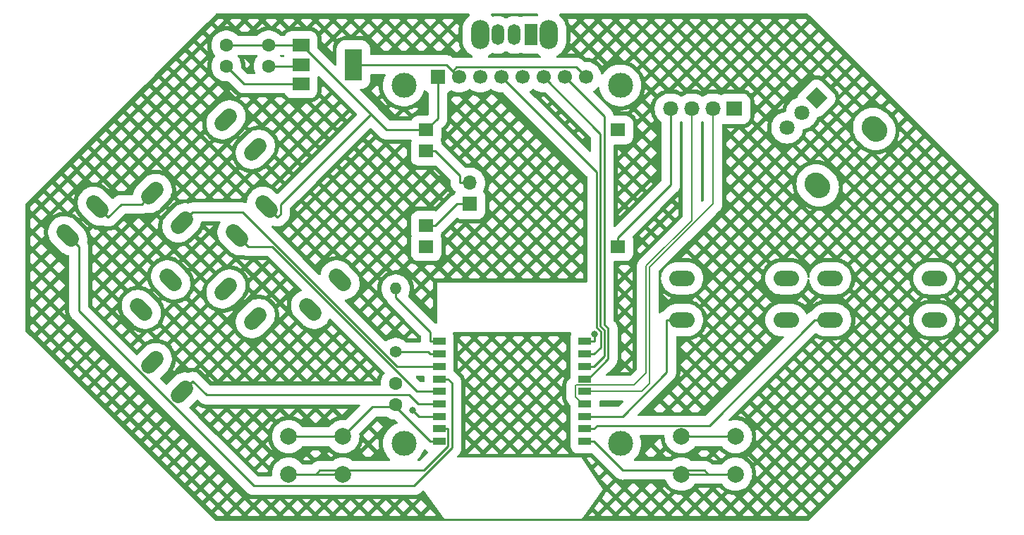
<source format=gbr>
%TF.GenerationSoftware,KiCad,Pcbnew,7.0.10*%
%TF.CreationDate,2024-01-30T15:10:23+02:00*%
%TF.ProjectId,main,6d61696e-2e6b-4696-9361-645f70636258,rev?*%
%TF.SameCoordinates,Original*%
%TF.FileFunction,Copper,L1,Top*%
%TF.FilePolarity,Positive*%
%FSLAX46Y46*%
G04 Gerber Fmt 4.6, Leading zero omitted, Abs format (unit mm)*
G04 Created by KiCad (PCBNEW 7.0.10) date 2024-01-30 15:10:23*
%MOMM*%
%LPD*%
G01*
G04 APERTURE LIST*
G04 Aperture macros list*
%AMHorizOval*
0 Thick line with rounded ends*
0 $1 width*
0 $2 $3 position (X,Y) of the first rounded end (center of the circle)*
0 $4 $5 position (X,Y) of the second rounded end (center of the circle)*
0 Add line between two ends*
20,1,$1,$2,$3,$4,$5,0*
0 Add two circle primitives to create the rounded ends*
1,1,$1,$2,$3*
1,1,$1,$4,$5*%
%AMRotRect*
0 Rectangle, with rotation*
0 The origin of the aperture is its center*
0 $1 length*
0 $2 width*
0 $3 Rotation angle, in degrees counterclockwise*
0 Add horizontal line*
21,1,$1,$2,0,0,$3*%
G04 Aperture macros list end*
%TA.AperFunction,ComponentPad*%
%ADD10C,3.000000*%
%TD*%
%TA.AperFunction,ComponentPad*%
%ADD11R,1.700000X1.700000*%
%TD*%
%TA.AperFunction,ComponentPad*%
%ADD12C,1.700000*%
%TD*%
%TA.AperFunction,ComponentPad*%
%ADD13HorizOval,1.850000X0.423557X-0.423557X-0.423557X0.423557X0*%
%TD*%
%TA.AperFunction,ComponentPad*%
%ADD14HorizOval,1.850000X0.423557X0.423557X-0.423557X-0.423557X0*%
%TD*%
%TA.AperFunction,ComponentPad*%
%ADD15O,3.048000X1.850000*%
%TD*%
%TA.AperFunction,ComponentPad*%
%ADD16R,1.700000X1.500000*%
%TD*%
%TA.AperFunction,ComponentPad*%
%ADD17O,1.700000X1.700000*%
%TD*%
%TA.AperFunction,SMDPad,CuDef*%
%ADD18R,2.000000X1.500000*%
%TD*%
%TA.AperFunction,SMDPad,CuDef*%
%ADD19R,2.000000X3.800000*%
%TD*%
%TA.AperFunction,ComponentPad*%
%ADD20C,2.000000*%
%TD*%
%TA.AperFunction,ComponentPad*%
%ADD21C,1.600000*%
%TD*%
%TA.AperFunction,ComponentPad*%
%ADD22O,2.200000X3.500000*%
%TD*%
%TA.AperFunction,ComponentPad*%
%ADD23R,1.500000X2.500000*%
%TD*%
%TA.AperFunction,ComponentPad*%
%ADD24O,1.500000X2.500000*%
%TD*%
%TA.AperFunction,SMDPad,CuDef*%
%ADD25R,1.500000X0.900000*%
%TD*%
%TA.AperFunction,ComponentPad*%
%ADD26R,1.850000X1.700000*%
%TD*%
%TA.AperFunction,ComponentPad*%
%ADD27O,1.850000X1.700000*%
%TD*%
%TA.AperFunction,ComponentPad*%
%ADD28HorizOval,2.720000X-0.183848X0.183848X0.183848X-0.183848X0*%
%TD*%
%TA.AperFunction,ComponentPad*%
%ADD29RotRect,1.800000X1.800000X45.000000*%
%TD*%
%TA.AperFunction,ComponentPad*%
%ADD30C,1.800000*%
%TD*%
%TA.AperFunction,ComponentPad*%
%ADD31C,1.400000*%
%TD*%
%TA.AperFunction,ComponentPad*%
%ADD32O,1.400000X1.400000*%
%TD*%
%TA.AperFunction,ViaPad*%
%ADD33C,0.800000*%
%TD*%
%TA.AperFunction,Conductor*%
%ADD34C,0.250000*%
%TD*%
%TA.AperFunction,Conductor*%
%ADD35C,0.200000*%
%TD*%
G04 APERTURE END LIST*
D10*
%TO.P,U2,*%
%TO.N,*%
X83520000Y-54340000D03*
X83520000Y-97340000D03*
X109520000Y-54340000D03*
X109520000Y-97340000D03*
D11*
%TO.P,U2,1,GND*%
%TO.N,GND*%
X87630000Y-53340000D03*
D12*
%TO.P,U2,2,VCC*%
%TO.N,+3V3*%
X90170000Y-53340000D03*
%TO.P,U2,3,SCL*%
%TO.N,DISP_SCK*%
X92710000Y-53340000D03*
%TO.P,U2,4,SDA*%
%TO.N,DISP_MOSI*%
X95250000Y-53340000D03*
%TO.P,U2,5,RES*%
%TO.N,~{RESET}*%
X97790000Y-53340000D03*
%TO.P,U2,6,D/C*%
%TO.N,DISP_D{slash}C*%
X100330000Y-53340000D03*
%TO.P,U2,7,CS*%
%TO.N,DISP_CS*%
X102870000Y-53340000D03*
%TO.P,U2,8,BLK*%
%TO.N,+3V3*%
X105410000Y-53340000D03*
%TD*%
D13*
%TO.P,SW4,*%
%TO.N,*%
X75874335Y-77693335D03*
X72338801Y-81228869D03*
%TO.P,SW4,1,1*%
%TO.N,GND*%
X67035500Y-68854500D03*
%TO.P,SW4,2,2*%
%TO.N,RIGHT*%
X63499966Y-72390034D03*
%TD*%
D14*
%TO.P,SW2,*%
%TO.N,*%
X62178835Y-78791165D03*
X65714369Y-82326699D03*
%TO.P,SW2,1,1*%
%TO.N,GND*%
X53340000Y-87630000D03*
%TO.P,SW2,2,2*%
%TO.N,DOWN*%
X56875534Y-91165534D03*
%TD*%
D15*
%TO.P,SW5,*%
%TO.N,*%
X147230000Y-77510000D03*
X147230000Y-82510000D03*
%TO.P,SW5,1,1*%
%TO.N,GND*%
X134730000Y-77510000D03*
%TO.P,SW5,2,2*%
%TO.N,A*%
X134730000Y-82510000D03*
%TD*%
D16*
%TO.P,J3,1,IN+*%
%TO.N,VBUS*%
X109220000Y-73690000D03*
%TO.P,J3,2,IN-*%
%TO.N,GND1*%
X109220000Y-59690000D03*
%TO.P,J3,3,OUT+*%
%TO.N,Net-(J3-OUT+)*%
X86220000Y-73690000D03*
%TO.P,J3,4,OUT-*%
%TO.N,GND*%
X86220000Y-59690000D03*
%TO.P,J3,5,BAT+*%
%TO.N,Net-(J2-Pin_1)*%
X86220000Y-71150000D03*
%TO.P,J3,6,BAT-*%
%TO.N,Net-(J2-Pin_2)*%
X86220000Y-62230000D03*
%TD*%
D11*
%TO.P,J2,1,Pin_1*%
%TO.N,Net-(J2-Pin_1)*%
X91440000Y-68580000D03*
D17*
%TO.P,J2,2,Pin_2*%
%TO.N,Net-(J2-Pin_2)*%
X91440000Y-66040000D03*
%TD*%
D18*
%TO.P,U3,1,GND*%
%TO.N,GND*%
X71170000Y-49530000D03*
%TO.P,U3,2,VO*%
%TO.N,+3V3*%
X71170000Y-51830000D03*
D19*
X77470000Y-51830000D03*
D18*
%TO.P,U3,3,VI*%
%TO.N,VCC*%
X71170000Y-54130000D03*
%TD*%
D20*
%TO.P,SW7,1,1*%
%TO.N,GND*%
X69700000Y-96520000D03*
X76200000Y-96520000D03*
%TO.P,SW7,2,2*%
%TO.N,SELECT*%
X69700000Y-101020000D03*
X76200000Y-101020000D03*
%TD*%
D14*
%TO.P,SW1,*%
%TO.N,*%
X62178835Y-58471165D03*
X65714369Y-62006699D03*
%TO.P,SW1,1,1*%
%TO.N,GND*%
X53340000Y-67310000D03*
%TO.P,SW1,2,2*%
%TO.N,UP*%
X56875534Y-70845534D03*
%TD*%
D21*
%TO.P,C1,1*%
%TO.N,~{RESET}*%
X82550000Y-90170000D03*
%TO.P,C1,2*%
%TO.N,GND*%
X82550000Y-92670000D03*
%TD*%
%TO.P,C2,1*%
%TO.N,VCC*%
X62230000Y-52030000D03*
%TO.P,C2,2*%
%TO.N,GND*%
X62230000Y-49530000D03*
%TD*%
D22*
%TO.P,SW9,*%
%TO.N,*%
X100910000Y-48260000D03*
X92710000Y-48260000D03*
D23*
%TO.P,SW9,1,A*%
%TO.N,VCC*%
X98810000Y-48260000D03*
D24*
%TO.P,SW9,2,B*%
%TO.N,Net-(J3-OUT+)*%
X96810000Y-48260000D03*
%TO.P,SW9,3,C*%
%TO.N,unconnected-(SW9-C-Pad3)*%
X94810000Y-48260000D03*
%TD*%
D25*
%TO.P,U1,1,3V3*%
%TO.N,+3V3*%
X87770000Y-85090000D03*
%TO.P,U1,2,EN/CHIP_PU*%
%TO.N,~{RESET}*%
X87770000Y-86590000D03*
%TO.P,U1,3,GPIO4/ADC1_CH4*%
%TO.N,UP*%
X87770000Y-88090000D03*
%TO.P,U1,4,GPIO5/ADC2_CH0*%
%TO.N,LEFT*%
X87770000Y-89590000D03*
%TO.P,U1,5,GPIO6*%
%TO.N,RIGHT*%
X87770000Y-91090000D03*
%TO.P,U1,6,GPIO7*%
%TO.N,DOWN*%
X87770000Y-92590000D03*
%TO.P,U1,7,GPIO8*%
%TO.N,DISP_SCK*%
X87770000Y-94090000D03*
%TO.P,U1,8,GPIO9*%
%TO.N,SELECT*%
X87770000Y-95590000D03*
%TO.P,U1,9,GND*%
%TO.N,GND*%
X87770000Y-97090000D03*
%TO.P,U1,10,GPIO10*%
%TO.N,START*%
X105270000Y-97090000D03*
%TO.P,U1,11,GPIO20/U0RXD*%
%TO.N,A*%
X105270000Y-95590000D03*
%TO.P,U1,12,GPIO21/U0TXD*%
%TO.N,B*%
X105270000Y-94090000D03*
%TO.P,U1,13,GPIO18/USB_D-*%
%TO.N,USB-*%
X105270000Y-92590000D03*
%TO.P,U1,14,GPIO19/USB_D+*%
%TO.N,USB+*%
X105270000Y-91090000D03*
%TO.P,U1,15,GPIO3/ADC1_CH3*%
%TO.N,DISP_CS*%
X105270000Y-89590000D03*
%TO.P,U1,16,GPIO2/ADC1_CH2*%
%TO.N,DISP_D{slash}C*%
X105270000Y-88090000D03*
%TO.P,U1,17,GPIO1/ADC1_CH1/XTAL_32K_N*%
%TO.N,DISP_MOSI*%
X105270000Y-86590000D03*
%TO.P,U1,18,GPIO0/ADC1_CH0/XTAL_32K_P*%
%TO.N,Net-(U1-GPIO0{slash}ADC1_CH0{slash}XTAL_32K_P)*%
X105270000Y-85090000D03*
%TD*%
D26*
%TO.P,J1,1,GND*%
%TO.N,GND1*%
X123190000Y-57150000D03*
D27*
%TO.P,J1,2,D+*%
%TO.N,USB+*%
X120650000Y-57150000D03*
%TO.P,J1,3,D-*%
%TO.N,USB-*%
X118110000Y-57150000D03*
%TO.P,J1,4,VBUS*%
%TO.N,VBUS*%
X115570000Y-57150000D03*
%TD*%
D28*
%TO.P,RV1,*%
%TO.N,*%
X140005146Y-59556955D03*
X133216921Y-66345180D03*
D29*
%TO.P,RV1,1,1*%
%TO.N,+3V3*%
X133075500Y-55880000D03*
D30*
%TO.P,RV1,2,2*%
%TO.N,Net-(U1-GPIO0{slash}ADC1_CH0{slash}XTAL_32K_P)*%
X131307733Y-57647767D03*
%TO.P,RV1,3,3*%
%TO.N,GND*%
X129539966Y-59415534D03*
%TD*%
D21*
%TO.P,C3,1*%
%TO.N,+3V3*%
X67310000Y-52030000D03*
%TO.P,C3,2*%
%TO.N,GND*%
X67310000Y-49530000D03*
%TD*%
D15*
%TO.P,SW6,*%
%TO.N,*%
X129450000Y-77510000D03*
X129450000Y-82510000D03*
%TO.P,SW6,1,1*%
%TO.N,GND*%
X116950000Y-77510000D03*
%TO.P,SW6,2,2*%
%TO.N,B*%
X116950000Y-82510000D03*
%TD*%
D13*
%TO.P,SW3,*%
%TO.N,*%
X55554335Y-77693335D03*
X52018801Y-81228869D03*
%TO.P,SW3,1,1*%
%TO.N,GND*%
X46715500Y-68854500D03*
%TO.P,SW3,2,2*%
%TO.N,LEFT*%
X43179966Y-72390034D03*
%TD*%
D31*
%TO.P,R1,1*%
%TO.N,~{RESET}*%
X82550000Y-86360000D03*
D32*
%TO.P,R1,2*%
%TO.N,+3V3*%
X82550000Y-78740000D03*
%TD*%
D20*
%TO.P,SW8,1,1*%
%TO.N,GND*%
X116840000Y-96520000D03*
X123340000Y-96520000D03*
%TO.P,SW8,2,2*%
%TO.N,START*%
X116840000Y-101020000D03*
X123340000Y-101020000D03*
%TD*%
D33*
%TO.N,DISP_SCK*%
X84583200Y-93307100D03*
%TO.N,Net-(U1-GPIO0{slash}ADC1_CH0{slash}XTAL_32K_P)*%
X106426600Y-84190700D03*
%TD*%
D34*
%TO.N,~{RESET}*%
X82550000Y-86360000D02*
X86463100Y-86360000D01*
X86463100Y-86360000D02*
X86693100Y-86590000D01*
X87770000Y-86590000D02*
X86693100Y-86590000D01*
%TO.N,UP*%
X64182300Y-69536700D02*
X58184300Y-69536700D01*
X56875500Y-70845500D02*
X58184300Y-69536700D01*
X82735600Y-88090000D02*
X64182300Y-69536700D01*
X87770000Y-88090000D02*
X86693100Y-88090000D01*
X86693100Y-88090000D02*
X82735600Y-88090000D01*
%TO.N,GND*%
X87630000Y-53340000D02*
X87630000Y-58280000D01*
X53340000Y-67310000D02*
X52031300Y-68618700D01*
X52031200Y-68618700D02*
X49568800Y-68618700D01*
X79555100Y-57815000D02*
X68710900Y-68659200D01*
X81430000Y-59690000D02*
X86220000Y-59690000D01*
X82550000Y-92670000D02*
X82550000Y-92946900D01*
X46715500Y-68854500D02*
X48024300Y-70163200D01*
X68710900Y-68659200D02*
X68710900Y-69796600D01*
X67035500Y-68854500D02*
X68344300Y-70163200D01*
X67310000Y-49530000D02*
X71170000Y-49530000D01*
X87630000Y-58280000D02*
X86220000Y-59690000D01*
X49568800Y-68618700D02*
X48024300Y-70163200D01*
X82550000Y-92946900D02*
X86693100Y-97090000D01*
X116840000Y-96520000D02*
X123340000Y-96520000D01*
X76200000Y-96520000D02*
X79773100Y-92946900D01*
X71270000Y-49530000D02*
X79555100Y-57815000D01*
X79555100Y-57815000D02*
X81430000Y-59690000D01*
X69700000Y-96520000D02*
X76200000Y-96520000D01*
X68710900Y-69796600D02*
X68344300Y-70163200D01*
X62230000Y-49530000D02*
X67310000Y-49530000D01*
X52031300Y-68618700D02*
X52031200Y-68618700D01*
X71170000Y-49530000D02*
X71270000Y-49530000D01*
X79773100Y-92946900D02*
X82550000Y-92946900D01*
X87770000Y-97090000D02*
X86693100Y-97090000D01*
%TO.N,DOWN*%
X59852700Y-91525100D02*
X58184300Y-89856700D01*
X85235900Y-92590000D02*
X84171000Y-91525100D01*
X84171000Y-91525100D02*
X59852700Y-91525100D01*
X56875500Y-91165500D02*
X58184300Y-89856700D01*
X87770000Y-92590000D02*
X85235900Y-92590000D01*
%TO.N,LEFT*%
X87770000Y-89590000D02*
X88846900Y-89590000D01*
X89320000Y-90063100D02*
X89320000Y-97842300D01*
X65487400Y-102404100D02*
X44488800Y-81405500D01*
X88846900Y-89590000D02*
X89320000Y-90063100D01*
X89320000Y-97842300D02*
X84758200Y-102404100D01*
X44488800Y-81405500D02*
X44488800Y-73698800D01*
X43180000Y-72390000D02*
X44488800Y-73698800D01*
X84758200Y-102404100D02*
X65487400Y-102404100D01*
D35*
%TO.N,USB+*%
X120650000Y-68580000D02*
X113030000Y-76200000D01*
X113030000Y-76200000D02*
X113030000Y-90170000D01*
X120650000Y-57150000D02*
X120650000Y-68580000D01*
X113030000Y-90170000D02*
X112110000Y-91090000D01*
X112110000Y-91090000D02*
X105270000Y-91090000D01*
%TO.N,USB-*%
X104140000Y-90420000D02*
X104140000Y-91760000D01*
X104140000Y-91760000D02*
X104970000Y-92590000D01*
X112630000Y-76034300D02*
X112630000Y-88900000D01*
X118110000Y-70554300D02*
X112630000Y-76034300D01*
X112630000Y-88900000D02*
X111190000Y-90340000D01*
X104970000Y-92590000D02*
X105270000Y-92590000D01*
X118110000Y-57150000D02*
X118110000Y-70554300D01*
X104220000Y-90340000D02*
X104140000Y-90420000D01*
X111190000Y-90340000D02*
X104220000Y-90340000D01*
D34*
%TO.N,RIGHT*%
X87770000Y-91090000D02*
X86693100Y-91090000D01*
X85096500Y-91090000D02*
X67705300Y-73698800D01*
X63500000Y-72390000D02*
X64808800Y-73698800D01*
X86693100Y-91090000D02*
X85096500Y-91090000D01*
X67705300Y-73698800D02*
X64808800Y-73698800D01*
%TO.N,A*%
X120197500Y-95191600D02*
X132879100Y-82510000D01*
X106745300Y-95191600D02*
X120197500Y-95191600D01*
X106346900Y-95590000D02*
X106745300Y-95191600D01*
X105270000Y-95590000D02*
X106346900Y-95590000D01*
X134730000Y-82510000D02*
X132879100Y-82510000D01*
%TO.N,B*%
X105270000Y-94090000D02*
X109771200Y-94090000D01*
X109771200Y-94090000D02*
X115099100Y-88762100D01*
X116950000Y-82510000D02*
X115099100Y-82510000D01*
X115099100Y-88762100D02*
X115099100Y-82510000D01*
%TO.N,SELECT*%
X73408400Y-100561600D02*
X72950000Y-101020000D01*
X85961600Y-100561600D02*
X73408400Y-100561600D01*
X72950000Y-101020000D02*
X69700000Y-101020000D01*
X76200000Y-101020000D02*
X72950000Y-101020000D01*
X88846900Y-97676300D02*
X85961600Y-100561600D01*
X88846900Y-95590000D02*
X88846900Y-97676300D01*
X87770000Y-95590000D02*
X88846900Y-95590000D01*
%TO.N,START*%
X123340000Y-101020000D02*
X120090000Y-101020000D01*
X109818500Y-100561600D02*
X106346900Y-97090000D01*
X120090000Y-101020000D02*
X119631600Y-100561600D01*
X119631600Y-100561600D02*
X109818500Y-100561600D01*
X120090000Y-101020000D02*
X116840000Y-101020000D01*
X105270000Y-97090000D02*
X106346900Y-97090000D01*
D35*
%TO.N,DISP_CS*%
X105570000Y-89690000D02*
X105370000Y-89690000D01*
D34*
X108051600Y-87208400D02*
X105570000Y-89690000D01*
D35*
X105370000Y-89690000D02*
X105270000Y-89690000D01*
D34*
X107580000Y-58050000D02*
X107580000Y-83046003D01*
X102870000Y-53340000D02*
X107580000Y-58050000D01*
X105370000Y-89690000D02*
X105270000Y-89590000D01*
X108051600Y-83517603D02*
X108051600Y-87208400D01*
X107580000Y-83046003D02*
X108051600Y-83517603D01*
%TO.N,DISP_D{slash}C*%
X107130000Y-60140000D02*
X107130000Y-83232399D01*
X106346900Y-88090000D02*
X105270000Y-88090000D01*
X100330000Y-53340000D02*
X107130000Y-60140000D01*
X107601600Y-86835300D02*
X106346900Y-88090000D01*
X107601600Y-83703999D02*
X107601600Y-86835300D01*
X107130000Y-83232399D02*
X107601600Y-83703999D01*
%TO.N,DISP_MOSI*%
X95250000Y-53340000D02*
X106680000Y-64770000D01*
X106680000Y-64770000D02*
X106680000Y-83418795D01*
X106346900Y-86590000D02*
X105270000Y-86590000D01*
X106680000Y-83418795D02*
X107151600Y-83890395D01*
X107151600Y-85785300D02*
X106346900Y-86590000D01*
X107151600Y-83890395D02*
X107151600Y-85785300D01*
%TO.N,DISP_SCK*%
X87770000Y-94090000D02*
X85366100Y-94090000D01*
X85366100Y-94090000D02*
X84583200Y-93307100D01*
%TO.N,Net-(U1-GPIO0{slash}ADC1_CH0{slash}XTAL_32K_P)*%
X106426600Y-84190700D02*
X106426600Y-85010300D01*
X106346900Y-85090000D02*
X105270000Y-85090000D01*
X106426600Y-85010300D02*
X106346900Y-85090000D01*
%TO.N,+3V3*%
X67310000Y-52030000D02*
X70970000Y-52030000D01*
X86693100Y-85090000D02*
X86693100Y-83910000D01*
X87770000Y-85090000D02*
X86693100Y-85090000D01*
X89415000Y-52585000D02*
X90170000Y-53340000D01*
X89415000Y-52585000D02*
X89865400Y-52134600D01*
X70970000Y-52030000D02*
X71170000Y-51830000D01*
X77470000Y-51830000D02*
X88660000Y-51830000D01*
X89865400Y-52134600D02*
X104204600Y-52134600D01*
X104204600Y-52134600D02*
X105410000Y-53340000D01*
X86693100Y-83910000D02*
X82550000Y-79766900D01*
X82550000Y-78740000D02*
X82550000Y-79766900D01*
X88660000Y-51830000D02*
X89415000Y-52585000D01*
%TO.N,Net-(J2-Pin_1)*%
X89878900Y-68580000D02*
X87308900Y-71150000D01*
X91440000Y-68580000D02*
X89878900Y-68580000D01*
X86220000Y-71150000D02*
X87308900Y-71150000D01*
%TO.N,VBUS*%
X109220000Y-73690000D02*
X109220000Y-72601100D01*
X115570000Y-66251100D02*
X109220000Y-72601100D01*
X115570000Y-57150000D02*
X115570000Y-66251100D01*
%TO.N,Net-(J2-Pin_2)*%
X91440000Y-66040000D02*
X90263100Y-66040000D01*
X90263100Y-66040000D02*
X90263100Y-65184200D01*
X90263100Y-65184200D02*
X87308900Y-62230000D01*
X86220000Y-62230000D02*
X87308900Y-62230000D01*
%TO.N,VCC*%
X64330000Y-54130000D02*
X71170000Y-54130000D01*
X62230000Y-52030000D02*
X64330000Y-54130000D01*
%TD*%
%TA.AperFunction,NonConductor*%
G36*
X99622264Y-45740185D02*
G01*
X99668019Y-45792989D01*
X99677963Y-45862147D01*
X99648938Y-45925703D01*
X99633479Y-45940689D01*
X99583082Y-45981689D01*
X99518655Y-46008727D01*
X99504828Y-46009500D01*
X98001971Y-46009500D01*
X98001965Y-46009500D01*
X98001964Y-46009501D01*
X97990316Y-46010536D01*
X97882584Y-46020113D01*
X97686956Y-46076089D01*
X97686953Y-46076090D01*
X97686951Y-46076091D01*
X97646628Y-46097154D01*
X97579421Y-46132259D01*
X97510886Y-46145849D01*
X97468211Y-46134070D01*
X97464450Y-46132259D01*
X97451323Y-46125937D01*
X97354931Y-46096204D01*
X97200623Y-46048606D01*
X97200619Y-46048605D01*
X97200615Y-46048604D01*
X97075823Y-46029794D01*
X96941187Y-46009500D01*
X96941182Y-46009500D01*
X96678818Y-46009500D01*
X96678812Y-46009500D01*
X96517247Y-46033853D01*
X96419385Y-46048604D01*
X96419382Y-46048605D01*
X96419376Y-46048606D01*
X96168673Y-46125938D01*
X95932303Y-46239767D01*
X95932295Y-46239772D01*
X95879851Y-46275528D01*
X95813371Y-46297028D01*
X95745821Y-46279174D01*
X95740149Y-46275528D01*
X95687704Y-46239772D01*
X95687696Y-46239767D01*
X95451325Y-46125938D01*
X95451327Y-46125938D01*
X95200623Y-46048606D01*
X95200619Y-46048605D01*
X95200615Y-46048604D01*
X95075823Y-46029794D01*
X94941187Y-46009500D01*
X94941182Y-46009500D01*
X94678818Y-46009500D01*
X94678812Y-46009500D01*
X94517247Y-46033853D01*
X94419385Y-46048604D01*
X94419382Y-46048605D01*
X94419372Y-46048607D01*
X94265064Y-46096204D01*
X94195201Y-46097154D01*
X94150260Y-46073901D01*
X94119166Y-46048604D01*
X93986517Y-45940686D01*
X93946938Y-45883111D01*
X93944769Y-45813275D01*
X93980700Y-45753353D01*
X94043324Y-45722369D01*
X94064773Y-45720500D01*
X99555225Y-45720500D01*
X99622264Y-45740185D01*
G37*
%TD.AperFunction*%
%TA.AperFunction,NonConductor*%
G36*
X69153395Y-50675185D02*
G01*
X69199150Y-50727989D01*
X69209094Y-50797147D01*
X69205576Y-50813597D01*
X69205290Y-50814597D01*
X69167930Y-50873639D01*
X69104580Y-50903111D01*
X69086070Y-50904500D01*
X68775085Y-50904500D01*
X68708046Y-50884815D01*
X68678163Y-50857844D01*
X68677764Y-50857344D01*
X68651335Y-50792666D01*
X68664069Y-50723966D01*
X68677764Y-50702656D01*
X68678163Y-50702156D01*
X68735364Y-50662034D01*
X68775085Y-50655500D01*
X69086356Y-50655500D01*
X69153395Y-50675185D01*
G37*
%TD.AperFunction*%
%TA.AperFunction,NonConductor*%
G36*
X95874176Y-50240824D02*
G01*
X95879839Y-50244463D01*
X95932296Y-50280228D01*
X96168673Y-50394061D01*
X96168674Y-50394061D01*
X96168677Y-50394063D01*
X96419385Y-50471396D01*
X96678818Y-50510500D01*
X96941182Y-50510500D01*
X97200615Y-50471396D01*
X97451323Y-50394063D01*
X97468208Y-50385931D01*
X97537145Y-50374577D01*
X97579422Y-50387741D01*
X97632094Y-50415254D01*
X97686951Y-50443909D01*
X97882582Y-50499886D01*
X98001963Y-50510500D01*
X99504828Y-50510499D01*
X99571867Y-50530184D01*
X99583083Y-50538311D01*
X99695846Y-50630050D01*
X99695850Y-50630053D01*
X99695852Y-50630054D01*
X99695853Y-50630055D01*
X99941032Y-50779152D01*
X99988084Y-50830804D01*
X99999741Y-50899694D01*
X99972303Y-50963951D01*
X99914481Y-51003173D01*
X99876603Y-51009100D01*
X93743397Y-51009100D01*
X93676358Y-50989415D01*
X93630603Y-50936611D01*
X93620659Y-50867453D01*
X93649684Y-50803897D01*
X93678966Y-50779153D01*
X93924147Y-50630055D01*
X94147053Y-50448708D01*
X94147053Y-50448707D01*
X94150261Y-50446098D01*
X94214687Y-50419060D01*
X94265066Y-50423795D01*
X94419385Y-50471396D01*
X94678818Y-50510500D01*
X94941182Y-50510500D01*
X95200615Y-50471396D01*
X95451323Y-50394063D01*
X95687704Y-50280228D01*
X95740148Y-50244471D01*
X95806626Y-50222971D01*
X95874176Y-50240824D01*
G37*
%TD.AperFunction*%
%TA.AperFunction,NonConductor*%
G36*
X65911954Y-50675185D02*
G01*
X65941932Y-50702275D01*
X65942330Y-50702775D01*
X65968680Y-50767485D01*
X65955862Y-50836169D01*
X65942260Y-50857313D01*
X65818185Y-51012898D01*
X65683258Y-51246599D01*
X65683256Y-51246603D01*
X65584666Y-51497804D01*
X65584664Y-51497811D01*
X65524616Y-51760898D01*
X65504451Y-52029995D01*
X65504451Y-52030004D01*
X65524616Y-52299101D01*
X65584664Y-52562188D01*
X65584666Y-52562195D01*
X65683256Y-52813396D01*
X65683260Y-52813405D01*
X65686204Y-52818504D01*
X65702674Y-52886405D01*
X65679820Y-52952431D01*
X65624897Y-52995619D01*
X65578815Y-53004500D01*
X64847560Y-53004500D01*
X64780521Y-52984815D01*
X64759879Y-52968181D01*
X64060863Y-52269166D01*
X64027378Y-52207843D01*
X64024891Y-52172218D01*
X64035549Y-52030003D01*
X64035549Y-52029995D01*
X64017485Y-51788950D01*
X64015383Y-51760897D01*
X63955334Y-51497805D01*
X63856743Y-51246602D01*
X63806320Y-51159266D01*
X64357447Y-51159266D01*
X64422310Y-51324531D01*
X64423925Y-51328882D01*
X64427011Y-51337702D01*
X64428456Y-51342095D01*
X64433949Y-51359898D01*
X64435233Y-51364354D01*
X64437656Y-51373394D01*
X64438775Y-51377905D01*
X64502970Y-51659164D01*
X64503916Y-51663699D01*
X64505655Y-51672888D01*
X64506433Y-51677463D01*
X64509210Y-51695886D01*
X64509815Y-51700484D01*
X64510862Y-51709776D01*
X64511295Y-51714394D01*
X64532852Y-52002075D01*
X64533112Y-52006700D01*
X64533462Y-52016044D01*
X64533549Y-52020685D01*
X64533549Y-52037573D01*
X64714865Y-52218890D01*
X65013261Y-51920494D01*
X65028705Y-51714394D01*
X65029138Y-51709776D01*
X65029620Y-51705496D01*
X64477624Y-51153500D01*
X64363215Y-51153500D01*
X64357447Y-51159266D01*
X63806320Y-51159266D01*
X63721815Y-51012898D01*
X63598163Y-50857844D01*
X63597739Y-50857312D01*
X63571330Y-50792625D01*
X63584087Y-50723930D01*
X63597831Y-50702571D01*
X63598239Y-50702059D01*
X63655479Y-50661995D01*
X63695085Y-50655500D01*
X65844915Y-50655500D01*
X65911954Y-50675185D01*
G37*
%TD.AperFunction*%
%TA.AperFunction,NonConductor*%
G36*
X81279631Y-52975185D02*
G01*
X81325386Y-53027989D01*
X81335330Y-53097147D01*
X81324790Y-53132297D01*
X81190499Y-53417678D01*
X81190497Y-53417683D01*
X81093270Y-53716916D01*
X81034311Y-54025988D01*
X81034310Y-54025995D01*
X81014556Y-54339994D01*
X81014556Y-54340005D01*
X81034310Y-54654004D01*
X81034311Y-54654011D01*
X81051114Y-54742093D01*
X81093102Y-54962206D01*
X81093270Y-54963083D01*
X81190497Y-55262316D01*
X81190499Y-55262321D01*
X81324461Y-55547003D01*
X81324464Y-55547009D01*
X81493051Y-55812661D01*
X81493054Y-55812665D01*
X81693606Y-56055090D01*
X81693608Y-56055092D01*
X81693610Y-56055094D01*
X81857269Y-56208780D01*
X81922968Y-56270476D01*
X81922978Y-56270484D01*
X82177504Y-56455408D01*
X82177509Y-56455410D01*
X82177516Y-56455416D01*
X82453234Y-56606994D01*
X82453239Y-56606996D01*
X82453241Y-56606997D01*
X82453242Y-56606998D01*
X82745771Y-56722818D01*
X82745774Y-56722819D01*
X83050523Y-56801065D01*
X83050527Y-56801066D01*
X83116010Y-56809338D01*
X83362670Y-56840499D01*
X83362679Y-56840499D01*
X83362682Y-56840500D01*
X83362684Y-56840500D01*
X83677316Y-56840500D01*
X83677318Y-56840500D01*
X83677321Y-56840499D01*
X83677329Y-56840499D01*
X83863593Y-56816968D01*
X83989473Y-56801066D01*
X84294225Y-56722819D01*
X84297049Y-56721701D01*
X84586757Y-56606998D01*
X84586758Y-56606997D01*
X84586756Y-56606997D01*
X84586766Y-56606994D01*
X84862484Y-56455416D01*
X85117030Y-56270478D01*
X85346390Y-56055094D01*
X85546947Y-55812663D01*
X85715537Y-55547007D01*
X85849503Y-55262315D01*
X85932280Y-55007552D01*
X85971716Y-54949880D01*
X86036075Y-54922681D01*
X86104921Y-54934595D01*
X86128567Y-54949768D01*
X86226593Y-55029698D01*
X86406951Y-55123909D01*
X86406953Y-55123909D01*
X86406954Y-55123910D01*
X86414611Y-55126101D01*
X86473649Y-55163468D01*
X86503113Y-55226822D01*
X86504500Y-55245317D01*
X86504500Y-57762438D01*
X86484815Y-57829477D01*
X86468181Y-57850119D01*
X86415119Y-57903181D01*
X86353796Y-57936666D01*
X86327438Y-57939500D01*
X85311971Y-57939500D01*
X85311965Y-57939500D01*
X85311964Y-57939501D01*
X85300316Y-57940536D01*
X85192584Y-57950113D01*
X84996954Y-58006089D01*
X84906772Y-58053196D01*
X84816593Y-58100302D01*
X84816591Y-58100303D01*
X84816590Y-58100304D01*
X84658890Y-58228890D01*
X84530302Y-58386592D01*
X84502780Y-58439281D01*
X84472732Y-58496806D01*
X84472154Y-58497912D01*
X84423667Y-58548219D01*
X84362245Y-58564500D01*
X81947580Y-58564500D01*
X81880541Y-58544815D01*
X81859896Y-58528179D01*
X81718314Y-58386590D01*
X81398241Y-58066500D01*
X82906057Y-58066500D01*
X84118546Y-58066500D01*
X83512301Y-57460255D01*
X82906057Y-58066500D01*
X81398241Y-58066500D01*
X80439909Y-57108116D01*
X81743119Y-57108116D01*
X82451641Y-57816638D01*
X82973092Y-57295186D01*
X84051510Y-57295186D01*
X84484688Y-57728365D01*
X84511671Y-57706365D01*
X84516639Y-57702519D01*
X84526854Y-57695018D01*
X84532015Y-57691427D01*
X84553097Y-57677534D01*
X84558423Y-57674214D01*
X84569339Y-57667788D01*
X84574834Y-57664738D01*
X84777566Y-57558840D01*
X84783202Y-57556075D01*
X84794712Y-57550786D01*
X84800487Y-57548308D01*
X84823933Y-57538942D01*
X84829824Y-57536760D01*
X84841818Y-57532660D01*
X84847815Y-57530778D01*
X84863234Y-57526365D01*
X85281483Y-57108117D01*
X85078384Y-56905018D01*
X84819828Y-57047162D01*
X84816384Y-57048985D01*
X84809393Y-57052547D01*
X84805904Y-57054257D01*
X84791745Y-57060921D01*
X84788185Y-57062528D01*
X84780968Y-57065651D01*
X84777370Y-57067141D01*
X84470273Y-57188729D01*
X84466629Y-57190106D01*
X84459235Y-57192768D01*
X84455545Y-57194032D01*
X84440662Y-57198867D01*
X84436944Y-57200010D01*
X84429406Y-57202200D01*
X84425648Y-57203228D01*
X84105746Y-57285364D01*
X84101966Y-57286272D01*
X84094309Y-57287984D01*
X84090500Y-57288773D01*
X84075128Y-57291707D01*
X84071278Y-57292379D01*
X84063512Y-57293609D01*
X84059655Y-57294158D01*
X84051510Y-57295186D01*
X82973092Y-57295186D01*
X82974918Y-57293360D01*
X82968722Y-57292379D01*
X82964872Y-57291707D01*
X82949500Y-57288773D01*
X82945691Y-57287984D01*
X82938034Y-57286272D01*
X82934254Y-57285364D01*
X82614352Y-57203228D01*
X82610594Y-57202200D01*
X82603056Y-57200010D01*
X82599338Y-57198867D01*
X82584455Y-57194032D01*
X82580765Y-57192768D01*
X82573371Y-57190106D01*
X82569727Y-57188729D01*
X82262630Y-57067141D01*
X82259032Y-57065651D01*
X82251815Y-57062528D01*
X82248255Y-57060921D01*
X82234096Y-57054257D01*
X82230607Y-57052547D01*
X82223616Y-57048985D01*
X82220172Y-57047162D01*
X81951679Y-56899556D01*
X81743119Y-57108116D01*
X80439909Y-57108116D01*
X80431282Y-57099489D01*
X80431239Y-57099441D01*
X80425702Y-57093904D01*
X80414137Y-57082339D01*
X80402557Y-57068975D01*
X80397731Y-57062528D01*
X80391704Y-57054477D01*
X80383657Y-57047162D01*
X80334190Y-57002193D01*
X80329916Y-56998118D01*
X80311402Y-56979603D01*
X80311348Y-56979551D01*
X79379242Y-56047456D01*
X80682459Y-56047456D01*
X81390981Y-56755978D01*
X81546682Y-56600277D01*
X81347002Y-56412764D01*
X81344213Y-56410061D01*
X81338660Y-56404509D01*
X81335937Y-56401700D01*
X81325226Y-56390293D01*
X81322613Y-56387421D01*
X81317417Y-56381528D01*
X81314883Y-56378561D01*
X81104351Y-56124073D01*
X81101914Y-56121032D01*
X81097101Y-56114827D01*
X81094763Y-56111712D01*
X81085565Y-56099052D01*
X81083325Y-56095865D01*
X81078909Y-56089367D01*
X81076770Y-56086112D01*
X80908676Y-55821239D01*
X80682459Y-56047456D01*
X79379242Y-56047456D01*
X78318569Y-54986796D01*
X79621799Y-54986796D01*
X80330320Y-55695317D01*
X80690522Y-55335115D01*
X80617225Y-55109526D01*
X80616082Y-55105813D01*
X80613889Y-55098267D01*
X80612857Y-55094495D01*
X80608966Y-55079338D01*
X80608056Y-55075545D01*
X80606344Y-55067883D01*
X80605556Y-55064078D01*
X80543667Y-54739647D01*
X80542999Y-54735821D01*
X80541770Y-54728066D01*
X80541220Y-54724196D01*
X80539259Y-54708671D01*
X80538832Y-54704809D01*
X80538092Y-54696986D01*
X80537786Y-54693095D01*
X80523864Y-54471818D01*
X80330321Y-54278275D01*
X79621799Y-54986796D01*
X78318569Y-54986796D01*
X78273953Y-54942181D01*
X78240468Y-54880858D01*
X78245452Y-54811166D01*
X78287323Y-54755232D01*
X78352787Y-54730815D01*
X78361634Y-54730499D01*
X78528028Y-54730499D01*
X78528036Y-54730499D01*
X78647418Y-54719886D01*
X78843049Y-54663909D01*
X79023407Y-54569698D01*
X79181109Y-54441109D01*
X79309698Y-54283407D01*
X79403909Y-54103049D01*
X79459886Y-53907418D01*
X79470500Y-53788037D01*
X79470500Y-53079500D01*
X79490185Y-53012461D01*
X79542989Y-52966706D01*
X79594500Y-52955500D01*
X81212592Y-52955500D01*
X81279631Y-52975185D01*
G37*
%TD.AperFunction*%
%TA.AperFunction,NonConductor*%
G36*
X99119427Y-54746914D02*
G01*
X99134310Y-54756479D01*
X99326986Y-54900714D01*
X99326994Y-54900719D01*
X99559305Y-55027571D01*
X99559309Y-55027573D01*
X99559311Y-55027574D01*
X99807322Y-55120077D01*
X99807325Y-55120077D01*
X99807326Y-55120078D01*
X99960984Y-55153504D01*
X100065974Y-55176343D01*
X100309660Y-55193772D01*
X100329999Y-55195227D01*
X100330000Y-55195227D01*
X100519453Y-55181676D01*
X100587726Y-55196527D01*
X100615981Y-55217679D01*
X105968181Y-60569878D01*
X106001666Y-60631201D01*
X106004500Y-60657559D01*
X106004500Y-62203440D01*
X105984815Y-62270479D01*
X105932011Y-62316234D01*
X105862853Y-62326178D01*
X105799297Y-62297153D01*
X105792819Y-62291121D01*
X103552250Y-60050552D01*
X104256528Y-60050552D01*
X104965049Y-60759073D01*
X105209074Y-60515049D01*
X104500552Y-59806527D01*
X104256528Y-60050552D01*
X103552250Y-60050552D01*
X102491590Y-58989892D01*
X103195868Y-58989892D01*
X103904389Y-59698413D01*
X104148414Y-59454389D01*
X103439892Y-58745867D01*
X103195868Y-58989892D01*
X102491590Y-58989892D01*
X101430930Y-57929232D01*
X102135208Y-57929232D01*
X102843729Y-58637753D01*
X103087753Y-58393729D01*
X102379232Y-57685208D01*
X102135208Y-57929232D01*
X101430930Y-57929232D01*
X100370270Y-56868572D01*
X101074548Y-56868572D01*
X101783069Y-57577093D01*
X102027093Y-57333069D01*
X101318572Y-56624548D01*
X101074548Y-56868572D01*
X100370270Y-56868572D01*
X99309610Y-55807912D01*
X100013888Y-55807912D01*
X100722409Y-56516433D01*
X100966433Y-56272409D01*
X100384616Y-55690592D01*
X100356660Y-55692592D01*
X100352244Y-55692829D01*
X100343323Y-55693148D01*
X100338892Y-55693227D01*
X100321108Y-55693227D01*
X100316677Y-55693148D01*
X100307756Y-55692829D01*
X100303341Y-55692592D01*
X100140831Y-55680968D01*
X100013888Y-55807912D01*
X99309610Y-55807912D01*
X98657496Y-55155798D01*
X98624011Y-55094475D01*
X98628995Y-55024783D01*
X98670867Y-54968850D01*
X98685750Y-54959285D01*
X98690314Y-54956793D01*
X98793011Y-54900716D01*
X98924991Y-54801917D01*
X98985690Y-54756479D01*
X99051154Y-54732062D01*
X99119427Y-54746914D01*
G37*
%TD.AperFunction*%
%TA.AperFunction,NonConductor*%
G36*
X119434296Y-58614884D02*
G01*
X119444891Y-58621158D01*
X119493923Y-58653596D01*
X119538969Y-58707001D01*
X119549500Y-58757009D01*
X119549500Y-68072796D01*
X119529815Y-68139835D01*
X119513181Y-68160477D01*
X119422181Y-68251477D01*
X119360858Y-68284962D01*
X119291166Y-68279978D01*
X119235233Y-68238106D01*
X119210816Y-68172642D01*
X119210500Y-68163796D01*
X119210500Y-58757025D01*
X119230185Y-58689986D01*
X119258711Y-58658882D01*
X119300718Y-58626445D01*
X119365808Y-58601054D01*
X119434296Y-58614884D01*
G37*
%TD.AperFunction*%
%TA.AperFunction,NonConductor*%
G36*
X94039427Y-54746914D02*
G01*
X94054310Y-54756479D01*
X94246986Y-54900714D01*
X94246994Y-54900719D01*
X94479305Y-55027571D01*
X94479309Y-55027573D01*
X94479311Y-55027574D01*
X94727322Y-55120077D01*
X94727325Y-55120077D01*
X94727326Y-55120078D01*
X94880984Y-55153504D01*
X94985974Y-55176343D01*
X95229660Y-55193772D01*
X95249999Y-55195227D01*
X95250000Y-55195227D01*
X95439453Y-55181676D01*
X95507726Y-55196527D01*
X95535981Y-55217679D01*
X105518181Y-65199878D01*
X105551666Y-65261201D01*
X105554500Y-65287559D01*
X105554500Y-77866000D01*
X105534815Y-77933039D01*
X105482011Y-77978794D01*
X105430500Y-77990000D01*
X87520000Y-77990000D01*
X87520000Y-82845840D01*
X87500315Y-82912879D01*
X87447511Y-82958634D01*
X87378353Y-82968578D01*
X87314797Y-82939553D01*
X87308319Y-82933521D01*
X84817438Y-80442641D01*
X85985760Y-80442641D01*
X86694282Y-81151162D01*
X87022000Y-80823445D01*
X87022000Y-80061837D01*
X86694282Y-79734119D01*
X85985760Y-80442641D01*
X84817438Y-80442641D01*
X84068862Y-79694065D01*
X84035377Y-79632742D01*
X84040361Y-79563050D01*
X84049156Y-79544384D01*
X84060657Y-79524464D01*
X84086393Y-79479888D01*
X84124819Y-79381980D01*
X84925100Y-79381980D01*
X85633622Y-80090502D01*
X86342143Y-79381980D01*
X85633622Y-78673459D01*
X84925100Y-79381980D01*
X84124819Y-79381980D01*
X84179508Y-79242637D01*
X84236222Y-78994157D01*
X84246508Y-78856900D01*
X84255268Y-78740004D01*
X84255268Y-78739995D01*
X84239680Y-78531985D01*
X84236222Y-78485843D01*
X84179508Y-78237363D01*
X84086393Y-78000112D01*
X83958959Y-77779388D01*
X83894433Y-77698475D01*
X84487284Y-77698475D01*
X84522333Y-77759182D01*
X84524581Y-77763250D01*
X84528952Y-77771522D01*
X84531039Y-77775656D01*
X84539122Y-77792442D01*
X84541053Y-77796652D01*
X84544790Y-77805217D01*
X84546565Y-77809502D01*
X84646484Y-78064089D01*
X84648097Y-78068436D01*
X84651183Y-78077255D01*
X84652631Y-78081654D01*
X84658124Y-78099458D01*
X84659407Y-78103912D01*
X84661830Y-78112952D01*
X84662949Y-78117463D01*
X84723809Y-78384110D01*
X84724755Y-78388645D01*
X84726494Y-78397834D01*
X84727272Y-78402409D01*
X84730049Y-78420832D01*
X84730654Y-78425430D01*
X84731701Y-78434722D01*
X84732134Y-78439340D01*
X84752571Y-78712075D01*
X84752831Y-78716700D01*
X84753181Y-78726044D01*
X84753268Y-78730685D01*
X84753268Y-78749315D01*
X84753181Y-78753956D01*
X84752831Y-78763300D01*
X84752571Y-78767925D01*
X84745903Y-78856900D01*
X85281483Y-78321320D01*
X85985760Y-78321320D01*
X86694282Y-79029842D01*
X87022000Y-78702124D01*
X87022000Y-77940517D01*
X86694282Y-77612799D01*
X85985760Y-78321320D01*
X85281483Y-78321320D01*
X84572961Y-77612798D01*
X84487284Y-77698475D01*
X83894433Y-77698475D01*
X83800050Y-77580123D01*
X83613217Y-77406768D01*
X83402634Y-77263195D01*
X83402630Y-77263193D01*
X83402627Y-77263191D01*
X83402626Y-77263190D01*
X83397372Y-77260660D01*
X84925100Y-77260660D01*
X85633622Y-77969182D01*
X86342143Y-77260660D01*
X87046421Y-77260660D01*
X87311878Y-77526117D01*
X87371458Y-77501439D01*
X87418910Y-77492000D01*
X88232125Y-77492000D01*
X88463463Y-77260661D01*
X89167741Y-77260661D01*
X89399080Y-77492000D01*
X90353445Y-77492000D01*
X90584784Y-77260660D01*
X91289061Y-77260660D01*
X91520401Y-77492000D01*
X92474766Y-77492000D01*
X92706105Y-77260661D01*
X93410382Y-77260661D01*
X93641721Y-77492000D01*
X94596086Y-77492000D01*
X94827425Y-77260660D01*
X95531702Y-77260660D01*
X95763042Y-77492000D01*
X96717406Y-77492000D01*
X96948745Y-77260660D01*
X97653022Y-77260660D01*
X97884362Y-77492000D01*
X98838727Y-77492000D01*
X99070066Y-77260661D01*
X99774343Y-77260661D01*
X100005682Y-77492000D01*
X100960047Y-77492000D01*
X101191386Y-77260660D01*
X101895663Y-77260660D01*
X102127003Y-77492000D01*
X103081367Y-77492000D01*
X103312706Y-77260660D01*
X104016983Y-77260660D01*
X104248323Y-77492000D01*
X105056500Y-77492000D01*
X105056500Y-76883134D01*
X104725505Y-76552139D01*
X104016983Y-77260660D01*
X103312706Y-77260660D01*
X102604185Y-76552139D01*
X101895663Y-77260660D01*
X101191386Y-77260660D01*
X100482864Y-76552139D01*
X99774343Y-77260661D01*
X99070066Y-77260661D01*
X98361544Y-76552139D01*
X97653022Y-77260660D01*
X96948745Y-77260660D01*
X96240224Y-76552139D01*
X95531702Y-77260660D01*
X94827425Y-77260660D01*
X94118903Y-76552139D01*
X93410382Y-77260661D01*
X92706105Y-77260661D01*
X91997583Y-76552139D01*
X91289061Y-77260660D01*
X90584784Y-77260660D01*
X89876262Y-76552139D01*
X89167741Y-77260661D01*
X88463463Y-77260661D01*
X88463464Y-77260660D01*
X87754942Y-76552139D01*
X87046421Y-77260660D01*
X86342143Y-77260660D01*
X85633622Y-76552139D01*
X84925100Y-77260660D01*
X83397372Y-77260660D01*
X83173006Y-77152612D01*
X83173008Y-77152612D01*
X82929466Y-77077489D01*
X82929462Y-77077488D01*
X82929458Y-77077487D01*
X82808231Y-77059214D01*
X82677440Y-77039500D01*
X82677435Y-77039500D01*
X82422565Y-77039500D01*
X82422559Y-77039500D01*
X82265609Y-77063157D01*
X82170542Y-77077487D01*
X82170539Y-77077488D01*
X82170533Y-77077489D01*
X81926992Y-77152612D01*
X81697373Y-77263190D01*
X81697372Y-77263191D01*
X81486782Y-77406768D01*
X81299952Y-77580121D01*
X81299950Y-77580123D01*
X81141041Y-77779388D01*
X81013608Y-78000109D01*
X80920492Y-78237362D01*
X80920490Y-78237369D01*
X80863777Y-78485845D01*
X80844732Y-78739995D01*
X80844732Y-78740004D01*
X80863777Y-78994154D01*
X80920119Y-79241005D01*
X80920492Y-79242637D01*
X81013541Y-79479721D01*
X81013608Y-79479890D01*
X81014792Y-79481941D01*
X81141041Y-79700612D01*
X81299950Y-79899877D01*
X81299955Y-79899881D01*
X81299958Y-79899885D01*
X81430712Y-80021207D01*
X81466467Y-80081235D01*
X81467537Y-80085745D01*
X81473064Y-80111153D01*
X81473067Y-80111161D01*
X81486073Y-80141535D01*
X81491059Y-80155407D01*
X81500366Y-80187102D01*
X81500368Y-80187108D01*
X81529171Y-80242979D01*
X81532943Y-80250985D01*
X81557679Y-80308750D01*
X81576197Y-80336109D01*
X81583723Y-80348794D01*
X81598861Y-80378159D01*
X81637711Y-80427560D01*
X81642931Y-80434709D01*
X81678158Y-80486757D01*
X81701519Y-80510118D01*
X81711308Y-80521146D01*
X81731733Y-80547118D01*
X81779233Y-80588277D01*
X81785711Y-80594309D01*
X83674744Y-82483342D01*
X85531281Y-84339878D01*
X85564766Y-84401201D01*
X85567600Y-84427559D01*
X85567600Y-85000631D01*
X85566338Y-85018278D01*
X85565117Y-85026774D01*
X85563761Y-85036203D01*
X85564394Y-85049497D01*
X85567019Y-85104600D01*
X85550546Y-85172500D01*
X85499979Y-85220716D01*
X85443159Y-85234500D01*
X83885766Y-85234500D01*
X83818727Y-85214815D01*
X83801425Y-85201399D01*
X83710245Y-85116797D01*
X83613217Y-85026768D01*
X83402634Y-84883195D01*
X83402630Y-84883193D01*
X83402627Y-84883191D01*
X83402626Y-84883190D01*
X83173006Y-84772612D01*
X83173008Y-84772612D01*
X82929466Y-84697489D01*
X82929462Y-84697488D01*
X82929458Y-84697487D01*
X82804067Y-84678587D01*
X82677440Y-84659500D01*
X82677435Y-84659500D01*
X82422565Y-84659500D01*
X82422559Y-84659500D01*
X82282206Y-84680656D01*
X82170542Y-84697487D01*
X82170539Y-84697488D01*
X82170533Y-84697489D01*
X81926992Y-84772612D01*
X81697373Y-84883190D01*
X81697372Y-84883191D01*
X81486774Y-85026774D01*
X81458815Y-85052716D01*
X81396282Y-85083884D01*
X81326826Y-85076295D01*
X81286795Y-85049497D01*
X80869652Y-84632354D01*
X83917367Y-84632354D01*
X83931006Y-84643231D01*
X83934572Y-84646186D01*
X83941657Y-84652283D01*
X83945115Y-84655373D01*
X84032550Y-84736500D01*
X85069600Y-84736500D01*
X85069600Y-84582475D01*
X84518423Y-84031298D01*
X83917367Y-84632354D01*
X80869652Y-84632354D01*
X79861919Y-83624621D01*
X80682460Y-83624621D01*
X81390981Y-84333143D01*
X82099503Y-83624621D01*
X82803779Y-83624621D01*
X83512301Y-84333142D01*
X84166284Y-83679160D01*
X83457763Y-82970638D01*
X82803779Y-83624621D01*
X82099503Y-83624621D01*
X81390981Y-82916100D01*
X80682460Y-83624621D01*
X79861919Y-83624621D01*
X78801259Y-82563961D01*
X79621799Y-82563961D01*
X80330321Y-83272482D01*
X81038842Y-82563961D01*
X81743120Y-82563961D01*
X82451641Y-83272482D01*
X83105624Y-82618499D01*
X82397103Y-81909978D01*
X81743120Y-82563961D01*
X81038842Y-82563961D01*
X80330321Y-81855439D01*
X79621799Y-82563961D01*
X78801259Y-82563961D01*
X77740599Y-81503301D01*
X78561139Y-81503301D01*
X79269661Y-82211822D01*
X79978182Y-81503301D01*
X80682460Y-81503301D01*
X81390981Y-82211822D01*
X82044964Y-81557839D01*
X81443007Y-80955883D01*
X81396649Y-80915714D01*
X81392278Y-80911741D01*
X81383662Y-80903525D01*
X81379492Y-80899355D01*
X81363127Y-80882192D01*
X81359154Y-80877821D01*
X81351363Y-80868829D01*
X81347610Y-80864283D01*
X81336105Y-80849655D01*
X80682460Y-81503301D01*
X79978182Y-81503301D01*
X79269661Y-80794779D01*
X78561139Y-81503301D01*
X77740599Y-81503301D01*
X76679939Y-80442641D01*
X77500479Y-80442641D01*
X78209001Y-81151162D01*
X78917522Y-80442641D01*
X79621799Y-80442641D01*
X80330320Y-81151162D01*
X81038842Y-80442640D01*
X80330321Y-79734119D01*
X79621799Y-80442641D01*
X78917522Y-80442641D01*
X78209001Y-79734119D01*
X77500479Y-80442641D01*
X76679939Y-80442641D01*
X76474454Y-80237156D01*
X76440969Y-80175833D01*
X76445953Y-80106141D01*
X76487825Y-80050208D01*
X76544487Y-80026737D01*
X76587073Y-80020614D01*
X76708227Y-80003195D01*
X76708228Y-80003194D01*
X76708232Y-80003194D01*
X76972504Y-79925597D01*
X77223043Y-79811180D01*
X77454748Y-79662271D01*
X77469719Y-79649299D01*
X77662903Y-79481905D01*
X77662905Y-79481903D01*
X77749488Y-79381980D01*
X78561139Y-79381980D01*
X79269661Y-80090502D01*
X79978182Y-79381980D01*
X79269661Y-78673459D01*
X78561139Y-79381980D01*
X77749488Y-79381980D01*
X77843265Y-79273755D01*
X77843265Y-79273754D01*
X77843271Y-79273748D01*
X77992180Y-79042043D01*
X78106597Y-78791504D01*
X78184194Y-78527232D01*
X78185016Y-78521519D01*
X78191927Y-78473444D01*
X78213800Y-78321320D01*
X79621799Y-78321320D01*
X80330320Y-79029841D01*
X80364494Y-78995666D01*
X80347429Y-78767925D01*
X80347169Y-78763300D01*
X80346819Y-78753956D01*
X80346732Y-78749315D01*
X80346732Y-78730685D01*
X80346819Y-78726044D01*
X80347169Y-78716700D01*
X80347429Y-78712075D01*
X80367866Y-78439340D01*
X80368299Y-78434722D01*
X80369346Y-78425430D01*
X80369951Y-78420832D01*
X80372728Y-78402409D01*
X80373506Y-78397834D01*
X80375245Y-78388645D01*
X80376191Y-78384110D01*
X80437051Y-78117463D01*
X80438170Y-78112952D01*
X80440593Y-78103912D01*
X80441876Y-78099458D01*
X80447369Y-78081654D01*
X80448817Y-78077255D01*
X80451903Y-78068436D01*
X80453516Y-78064089D01*
X80545990Y-77828468D01*
X80330321Y-77612799D01*
X79621799Y-78321320D01*
X78213800Y-78321320D01*
X78223392Y-78254607D01*
X78223392Y-77979177D01*
X78184194Y-77706552D01*
X78106597Y-77442280D01*
X78020636Y-77254052D01*
X78567747Y-77254052D01*
X78568469Y-77255795D01*
X78570097Y-77259932D01*
X78575856Y-77275377D01*
X79269661Y-77969182D01*
X79978182Y-77260660D01*
X80682460Y-77260660D01*
X80813358Y-77391559D01*
X80916406Y-77262343D01*
X80919358Y-77258780D01*
X80925455Y-77251694D01*
X80928552Y-77248228D01*
X80941225Y-77234570D01*
X80944442Y-77231231D01*
X80951056Y-77224617D01*
X80954396Y-77221399D01*
X81154885Y-77035373D01*
X81158343Y-77032283D01*
X81165428Y-77026186D01*
X81168994Y-77023231D01*
X81183560Y-77011614D01*
X81187245Y-77008787D01*
X81194772Y-77003232D01*
X81198552Y-77000549D01*
X81424527Y-76846482D01*
X81428404Y-76843944D01*
X81436318Y-76838971D01*
X81440288Y-76836579D01*
X81456422Y-76827263D01*
X81460484Y-76825017D01*
X81468756Y-76820645D01*
X81472898Y-76818555D01*
X81597427Y-76758585D01*
X81390981Y-76552139D01*
X80682460Y-77260660D01*
X79978182Y-77260660D01*
X79269661Y-76552139D01*
X78567747Y-77254052D01*
X78020636Y-77254052D01*
X77992180Y-77191741D01*
X77991627Y-77190881D01*
X77843271Y-76960036D01*
X77817227Y-76929980D01*
X77708048Y-76803980D01*
X77708038Y-76803970D01*
X77708026Y-76803957D01*
X76950136Y-76046067D01*
X77654413Y-76046067D01*
X78064916Y-76456570D01*
X78067999Y-76459765D01*
X78077097Y-76469539D01*
X78080046Y-76472822D01*
X78225458Y-76640636D01*
X78228298Y-76644035D01*
X78233900Y-76650987D01*
X78236616Y-76654484D01*
X78247273Y-76668721D01*
X78249858Y-76672304D01*
X78254947Y-76679633D01*
X78257408Y-76683317D01*
X78326577Y-76790945D01*
X78917521Y-76200000D01*
X79621799Y-76200000D01*
X80330321Y-76908521D01*
X81038842Y-76200000D01*
X81743120Y-76200000D01*
X82123997Y-76580877D01*
X82357554Y-76545673D01*
X82362149Y-76545068D01*
X82371448Y-76544020D01*
X82376078Y-76543586D01*
X82394658Y-76542195D01*
X82399284Y-76541936D01*
X82408622Y-76541587D01*
X82413253Y-76541500D01*
X82686747Y-76541500D01*
X82691378Y-76541587D01*
X82700716Y-76541936D01*
X82705342Y-76542195D01*
X82723922Y-76543586D01*
X82728552Y-76544020D01*
X82737851Y-76545068D01*
X82742446Y-76545673D01*
X82805053Y-76555109D01*
X83160163Y-76200000D01*
X83160162Y-76199999D01*
X83864440Y-76199999D01*
X84572962Y-76908521D01*
X85281484Y-76200000D01*
X85281483Y-76199999D01*
X85985760Y-76199999D01*
X86694282Y-76908521D01*
X87402804Y-76200000D01*
X88107081Y-76200000D01*
X88815602Y-76908521D01*
X89524124Y-76200000D01*
X90228401Y-76200000D01*
X90936923Y-76908521D01*
X91645444Y-76200000D01*
X92349721Y-76200000D01*
X93058243Y-76908521D01*
X93766764Y-76200000D01*
X94471042Y-76200000D01*
X95179563Y-76908521D01*
X95888085Y-76200000D01*
X96592362Y-76200000D01*
X97300884Y-76908521D01*
X98009405Y-76200000D01*
X98713682Y-76200000D01*
X99422204Y-76908521D01*
X100130725Y-76200000D01*
X100835003Y-76200000D01*
X101543524Y-76908521D01*
X102252046Y-76200000D01*
X102956323Y-76200000D01*
X103664845Y-76908521D01*
X104373366Y-76200000D01*
X103664845Y-75491478D01*
X102956323Y-76200000D01*
X102252046Y-76200000D01*
X101543524Y-75491478D01*
X100835003Y-76200000D01*
X100130725Y-76200000D01*
X99422204Y-75491478D01*
X98713682Y-76200000D01*
X98009405Y-76200000D01*
X97300884Y-75491478D01*
X96592362Y-76200000D01*
X95888085Y-76200000D01*
X95179563Y-75491478D01*
X94471042Y-76200000D01*
X93766764Y-76200000D01*
X93058243Y-75491478D01*
X92349721Y-76200000D01*
X91645444Y-76200000D01*
X90936923Y-75491478D01*
X90228401Y-76200000D01*
X89524124Y-76200000D01*
X88815602Y-75491478D01*
X88107081Y-76200000D01*
X87402804Y-76200000D01*
X87141195Y-75938391D01*
X87136335Y-75938499D01*
X86247261Y-75938499D01*
X85985760Y-76199999D01*
X85281483Y-76199999D01*
X84963929Y-75882445D01*
X84847816Y-75849222D01*
X84841818Y-75847340D01*
X84829824Y-75843240D01*
X84823933Y-75841058D01*
X84800487Y-75831692D01*
X84794712Y-75829214D01*
X84783202Y-75823925D01*
X84777566Y-75821160D01*
X84574834Y-75715262D01*
X84569339Y-75712212D01*
X84558423Y-75705786D01*
X84553097Y-75702466D01*
X84532015Y-75688573D01*
X84526854Y-75684982D01*
X84516639Y-75677481D01*
X84511671Y-75673635D01*
X84445092Y-75619347D01*
X83864440Y-76199999D01*
X83160162Y-76199999D01*
X82451641Y-75491478D01*
X81743120Y-76200000D01*
X81038842Y-76200000D01*
X80330321Y-75491478D01*
X79621799Y-76200000D01*
X78917521Y-76200000D01*
X78917522Y-76199999D01*
X78209001Y-75491478D01*
X77654413Y-76046067D01*
X76950136Y-76046067D01*
X76763712Y-75859643D01*
X76763699Y-75859631D01*
X76763690Y-75859622D01*
X76607634Y-75724399D01*
X76607633Y-75724398D01*
X76375933Y-75575492D01*
X76375928Y-75575489D01*
X76209908Y-75499671D01*
X76125390Y-75461073D01*
X76023524Y-75431162D01*
X75861123Y-75383477D01*
X75861113Y-75383474D01*
X75616001Y-75348233D01*
X75588493Y-75344278D01*
X75313063Y-75344278D01*
X75040442Y-75383474D01*
X75040432Y-75383477D01*
X74776166Y-75461073D01*
X74525627Y-75575489D01*
X74525622Y-75575492D01*
X74293922Y-75724398D01*
X74293914Y-75724404D01*
X74085766Y-75904764D01*
X74085764Y-75904766D01*
X73905404Y-76112914D01*
X73905398Y-76112922D01*
X73756492Y-76344622D01*
X73756489Y-76344627D01*
X73642073Y-76595166D01*
X73564477Y-76859432D01*
X73564475Y-76859441D01*
X73540932Y-77023182D01*
X73511906Y-77086737D01*
X73453128Y-77124511D01*
X73383258Y-77124511D01*
X73330513Y-77093215D01*
X71376637Y-75139340D01*
X72197178Y-75139340D01*
X72905700Y-75847861D01*
X73614221Y-75139340D01*
X73583423Y-75108542D01*
X74349296Y-75108542D01*
X74405342Y-75082947D01*
X76496210Y-75082947D01*
X76590893Y-75126187D01*
X76594886Y-75128097D01*
X76602869Y-75132093D01*
X76606791Y-75134144D01*
X76622400Y-75142667D01*
X76626254Y-75144862D01*
X76633930Y-75149417D01*
X76637690Y-75151740D01*
X76884353Y-75310262D01*
X76888037Y-75312723D01*
X76895366Y-75317812D01*
X76898949Y-75320397D01*
X76913186Y-75331054D01*
X76916683Y-75333770D01*
X76923635Y-75339372D01*
X76927034Y-75342212D01*
X77094848Y-75487624D01*
X77098131Y-75490573D01*
X77107905Y-75499671D01*
X77111100Y-75502754D01*
X77302274Y-75693928D01*
X77856862Y-75139340D01*
X78561139Y-75139340D01*
X79269661Y-75847861D01*
X79978182Y-75139340D01*
X80682460Y-75139340D01*
X81390981Y-75847861D01*
X82099503Y-75139340D01*
X82803780Y-75139340D01*
X83512301Y-75847861D01*
X84105892Y-75254269D01*
X84104214Y-75251577D01*
X84097788Y-75240661D01*
X84094738Y-75235166D01*
X83988840Y-75032434D01*
X83986075Y-75026798D01*
X83980786Y-75015288D01*
X83978308Y-75009513D01*
X83968942Y-74986067D01*
X83966760Y-74980176D01*
X83962660Y-74968182D01*
X83960778Y-74962185D01*
X83927553Y-74846070D01*
X83512301Y-74430818D01*
X82803780Y-75139340D01*
X82099503Y-75139340D01*
X81390981Y-74430818D01*
X80682460Y-75139340D01*
X79978182Y-75139340D01*
X79269661Y-74430818D01*
X78561139Y-75139340D01*
X77856862Y-75139340D01*
X77148340Y-74430818D01*
X76496210Y-75082947D01*
X74405342Y-75082947D01*
X74577381Y-75004381D01*
X74581431Y-75002619D01*
X74589681Y-74999201D01*
X74593818Y-74997573D01*
X74610480Y-74991360D01*
X74614650Y-74989889D01*
X74623115Y-74987072D01*
X74627334Y-74985751D01*
X74908664Y-74903144D01*
X74912930Y-74901974D01*
X74921576Y-74899767D01*
X74925881Y-74898749D01*
X74943258Y-74894968D01*
X74947610Y-74894102D01*
X74956397Y-74892517D01*
X74960762Y-74891810D01*
X75250990Y-74850082D01*
X75255381Y-74849531D01*
X75264254Y-74848577D01*
X75268662Y-74848182D01*
X75286401Y-74846913D01*
X75290818Y-74846676D01*
X75299739Y-74846357D01*
X75304170Y-74846278D01*
X75442480Y-74846278D01*
X75027020Y-74430818D01*
X74349296Y-75108542D01*
X73583423Y-75108542D01*
X72905700Y-74430818D01*
X72197178Y-75139340D01*
X71376637Y-75139340D01*
X70315977Y-74078680D01*
X71136518Y-74078680D01*
X71845040Y-74787201D01*
X72553561Y-74078680D01*
X73257838Y-74078680D01*
X73966360Y-74787201D01*
X74674881Y-74078680D01*
X75379159Y-74078680D01*
X76087680Y-74787201D01*
X76796202Y-74078680D01*
X77500479Y-74078680D01*
X78209001Y-74787201D01*
X78917522Y-74078680D01*
X79621799Y-74078680D01*
X80330321Y-74787201D01*
X81038842Y-74078680D01*
X81743120Y-74078680D01*
X82451641Y-74787201D01*
X83160163Y-74078680D01*
X82451641Y-73370158D01*
X81743120Y-74078680D01*
X81038842Y-74078680D01*
X80330321Y-73370158D01*
X79621799Y-74078680D01*
X78917522Y-74078680D01*
X78209001Y-73370158D01*
X77500479Y-74078680D01*
X76796202Y-74078680D01*
X76087680Y-73370158D01*
X75379159Y-74078680D01*
X74674881Y-74078680D01*
X73966360Y-73370158D01*
X73257838Y-74078680D01*
X72553561Y-74078680D01*
X71845040Y-73370158D01*
X71136518Y-74078680D01*
X70315977Y-74078680D01*
X69255316Y-73018019D01*
X70075858Y-73018019D01*
X70784379Y-73726541D01*
X71492901Y-73018019D01*
X72197178Y-73018019D01*
X72905700Y-73726541D01*
X73614221Y-73018019D01*
X74318499Y-73018019D01*
X75027020Y-73726541D01*
X75735542Y-73018019D01*
X76439819Y-73018019D01*
X77148340Y-73726541D01*
X77856862Y-73018019D01*
X78561139Y-73018019D01*
X79269661Y-73726541D01*
X79978182Y-73018019D01*
X80682460Y-73018019D01*
X81390981Y-73726541D01*
X82099503Y-73018019D01*
X82803780Y-73018019D01*
X83512301Y-73726540D01*
X83871500Y-73367342D01*
X83871500Y-72873665D01*
X83871622Y-72868162D01*
X83872358Y-72851593D01*
X83872723Y-72846116D01*
X83885118Y-72706691D01*
X83885780Y-72700833D01*
X83887394Y-72689057D01*
X83888014Y-72685210D01*
X83512302Y-72309498D01*
X82803780Y-73018019D01*
X82099503Y-73018019D01*
X81390981Y-72309498D01*
X80682460Y-73018019D01*
X79978182Y-73018019D01*
X79269661Y-72309498D01*
X78561139Y-73018019D01*
X77856862Y-73018019D01*
X77148340Y-72309498D01*
X76439819Y-73018019D01*
X75735542Y-73018019D01*
X75027020Y-72309498D01*
X74318499Y-73018019D01*
X73614221Y-73018019D01*
X72905700Y-72309498D01*
X72197178Y-73018019D01*
X71492901Y-73018019D01*
X70784379Y-72309498D01*
X70075858Y-73018019D01*
X69255316Y-73018019D01*
X68194656Y-71957359D01*
X69015198Y-71957359D01*
X69723719Y-72665881D01*
X70432241Y-71957359D01*
X71136518Y-71957359D01*
X71845040Y-72665881D01*
X72553561Y-71957359D01*
X73257838Y-71957359D01*
X73966360Y-72665881D01*
X74674881Y-71957359D01*
X75379159Y-71957359D01*
X76087680Y-72665881D01*
X76796202Y-71957359D01*
X77500479Y-71957359D01*
X78209001Y-72665881D01*
X78917522Y-71957359D01*
X79621799Y-71957359D01*
X80330321Y-72665881D01*
X81038842Y-71957359D01*
X81743120Y-71957359D01*
X82451641Y-72665881D01*
X83160163Y-71957359D01*
X82451641Y-71248838D01*
X81743120Y-71957359D01*
X81038842Y-71957359D01*
X80330321Y-71248838D01*
X79621799Y-71957359D01*
X78917522Y-71957359D01*
X78209001Y-71248838D01*
X77500479Y-71957359D01*
X76796202Y-71957359D01*
X76087680Y-71248838D01*
X75379159Y-71957359D01*
X74674881Y-71957359D01*
X73966360Y-71248838D01*
X73257838Y-71957359D01*
X72553561Y-71957359D01*
X71845040Y-71248838D01*
X71136518Y-71957359D01*
X70432241Y-71957359D01*
X69723719Y-71248838D01*
X69015198Y-71957359D01*
X68194656Y-71957359D01*
X67635617Y-71398320D01*
X67602132Y-71336997D01*
X67607116Y-71267305D01*
X67648988Y-71211372D01*
X67705646Y-71187902D01*
X67793658Y-71175248D01*
X67854636Y-71181804D01*
X67867272Y-71186517D01*
X67883351Y-71193859D01*
X67899271Y-71202551D01*
X67935295Y-71214065D01*
X67973288Y-71226209D01*
X67978868Y-71228140D01*
X67997589Y-71235122D01*
X68051674Y-71255295D01*
X68069555Y-71258301D01*
X68086735Y-71262468D01*
X68104011Y-71267991D01*
X68181161Y-71277211D01*
X68187004Y-71278051D01*
X68263642Y-71290940D01*
X68281771Y-71290508D01*
X68299440Y-71291349D01*
X68317437Y-71293501D01*
X68394974Y-71287951D01*
X68400825Y-71287673D01*
X68478526Y-71285824D01*
X68496241Y-71281970D01*
X68513741Y-71279453D01*
X68531833Y-71278159D01*
X68606931Y-71258032D01*
X68612597Y-71256657D01*
X68688558Y-71240134D01*
X68705219Y-71232998D01*
X68721929Y-71227213D01*
X68739451Y-71222519D01*
X68780552Y-71202551D01*
X68809350Y-71188560D01*
X68814712Y-71186110D01*
X68886149Y-71155521D01*
X68901162Y-71145359D01*
X68916478Y-71136516D01*
X68932788Y-71128593D01*
X68995013Y-71082006D01*
X68999772Y-71078617D01*
X69064155Y-71035043D01*
X69076976Y-71022220D01*
X69090353Y-71010630D01*
X69104852Y-70999776D01*
X69104851Y-70999776D01*
X69104855Y-70999774D01*
X69157127Y-70942267D01*
X69161182Y-70938014D01*
X69202497Y-70896699D01*
X70075858Y-70896699D01*
X70784379Y-71605221D01*
X71492901Y-70896699D01*
X72197178Y-70896699D01*
X72905700Y-71605221D01*
X73614221Y-70896699D01*
X74318499Y-70896699D01*
X75027020Y-71605221D01*
X75735542Y-70896699D01*
X76439819Y-70896699D01*
X77148340Y-71605221D01*
X77856862Y-70896699D01*
X78561139Y-70896699D01*
X79269661Y-71605221D01*
X79978182Y-70896699D01*
X80682460Y-70896699D01*
X81390981Y-71605221D01*
X82099503Y-70896699D01*
X82803780Y-70896699D01*
X83512301Y-71605220D01*
X83871500Y-71246022D01*
X83871500Y-70547376D01*
X83512302Y-70188178D01*
X82803780Y-70896699D01*
X82099503Y-70896699D01*
X81390981Y-70188178D01*
X80682460Y-70896699D01*
X79978182Y-70896699D01*
X79269661Y-70188178D01*
X78561139Y-70896699D01*
X77856862Y-70896699D01*
X77148340Y-70188178D01*
X76439819Y-70896699D01*
X75735542Y-70896699D01*
X75027020Y-70188178D01*
X74318499Y-70896699D01*
X73614221Y-70896699D01*
X72905700Y-70188178D01*
X72197178Y-70896699D01*
X71492901Y-70896699D01*
X70784379Y-70188178D01*
X70075858Y-70896699D01*
X69202497Y-70896699D01*
X69432978Y-70666218D01*
X69448738Y-70652889D01*
X69451299Y-70651066D01*
X69515244Y-70584000D01*
X69517267Y-70581930D01*
X69544647Y-70554551D01*
X69544647Y-70554550D01*
X69544663Y-70554535D01*
X69550385Y-70547603D01*
X69556262Y-70540982D01*
X69599620Y-70495510D01*
X69599627Y-70495503D01*
X69617497Y-70467694D01*
X69626184Y-70455800D01*
X69647222Y-70430321D01*
X69677347Y-70375148D01*
X69681853Y-70367555D01*
X69684196Y-70363910D01*
X69715835Y-70314680D01*
X69728106Y-70284027D01*
X69728116Y-70284003D01*
X69734403Y-70270658D01*
X69750234Y-70241668D01*
X69769382Y-70181764D01*
X69772347Y-70173516D01*
X69795722Y-70115132D01*
X69801973Y-70082691D01*
X69805619Y-70068406D01*
X69815682Y-70036931D01*
X69823147Y-69974481D01*
X69824499Y-69965812D01*
X69836400Y-69904072D01*
X69836400Y-69871036D01*
X69837277Y-69856315D01*
X69838219Y-69848438D01*
X69839701Y-69836039D01*
X71136518Y-69836039D01*
X71845040Y-70544560D01*
X72553561Y-69836039D01*
X73257838Y-69836039D01*
X73966360Y-70544560D01*
X74674881Y-69836039D01*
X75379159Y-69836039D01*
X76087680Y-70544560D01*
X76796202Y-69836039D01*
X77500479Y-69836039D01*
X78209001Y-70544560D01*
X78917522Y-69836039D01*
X79621799Y-69836039D01*
X80330321Y-70544560D01*
X81038842Y-69836039D01*
X81743120Y-69836039D01*
X82451641Y-70544560D01*
X83160163Y-69836039D01*
X82451641Y-69127517D01*
X81743120Y-69836039D01*
X81038842Y-69836039D01*
X80330321Y-69127517D01*
X79621799Y-69836039D01*
X78917522Y-69836039D01*
X78209001Y-69127517D01*
X77500479Y-69836039D01*
X76796202Y-69836039D01*
X76087680Y-69127517D01*
X75379159Y-69836039D01*
X74674881Y-69836039D01*
X73966360Y-69127517D01*
X73257838Y-69836039D01*
X72553561Y-69836039D01*
X71845040Y-69127517D01*
X71136518Y-69836039D01*
X69839701Y-69836039D01*
X69841200Y-69823506D01*
X69836716Y-69760810D01*
X69836400Y-69751965D01*
X69836400Y-69182796D01*
X70483275Y-69182796D01*
X70784379Y-69483900D01*
X71492901Y-68775379D01*
X72197178Y-68775379D01*
X72905700Y-69483900D01*
X73614221Y-68775379D01*
X74318499Y-68775379D01*
X75027020Y-69483900D01*
X75735542Y-68775379D01*
X76439819Y-68775379D01*
X77148340Y-69483900D01*
X77856862Y-68775379D01*
X78561139Y-68775379D01*
X79269661Y-69483900D01*
X79978182Y-68775379D01*
X80682460Y-68775379D01*
X81390981Y-69483900D01*
X82099503Y-68775379D01*
X82803780Y-68775379D01*
X83512301Y-69483900D01*
X84220823Y-68775379D01*
X84925101Y-68775379D01*
X85075614Y-68925892D01*
X85084211Y-68923869D01*
X85089976Y-68922656D01*
X85113247Y-68918332D01*
X85119059Y-68917394D01*
X85130833Y-68915780D01*
X85136694Y-68915118D01*
X85276118Y-68902724D01*
X85281595Y-68902359D01*
X85298162Y-68901623D01*
X85303665Y-68901501D01*
X86216022Y-68901500D01*
X86342142Y-68775379D01*
X87046421Y-68775379D01*
X87174729Y-68903687D01*
X87252335Y-68910586D01*
X87925503Y-68237418D01*
X87754942Y-68066857D01*
X87046421Y-68775379D01*
X86342142Y-68775379D01*
X86342143Y-68775378D01*
X85633622Y-68066857D01*
X84925101Y-68775379D01*
X84220823Y-68775379D01*
X83512301Y-68066857D01*
X82803780Y-68775379D01*
X82099503Y-68775379D01*
X81390981Y-68066857D01*
X80682460Y-68775379D01*
X79978182Y-68775379D01*
X79269661Y-68066857D01*
X78561139Y-68775379D01*
X77856862Y-68775379D01*
X77148340Y-68066857D01*
X76439819Y-68775379D01*
X75735542Y-68775379D01*
X75027020Y-68066857D01*
X74318499Y-68775379D01*
X73614221Y-68775379D01*
X72905700Y-68066857D01*
X72197178Y-68775379D01*
X71492901Y-68775379D01*
X71191797Y-68474275D01*
X70483275Y-69182796D01*
X69836400Y-69182796D01*
X69836400Y-69176759D01*
X69856085Y-69109720D01*
X69872714Y-69089083D01*
X70839661Y-68122136D01*
X71543936Y-68122136D01*
X71845040Y-68423240D01*
X72553560Y-67714719D01*
X73257839Y-67714719D01*
X73966360Y-68423240D01*
X74674881Y-67714719D01*
X75379159Y-67714719D01*
X76087680Y-68423240D01*
X76796202Y-67714719D01*
X77500480Y-67714719D01*
X78209001Y-68423240D01*
X78917522Y-67714719D01*
X79621800Y-67714719D01*
X80330321Y-68423240D01*
X81038842Y-67714719D01*
X81743120Y-67714719D01*
X82451641Y-68423240D01*
X83160163Y-67714719D01*
X83864441Y-67714719D01*
X84572962Y-68423240D01*
X85281483Y-67714719D01*
X85985761Y-67714719D01*
X86694282Y-68423240D01*
X87402803Y-67714719D01*
X87402802Y-67714718D01*
X88107081Y-67714718D01*
X88277641Y-67885279D01*
X88689908Y-67473013D01*
X88730091Y-67426644D01*
X88734060Y-67422278D01*
X88742269Y-67413669D01*
X88746435Y-67409503D01*
X88763594Y-67393140D01*
X88767966Y-67389165D01*
X88776963Y-67381369D01*
X88781511Y-67377614D01*
X88799299Y-67363624D01*
X88815302Y-67347623D01*
X88819573Y-67343551D01*
X88828385Y-67335541D01*
X88832846Y-67331676D01*
X88851131Y-67316580D01*
X88855771Y-67312931D01*
X88865290Y-67305806D01*
X88870088Y-67302389D01*
X88920882Y-67268007D01*
X88969127Y-67230070D01*
X88973858Y-67226529D01*
X88983558Y-67219623D01*
X88988440Y-67216320D01*
X89008388Y-67203501D01*
X89011194Y-67201789D01*
X88815602Y-67006197D01*
X88107081Y-67714718D01*
X87402802Y-67714718D01*
X86694282Y-67006197D01*
X85985761Y-67714719D01*
X85281483Y-67714719D01*
X84572962Y-67006197D01*
X83864441Y-67714719D01*
X83160163Y-67714719D01*
X82451641Y-67006197D01*
X81743120Y-67714719D01*
X81038842Y-67714719D01*
X80330321Y-67006197D01*
X79621800Y-67714719D01*
X78917522Y-67714719D01*
X78209001Y-67006197D01*
X77500480Y-67714719D01*
X76796202Y-67714719D01*
X76087680Y-67006197D01*
X75379159Y-67714719D01*
X74674881Y-67714719D01*
X73966360Y-67006197D01*
X73257839Y-67714719D01*
X72553560Y-67714719D01*
X72553561Y-67714718D01*
X72252457Y-67413614D01*
X71543936Y-68122136D01*
X70839661Y-68122136D01*
X71900321Y-67061476D01*
X72604596Y-67061476D01*
X72905700Y-67362580D01*
X73614221Y-66654058D01*
X74318499Y-66654058D01*
X75027020Y-67362580D01*
X75735542Y-66654058D01*
X76439819Y-66654058D01*
X77148340Y-67362580D01*
X77856862Y-66654058D01*
X78561139Y-66654058D01*
X79269661Y-67362580D01*
X79978182Y-66654058D01*
X80682460Y-66654058D01*
X81390981Y-67362580D01*
X82099503Y-66654058D01*
X82803780Y-66654058D01*
X83512301Y-67362580D01*
X84220823Y-66654058D01*
X84925100Y-66654058D01*
X85633622Y-67362580D01*
X86342143Y-66654058D01*
X87046421Y-66654058D01*
X87754942Y-67362580D01*
X88463464Y-66654058D01*
X87754942Y-65945537D01*
X87046421Y-66654058D01*
X86342143Y-66654058D01*
X85633622Y-65945537D01*
X84925100Y-66654058D01*
X84220823Y-66654058D01*
X83512301Y-65945537D01*
X82803780Y-66654058D01*
X82099503Y-66654058D01*
X81390981Y-65945537D01*
X80682460Y-66654058D01*
X79978182Y-66654058D01*
X79269661Y-65945537D01*
X78561139Y-66654058D01*
X77856862Y-66654058D01*
X77148340Y-65945537D01*
X76439819Y-66654058D01*
X75735542Y-66654058D01*
X75027020Y-65945537D01*
X74318499Y-66654058D01*
X73614221Y-66654058D01*
X73313117Y-66352954D01*
X72604596Y-67061476D01*
X71900321Y-67061476D01*
X72960981Y-66000816D01*
X73665256Y-66000816D01*
X73966360Y-66301920D01*
X74674881Y-65593398D01*
X75379159Y-65593398D01*
X76087680Y-66301920D01*
X76796202Y-65593398D01*
X77500479Y-65593398D01*
X78209001Y-66301920D01*
X78917522Y-65593398D01*
X79621799Y-65593398D01*
X80330321Y-66301920D01*
X81038842Y-65593398D01*
X81743120Y-65593398D01*
X82451641Y-66301920D01*
X83160163Y-65593398D01*
X83864440Y-65593398D01*
X84572962Y-66301920D01*
X85281483Y-65593398D01*
X85985760Y-65593398D01*
X86694282Y-66301920D01*
X87402803Y-65593398D01*
X86694282Y-64884877D01*
X85985760Y-65593398D01*
X85281483Y-65593398D01*
X84572962Y-64884877D01*
X83864440Y-65593398D01*
X83160163Y-65593398D01*
X82451641Y-64884877D01*
X81743120Y-65593398D01*
X81038842Y-65593398D01*
X80330321Y-64884877D01*
X79621799Y-65593398D01*
X78917522Y-65593398D01*
X78209001Y-64884877D01*
X77500479Y-65593398D01*
X76796202Y-65593398D01*
X76087680Y-64884877D01*
X75379159Y-65593398D01*
X74674881Y-65593398D01*
X74373777Y-65292294D01*
X73665256Y-66000816D01*
X72960981Y-66000816D01*
X74021642Y-64940155D01*
X74725916Y-64940155D01*
X75027020Y-65241259D01*
X75735542Y-64532738D01*
X76439819Y-64532738D01*
X77148340Y-65241259D01*
X77856862Y-64532738D01*
X78561139Y-64532738D01*
X79269661Y-65241259D01*
X79978182Y-64532738D01*
X80682460Y-64532738D01*
X81390981Y-65241259D01*
X82099503Y-64532738D01*
X82803780Y-64532738D01*
X83512301Y-65241259D01*
X84220823Y-64532738D01*
X84220822Y-64532737D01*
X84925100Y-64532737D01*
X85633622Y-65241259D01*
X86342144Y-64532738D01*
X87046421Y-64532738D01*
X87754942Y-65241259D01*
X87889563Y-65106639D01*
X87252336Y-64469412D01*
X87163882Y-64477276D01*
X87158405Y-64477641D01*
X87141838Y-64478377D01*
X87136335Y-64478499D01*
X87100660Y-64478499D01*
X87046421Y-64532738D01*
X86342144Y-64532738D01*
X86287905Y-64478499D01*
X85303665Y-64478500D01*
X85298162Y-64478378D01*
X85281593Y-64477642D01*
X85276116Y-64477277D01*
X85136691Y-64464882D01*
X85130833Y-64464220D01*
X85119057Y-64462606D01*
X85113235Y-64461667D01*
X85089966Y-64457342D01*
X85084213Y-64456131D01*
X85072658Y-64453411D01*
X85066959Y-64451926D01*
X85019493Y-64438344D01*
X84925100Y-64532737D01*
X84220822Y-64532737D01*
X83512301Y-63824216D01*
X82803780Y-64532738D01*
X82099503Y-64532738D01*
X81390981Y-63824216D01*
X80682460Y-64532738D01*
X79978182Y-64532738D01*
X79269661Y-63824216D01*
X78561139Y-64532738D01*
X77856862Y-64532738D01*
X77148340Y-63824216D01*
X76439819Y-64532738D01*
X75735542Y-64532738D01*
X75434438Y-64231634D01*
X74725916Y-64940155D01*
X74021642Y-64940155D01*
X75082302Y-63879495D01*
X75786576Y-63879495D01*
X76087680Y-64180599D01*
X76796202Y-63472078D01*
X77500479Y-63472078D01*
X78209001Y-64180599D01*
X78917522Y-63472078D01*
X79621799Y-63472078D01*
X80330321Y-64180599D01*
X81038842Y-63472078D01*
X81743120Y-63472078D01*
X82451641Y-64180599D01*
X83160163Y-63472078D01*
X82451641Y-62763556D01*
X81743120Y-63472078D01*
X81038842Y-63472078D01*
X80330321Y-62763556D01*
X79621799Y-63472078D01*
X78917522Y-63472078D01*
X78209001Y-62763556D01*
X77500479Y-63472078D01*
X76796202Y-63472078D01*
X76495098Y-63170974D01*
X75786576Y-63879495D01*
X75082302Y-63879495D01*
X76142962Y-62818835D01*
X76847236Y-62818835D01*
X77148340Y-63119939D01*
X77856862Y-62411418D01*
X78561139Y-62411418D01*
X79269661Y-63119939D01*
X79978182Y-62411418D01*
X80682460Y-62411418D01*
X81390981Y-63119939D01*
X82099503Y-62411418D01*
X82803780Y-62411418D01*
X83512301Y-63119939D01*
X83871500Y-62760740D01*
X83871500Y-62062095D01*
X83512301Y-61702896D01*
X82803780Y-62411418D01*
X82099503Y-62411418D01*
X81390981Y-61702896D01*
X80682460Y-62411418D01*
X79978182Y-62411418D01*
X79269661Y-61702896D01*
X78561139Y-62411418D01*
X77856862Y-62411418D01*
X77555758Y-62110314D01*
X76847236Y-62818835D01*
X76142962Y-62818835D01*
X77203622Y-61758175D01*
X77907897Y-61758175D01*
X78209001Y-62059279D01*
X78917522Y-61350758D01*
X78917521Y-61350757D01*
X79621799Y-61350757D01*
X80330321Y-62059279D01*
X81038842Y-61350757D01*
X81743120Y-61350757D01*
X82451641Y-62059279D01*
X83160163Y-61350758D01*
X83122905Y-61313500D01*
X81780378Y-61313500D01*
X81743120Y-61350757D01*
X81038842Y-61350757D01*
X80924469Y-61236384D01*
X80880399Y-61218741D01*
X80821967Y-61200061D01*
X80816398Y-61198133D01*
X80805254Y-61193977D01*
X80799776Y-61191784D01*
X80777974Y-61182449D01*
X80772600Y-61179996D01*
X80761885Y-61174791D01*
X80756637Y-61172085D01*
X80736800Y-61161252D01*
X80715822Y-61152854D01*
X80710399Y-61150532D01*
X80699573Y-61145588D01*
X80694268Y-61143011D01*
X80673189Y-61132145D01*
X80667996Y-61129309D01*
X80657687Y-61123356D01*
X80652656Y-61120289D01*
X80601032Y-61087111D01*
X80547170Y-61057700D01*
X80542052Y-61054745D01*
X80531887Y-61048548D01*
X80526929Y-61045362D01*
X80507289Y-61032069D01*
X80502476Y-61028641D01*
X80492950Y-61021509D01*
X80488315Y-61017864D01*
X80470889Y-61003475D01*
X80451883Y-60991261D01*
X80446992Y-60987951D01*
X80437293Y-60981044D01*
X80432569Y-60977507D01*
X80413927Y-60962846D01*
X80409381Y-60959092D01*
X80400388Y-60951300D01*
X80396018Y-60947328D01*
X80351609Y-60904984D01*
X80350411Y-60903995D01*
X80348146Y-60902079D01*
X80343641Y-60898175D01*
X80341432Y-60896214D01*
X80332656Y-60888235D01*
X80330510Y-60886237D01*
X80326202Y-60882130D01*
X80324080Y-60880058D01*
X80295697Y-60851673D01*
X80223294Y-60782638D01*
X80219118Y-60778462D01*
X80210904Y-60769847D01*
X80207002Y-60765554D01*
X79621799Y-61350757D01*
X78917521Y-61350757D01*
X78616418Y-61049653D01*
X77907897Y-61758175D01*
X77203622Y-61758175D01*
X78264282Y-60697515D01*
X78968557Y-60697515D01*
X79269661Y-60998619D01*
X79856162Y-60412117D01*
X79555067Y-60111004D01*
X78968557Y-60697515D01*
X78264282Y-60697515D01*
X79467397Y-59494399D01*
X79528718Y-59460916D01*
X79598410Y-59465900D01*
X79642758Y-59494401D01*
X80118871Y-59970540D01*
X80560370Y-60412063D01*
X80573693Y-60427815D01*
X80575529Y-60430393D01*
X80575534Y-60430399D01*
X80642584Y-60494330D01*
X80644655Y-60496352D01*
X80672043Y-60523742D01*
X80678983Y-60529473D01*
X80685593Y-60535339D01*
X80731099Y-60578729D01*
X80758875Y-60596579D01*
X80770786Y-60605276D01*
X80796254Y-60626305D01*
X80832440Y-60646065D01*
X80851437Y-60656439D01*
X80859034Y-60660947D01*
X80887394Y-60679173D01*
X80911920Y-60694935D01*
X80911924Y-60694937D01*
X80942580Y-60707210D01*
X80955920Y-60713494D01*
X80984904Y-60729322D01*
X81044776Y-60748462D01*
X81053097Y-60751454D01*
X81099041Y-60769847D01*
X81111468Y-60774822D01*
X81143898Y-60781072D01*
X81158184Y-60784718D01*
X81169700Y-60788400D01*
X81189632Y-60794773D01*
X81189636Y-60794773D01*
X81189640Y-60794775D01*
X81252079Y-60802241D01*
X81260784Y-60803599D01*
X81322528Y-60815500D01*
X81355545Y-60815500D01*
X81370268Y-60816377D01*
X81374526Y-60816886D01*
X81403064Y-60820299D01*
X81403069Y-60820298D01*
X81403072Y-60820299D01*
X81465769Y-60815816D01*
X81474613Y-60815500D01*
X84362245Y-60815500D01*
X84429284Y-60835185D01*
X84472154Y-60882090D01*
X84482862Y-60902590D01*
X84496453Y-60971125D01*
X84482862Y-61017410D01*
X84436090Y-61106951D01*
X84436090Y-61106953D01*
X84409449Y-61200061D01*
X84380426Y-61301494D01*
X84380114Y-61302583D01*
X84380113Y-61302586D01*
X84369500Y-61421966D01*
X84369500Y-63038028D01*
X84369501Y-63038034D01*
X84380113Y-63157415D01*
X84436089Y-63353045D01*
X84436090Y-63353048D01*
X84436091Y-63353049D01*
X84530302Y-63533407D01*
X84530304Y-63533409D01*
X84658890Y-63691109D01*
X84752803Y-63767684D01*
X84816593Y-63819698D01*
X84996951Y-63913909D01*
X85192582Y-63969886D01*
X85311963Y-63980500D01*
X87128036Y-63980499D01*
X87247418Y-63969886D01*
X87340264Y-63943319D01*
X87410131Y-63943802D01*
X87462056Y-63974854D01*
X89101281Y-65614079D01*
X89134766Y-65675402D01*
X89137600Y-65701760D01*
X89137600Y-65950631D01*
X89136338Y-65968279D01*
X89133761Y-65986201D01*
X89133760Y-65986202D01*
X89137460Y-66063857D01*
X89137600Y-66069757D01*
X89137600Y-66093616D01*
X89139868Y-66117377D01*
X89140288Y-66123258D01*
X89143987Y-66200902D01*
X89148257Y-66218501D01*
X89151190Y-66235945D01*
X89152910Y-66253961D01*
X89152913Y-66253977D01*
X89174803Y-66328527D01*
X89176330Y-66334225D01*
X89194662Y-66409789D01*
X89194665Y-66409796D01*
X89202187Y-66426267D01*
X89208366Y-66442832D01*
X89212060Y-66455412D01*
X89213469Y-66460210D01*
X89249076Y-66529279D01*
X89251652Y-66534583D01*
X89283955Y-66605312D01*
X89283957Y-66605317D01*
X89294460Y-66620065D01*
X89303666Y-66635167D01*
X89310689Y-66648789D01*
X89311963Y-66651261D01*
X89359992Y-66712334D01*
X89363529Y-66717058D01*
X89373920Y-66731650D01*
X89408634Y-66780399D01*
X89408636Y-66780401D01*
X89408637Y-66780402D01*
X89421744Y-66792900D01*
X89433642Y-66805989D01*
X89444827Y-66820212D01*
X89444832Y-66820217D01*
X89503584Y-66871126D01*
X89507926Y-66875073D01*
X89564197Y-66928727D01*
X89564202Y-66928730D01*
X89579427Y-66938515D01*
X89593591Y-66949118D01*
X89607276Y-66960976D01*
X89674615Y-66999854D01*
X89679626Y-67002909D01*
X89705120Y-67019293D01*
X89750875Y-67072097D01*
X89760819Y-67141255D01*
X89747990Y-67181019D01*
X89656089Y-67356954D01*
X89639966Y-67413300D01*
X89602598Y-67472338D01*
X89547116Y-67500352D01*
X89534641Y-67503066D01*
X89534633Y-67503069D01*
X89504269Y-67516071D01*
X89490396Y-67521058D01*
X89458697Y-67530366D01*
X89458695Y-67530367D01*
X89402829Y-67559167D01*
X89394825Y-67562938D01*
X89337049Y-67587679D01*
X89337048Y-67587680D01*
X89309686Y-67606199D01*
X89297008Y-67613721D01*
X89267640Y-67628861D01*
X89267638Y-67628863D01*
X89218233Y-67667715D01*
X89211089Y-67672932D01*
X89159042Y-67708159D01*
X89135680Y-67731522D01*
X89124660Y-67741302D01*
X89117595Y-67746859D01*
X89098685Y-67761730D01*
X89098683Y-67761731D01*
X89098683Y-67761732D01*
X89075053Y-67789001D01*
X89057515Y-67809241D01*
X89051485Y-67815716D01*
X87462056Y-69405145D01*
X87400733Y-69438630D01*
X87340264Y-69436680D01*
X87292953Y-69423143D01*
X87247418Y-69410114D01*
X87247416Y-69410113D01*
X87247413Y-69410113D01*
X87181102Y-69404217D01*
X87128037Y-69399500D01*
X87128032Y-69399500D01*
X85311971Y-69399500D01*
X85311965Y-69399500D01*
X85311964Y-69399501D01*
X85300316Y-69400536D01*
X85192584Y-69410113D01*
X84996954Y-69466089D01*
X84962857Y-69483900D01*
X84816593Y-69560302D01*
X84816591Y-69560303D01*
X84816590Y-69560304D01*
X84658890Y-69688890D01*
X84530304Y-69846590D01*
X84530302Y-69846593D01*
X84504051Y-69896848D01*
X84436089Y-70026954D01*
X84380114Y-70222583D01*
X84380113Y-70222586D01*
X84369500Y-70341966D01*
X84369500Y-71958028D01*
X84369501Y-71958034D01*
X84380113Y-72077415D01*
X84436090Y-72273046D01*
X84436090Y-72273048D01*
X84482862Y-72362590D01*
X84496453Y-72431125D01*
X84482862Y-72477410D01*
X84436090Y-72566951D01*
X84436090Y-72566953D01*
X84380114Y-72762583D01*
X84380113Y-72762586D01*
X84369500Y-72881966D01*
X84369500Y-74498028D01*
X84369501Y-74498034D01*
X84380113Y-74617415D01*
X84436089Y-74813045D01*
X84436090Y-74813048D01*
X84436091Y-74813049D01*
X84530302Y-74993407D01*
X84539250Y-75004381D01*
X84658890Y-75151109D01*
X84740961Y-75218028D01*
X84816593Y-75279698D01*
X84996951Y-75373909D01*
X84996953Y-75373909D01*
X84996954Y-75373910D01*
X85016355Y-75379461D01*
X85192582Y-75429886D01*
X85311963Y-75440500D01*
X87128036Y-75440499D01*
X87247418Y-75429886D01*
X87443049Y-75373909D01*
X87623407Y-75279698D01*
X87781109Y-75151109D01*
X87790705Y-75139340D01*
X89167741Y-75139340D01*
X89876262Y-75847861D01*
X90584784Y-75139340D01*
X91289061Y-75139340D01*
X91997583Y-75847861D01*
X92706104Y-75139340D01*
X93410382Y-75139340D01*
X94118903Y-75847861D01*
X94827425Y-75139340D01*
X95531702Y-75139340D01*
X96240224Y-75847861D01*
X96948745Y-75139340D01*
X97653022Y-75139340D01*
X98361544Y-75847861D01*
X99070065Y-75139340D01*
X99774343Y-75139340D01*
X100482864Y-75847861D01*
X101191386Y-75139340D01*
X101895663Y-75139340D01*
X102604185Y-75847861D01*
X103312706Y-75139340D01*
X104016983Y-75139340D01*
X104725505Y-75847861D01*
X105056500Y-75516867D01*
X105056500Y-74761813D01*
X104725505Y-74430818D01*
X104016983Y-75139340D01*
X103312706Y-75139340D01*
X102604185Y-74430819D01*
X101895663Y-75139340D01*
X101191386Y-75139340D01*
X100482864Y-74430818D01*
X99774343Y-75139340D01*
X99070065Y-75139340D01*
X98361544Y-74430818D01*
X97653022Y-75139340D01*
X96948745Y-75139340D01*
X96240224Y-74430819D01*
X95531702Y-75139340D01*
X94827425Y-75139340D01*
X94118903Y-74430818D01*
X93410382Y-75139340D01*
X92706104Y-75139340D01*
X91997583Y-74430818D01*
X91289061Y-75139340D01*
X90584784Y-75139340D01*
X89876262Y-74430818D01*
X89167741Y-75139340D01*
X87790705Y-75139340D01*
X87909698Y-74993407D01*
X88003909Y-74813049D01*
X88059886Y-74617418D01*
X88066905Y-74538468D01*
X88566869Y-74538468D01*
X88815602Y-74787201D01*
X89524124Y-74078680D01*
X90228401Y-74078680D01*
X90936923Y-74787201D01*
X91645444Y-74078680D01*
X92349721Y-74078680D01*
X93058243Y-74787201D01*
X93766764Y-74078680D01*
X94471042Y-74078680D01*
X95179563Y-74787201D01*
X95888085Y-74078680D01*
X96592362Y-74078680D01*
X97300884Y-74787201D01*
X98009405Y-74078680D01*
X98713682Y-74078680D01*
X99422204Y-74787201D01*
X100130725Y-74078680D01*
X100835003Y-74078680D01*
X101543524Y-74787201D01*
X102252046Y-74078680D01*
X102956323Y-74078680D01*
X103664845Y-74787201D01*
X104373366Y-74078680D01*
X103664845Y-73370158D01*
X102956323Y-74078680D01*
X102252046Y-74078680D01*
X101543524Y-73370158D01*
X100835003Y-74078680D01*
X100130725Y-74078680D01*
X99422204Y-73370158D01*
X98713682Y-74078680D01*
X98009405Y-74078680D01*
X97300884Y-73370158D01*
X96592362Y-74078680D01*
X95888085Y-74078680D01*
X95179563Y-73370158D01*
X94471042Y-74078680D01*
X93766764Y-74078680D01*
X93058243Y-73370158D01*
X92349721Y-74078680D01*
X91645444Y-74078680D01*
X90936923Y-73370158D01*
X90228401Y-74078680D01*
X89524124Y-74078680D01*
X88815602Y-73370158D01*
X88568499Y-73617262D01*
X88568500Y-74506335D01*
X88568378Y-74511838D01*
X88567642Y-74528407D01*
X88567277Y-74533886D01*
X88566869Y-74538468D01*
X88066905Y-74538468D01*
X88070500Y-74498037D01*
X88070499Y-73018019D01*
X89167741Y-73018019D01*
X89876262Y-73726541D01*
X90584784Y-73018019D01*
X91289061Y-73018019D01*
X91997583Y-73726541D01*
X92706104Y-73018019D01*
X93410382Y-73018019D01*
X94118903Y-73726541D01*
X94827425Y-73018019D01*
X95531702Y-73018019D01*
X96240224Y-73726541D01*
X96948745Y-73018019D01*
X97653022Y-73018019D01*
X98361544Y-73726541D01*
X99070065Y-73018019D01*
X99774343Y-73018019D01*
X100482864Y-73726541D01*
X101191386Y-73018019D01*
X101895663Y-73018019D01*
X102604185Y-73726541D01*
X103312706Y-73018019D01*
X104016983Y-73018019D01*
X104725505Y-73726541D01*
X105056500Y-73395546D01*
X105056500Y-72640493D01*
X104725505Y-72309498D01*
X104016983Y-73018019D01*
X103312706Y-73018019D01*
X102604185Y-72309498D01*
X101895663Y-73018019D01*
X101191386Y-73018019D01*
X100482864Y-72309498D01*
X99774343Y-73018019D01*
X99070065Y-73018019D01*
X98361544Y-72309498D01*
X97653022Y-73018019D01*
X96948745Y-73018019D01*
X96240224Y-72309498D01*
X95531702Y-73018019D01*
X94827425Y-73018019D01*
X94118903Y-72309498D01*
X93410382Y-73018019D01*
X92706104Y-73018019D01*
X91997583Y-72309498D01*
X91289061Y-73018019D01*
X90584784Y-73018019D01*
X89876262Y-72309498D01*
X89167741Y-73018019D01*
X88070499Y-73018019D01*
X88070499Y-72881964D01*
X88059886Y-72762582D01*
X88015012Y-72605756D01*
X88003910Y-72566954D01*
X88003909Y-72566953D01*
X88003909Y-72566951D01*
X87957136Y-72477410D01*
X87943546Y-72408877D01*
X87957136Y-72362590D01*
X87963650Y-72350120D01*
X88499841Y-72350120D01*
X88815602Y-72665881D01*
X89524124Y-71957359D01*
X90228401Y-71957359D01*
X90936923Y-72665881D01*
X91645444Y-71957359D01*
X92349721Y-71957359D01*
X93058243Y-72665881D01*
X93766764Y-71957359D01*
X94471042Y-71957359D01*
X95179563Y-72665881D01*
X95888085Y-71957359D01*
X96592362Y-71957359D01*
X97300884Y-72665881D01*
X98009405Y-71957359D01*
X98713682Y-71957359D01*
X99422204Y-72665881D01*
X100130725Y-71957359D01*
X100835003Y-71957359D01*
X101543524Y-72665881D01*
X102252046Y-71957359D01*
X102956323Y-71957359D01*
X103664845Y-72665881D01*
X104373366Y-71957359D01*
X103664845Y-71248838D01*
X102956323Y-71957359D01*
X102252046Y-71957359D01*
X101543524Y-71248838D01*
X100835003Y-71957359D01*
X100130725Y-71957359D01*
X99422204Y-71248838D01*
X98713682Y-71957359D01*
X98009405Y-71957359D01*
X97300884Y-71248838D01*
X96592362Y-71957359D01*
X95888085Y-71957359D01*
X95179563Y-71248838D01*
X94471042Y-71957359D01*
X93766764Y-71957359D01*
X93058243Y-71248838D01*
X92349721Y-71957359D01*
X91645444Y-71957359D01*
X90936923Y-71248838D01*
X90228401Y-71957359D01*
X89524124Y-71957359D01*
X89160818Y-71594053D01*
X88537955Y-72216917D01*
X88499841Y-72350120D01*
X87963650Y-72350120D01*
X88003909Y-72273049D01*
X88059886Y-72077418D01*
X88063807Y-72033307D01*
X88089350Y-71968276D01*
X88093607Y-71963086D01*
X88098570Y-71957359D01*
X88130278Y-71920765D01*
X88136296Y-71914300D01*
X88808682Y-71241914D01*
X89512956Y-71241914D01*
X89876262Y-71605221D01*
X90552984Y-70928499D01*
X91320861Y-70928499D01*
X91997583Y-71605221D01*
X92706104Y-70896699D01*
X93410382Y-70896699D01*
X94118903Y-71605221D01*
X94827425Y-70896699D01*
X95531702Y-70896699D01*
X96240224Y-71605221D01*
X96948745Y-70896699D01*
X97653022Y-70896699D01*
X98361544Y-71605221D01*
X99070065Y-70896699D01*
X99774343Y-70896699D01*
X100482864Y-71605221D01*
X101191386Y-70896699D01*
X101895663Y-70896699D01*
X102604185Y-71605221D01*
X103312706Y-70896699D01*
X104016983Y-70896699D01*
X104725505Y-71605221D01*
X105056500Y-71274226D01*
X105056500Y-70519173D01*
X104725505Y-70188178D01*
X104016983Y-70896699D01*
X103312706Y-70896699D01*
X102604185Y-70188178D01*
X101895663Y-70896699D01*
X101191386Y-70896699D01*
X100482864Y-70188178D01*
X99774343Y-70896699D01*
X99070065Y-70896699D01*
X98361544Y-70188178D01*
X97653022Y-70896699D01*
X96948745Y-70896699D01*
X96240224Y-70188178D01*
X95531702Y-70896699D01*
X94827425Y-70896699D01*
X94118903Y-70188178D01*
X93410382Y-70896699D01*
X92706104Y-70896699D01*
X92685014Y-70875609D01*
X92593040Y-70901926D01*
X92587346Y-70903410D01*
X92575789Y-70906131D01*
X92570024Y-70907344D01*
X92546753Y-70911668D01*
X92540941Y-70912606D01*
X92529167Y-70914220D01*
X92523306Y-70914882D01*
X92383882Y-70927276D01*
X92378405Y-70927641D01*
X92361838Y-70928377D01*
X92356335Y-70928499D01*
X91320861Y-70928499D01*
X90552984Y-70928499D01*
X90523666Y-70928500D01*
X90518162Y-70928378D01*
X90501593Y-70927642D01*
X90496116Y-70927277D01*
X90356691Y-70914882D01*
X90350833Y-70914220D01*
X90339057Y-70912606D01*
X90333235Y-70911667D01*
X90309966Y-70907342D01*
X90304213Y-70906131D01*
X90292658Y-70903411D01*
X90286960Y-70901926D01*
X90067816Y-70839222D01*
X90061818Y-70837340D01*
X90049824Y-70833240D01*
X90043933Y-70831058D01*
X90020487Y-70821692D01*
X90014712Y-70819214D01*
X90003202Y-70813925D01*
X89997566Y-70811160D01*
X89962190Y-70792681D01*
X89512956Y-71241914D01*
X88808682Y-71241914D01*
X89816529Y-70234066D01*
X89877850Y-70200583D01*
X89947542Y-70205567D01*
X89982568Y-70225646D01*
X90036593Y-70269698D01*
X90216951Y-70363909D01*
X90412582Y-70419886D01*
X90531963Y-70430500D01*
X92348036Y-70430499D01*
X92467418Y-70419886D01*
X92663049Y-70363909D01*
X92843407Y-70269698D01*
X93001109Y-70141109D01*
X93129698Y-69983407D01*
X93206676Y-69836039D01*
X94471042Y-69836039D01*
X95179563Y-70544560D01*
X95888085Y-69836039D01*
X96592362Y-69836039D01*
X97300884Y-70544560D01*
X98009405Y-69836039D01*
X98713682Y-69836039D01*
X99422204Y-70544560D01*
X100130725Y-69836039D01*
X100835003Y-69836039D01*
X101543524Y-70544560D01*
X102252046Y-69836039D01*
X102956323Y-69836039D01*
X103664845Y-70544560D01*
X104373366Y-69836039D01*
X103664845Y-69127517D01*
X102956323Y-69836039D01*
X102252046Y-69836039D01*
X101543524Y-69127517D01*
X100835003Y-69836039D01*
X100130725Y-69836039D01*
X99422204Y-69127517D01*
X98713682Y-69836039D01*
X98009405Y-69836039D01*
X97300884Y-69127517D01*
X96592362Y-69836039D01*
X95888085Y-69836039D01*
X95179563Y-69127517D01*
X94471042Y-69836039D01*
X93206676Y-69836039D01*
X93223909Y-69803049D01*
X93279886Y-69607418D01*
X93290500Y-69488037D01*
X93290500Y-69153496D01*
X93788499Y-69153496D01*
X94118903Y-69483900D01*
X94827425Y-68775379D01*
X95531702Y-68775379D01*
X96240224Y-69483900D01*
X96948745Y-68775379D01*
X97653022Y-68775379D01*
X98361544Y-69483900D01*
X99070065Y-68775379D01*
X99774343Y-68775379D01*
X100482864Y-69483900D01*
X101191386Y-68775379D01*
X101895663Y-68775379D01*
X102604185Y-69483900D01*
X103312706Y-68775379D01*
X104016983Y-68775379D01*
X104725505Y-69483900D01*
X105056500Y-69152906D01*
X105056500Y-68397852D01*
X104725505Y-68066857D01*
X104016983Y-68775379D01*
X103312706Y-68775379D01*
X102604185Y-68066858D01*
X101895663Y-68775379D01*
X101191386Y-68775379D01*
X100482864Y-68066857D01*
X99774343Y-68775379D01*
X99070065Y-68775379D01*
X98361544Y-68066857D01*
X97653022Y-68775379D01*
X96948745Y-68775379D01*
X96240224Y-68066858D01*
X95531702Y-68775379D01*
X94827425Y-68775379D01*
X94118903Y-68066857D01*
X93788499Y-68397262D01*
X93788499Y-69153496D01*
X93290500Y-69153496D01*
X93290499Y-67714719D01*
X94471042Y-67714719D01*
X95179563Y-68423240D01*
X95888085Y-67714719D01*
X96592363Y-67714719D01*
X97300884Y-68423240D01*
X98009405Y-67714719D01*
X98713683Y-67714719D01*
X99422204Y-68423240D01*
X100130725Y-67714719D01*
X100835003Y-67714719D01*
X101543524Y-68423240D01*
X102252046Y-67714719D01*
X102956324Y-67714719D01*
X103664845Y-68423240D01*
X104373366Y-67714719D01*
X103664845Y-67006197D01*
X102956324Y-67714719D01*
X102252046Y-67714719D01*
X101543524Y-67006197D01*
X100835003Y-67714719D01*
X100130725Y-67714719D01*
X99422204Y-67006197D01*
X98713683Y-67714719D01*
X98009405Y-67714719D01*
X97300884Y-67006197D01*
X96592363Y-67714719D01*
X95888085Y-67714719D01*
X95179563Y-67006197D01*
X94471042Y-67714719D01*
X93290499Y-67714719D01*
X93290499Y-67671964D01*
X93279886Y-67552582D01*
X93229821Y-67377614D01*
X93223910Y-67356954D01*
X93223909Y-67356953D01*
X93223909Y-67356951D01*
X93129698Y-67176593D01*
X93061447Y-67092890D01*
X93034338Y-67028494D01*
X93046347Y-66959664D01*
X93048706Y-66955122D01*
X93090956Y-66877749D01*
X93634072Y-66877749D01*
X94118903Y-67362580D01*
X94827425Y-66654058D01*
X95531702Y-66654058D01*
X96240224Y-67362580D01*
X96948745Y-66654058D01*
X97653022Y-66654058D01*
X98361544Y-67362580D01*
X99070065Y-66654058D01*
X99774343Y-66654058D01*
X100482864Y-67362580D01*
X101191386Y-66654058D01*
X101895663Y-66654058D01*
X102604185Y-67362580D01*
X103312706Y-66654058D01*
X104016983Y-66654058D01*
X104725505Y-67362580D01*
X105056500Y-67031585D01*
X105056500Y-66276532D01*
X104725505Y-65945537D01*
X104016983Y-66654058D01*
X103312706Y-66654058D01*
X102604185Y-65945537D01*
X101895663Y-66654058D01*
X101191386Y-66654058D01*
X100482864Y-65945537D01*
X99774343Y-66654058D01*
X99070065Y-66654058D01*
X98361544Y-65945537D01*
X97653022Y-66654058D01*
X96948745Y-66654058D01*
X96240224Y-65945537D01*
X95531702Y-66654058D01*
X94827425Y-66654058D01*
X94118903Y-65945536D01*
X93776785Y-66287654D01*
X93772440Y-66348419D01*
X93772046Y-66352822D01*
X93771093Y-66361690D01*
X93770542Y-66366083D01*
X93768012Y-66383685D01*
X93767303Y-66388059D01*
X93765717Y-66396850D01*
X93764853Y-66401192D01*
X93704805Y-66677226D01*
X93703787Y-66681533D01*
X93701578Y-66690188D01*
X93700406Y-66694463D01*
X93695395Y-66711526D01*
X93694072Y-66715748D01*
X93691255Y-66724211D01*
X93689784Y-66728383D01*
X93634072Y-66877749D01*
X93090956Y-66877749D01*
X93127574Y-66810689D01*
X93220077Y-66562678D01*
X93276343Y-66304026D01*
X93295227Y-66040000D01*
X93293170Y-66011247D01*
X93290097Y-65968279D01*
X93276343Y-65775974D01*
X93243232Y-65623766D01*
X93236626Y-65593398D01*
X94471042Y-65593398D01*
X95179563Y-66301920D01*
X95888085Y-65593398D01*
X96592362Y-65593398D01*
X97300884Y-66301920D01*
X98009405Y-65593398D01*
X98713682Y-65593398D01*
X99422204Y-66301920D01*
X100130725Y-65593398D01*
X100835003Y-65593398D01*
X101543524Y-66301920D01*
X102252046Y-65593398D01*
X102956323Y-65593398D01*
X103664845Y-66301920D01*
X104373366Y-65593398D01*
X103664845Y-64884877D01*
X102956323Y-65593398D01*
X102252046Y-65593398D01*
X101543524Y-64884877D01*
X100835003Y-65593398D01*
X100130725Y-65593398D01*
X99422204Y-64884877D01*
X98713682Y-65593398D01*
X98009405Y-65593398D01*
X97300884Y-64884877D01*
X96592362Y-65593398D01*
X95888085Y-65593398D01*
X95179563Y-64884877D01*
X94471042Y-65593398D01*
X93236626Y-65593398D01*
X93220078Y-65517326D01*
X93204779Y-65476308D01*
X93127574Y-65269311D01*
X93112256Y-65241259D01*
X93000719Y-65036994D01*
X93000714Y-65036986D01*
X92842093Y-64825092D01*
X92842077Y-64825074D01*
X92654925Y-64637922D01*
X92654907Y-64637906D01*
X92514418Y-64532738D01*
X93410382Y-64532738D01*
X94118903Y-65241259D01*
X94827425Y-64532738D01*
X95531702Y-64532738D01*
X96240224Y-65241259D01*
X96948745Y-64532738D01*
X97653022Y-64532738D01*
X98361544Y-65241259D01*
X99070065Y-64532738D01*
X99774343Y-64532738D01*
X100482864Y-65241259D01*
X101191386Y-64532738D01*
X101895663Y-64532738D01*
X102604185Y-65241259D01*
X103312706Y-64532738D01*
X102604185Y-63824217D01*
X101895663Y-64532738D01*
X101191386Y-64532738D01*
X100482864Y-63824216D01*
X99774343Y-64532738D01*
X99070065Y-64532738D01*
X98361544Y-63824216D01*
X97653022Y-64532738D01*
X96948745Y-64532738D01*
X96240224Y-63824217D01*
X95531702Y-64532738D01*
X94827425Y-64532738D01*
X94118903Y-63824216D01*
X93410382Y-64532738D01*
X92514418Y-64532738D01*
X92443013Y-64479285D01*
X92443005Y-64479280D01*
X92210694Y-64352428D01*
X92210690Y-64352426D01*
X91962673Y-64259921D01*
X91704034Y-64203658D01*
X91704027Y-64203657D01*
X91440001Y-64184773D01*
X91439999Y-64184773D01*
X91175973Y-64203657D01*
X91175962Y-64203658D01*
X90994321Y-64243171D01*
X90924630Y-64238186D01*
X90880283Y-64209686D01*
X89833399Y-63162802D01*
X90537677Y-63162802D01*
X91088240Y-63713365D01*
X91091943Y-63712697D01*
X91096316Y-63711989D01*
X91113917Y-63709459D01*
X91118311Y-63708907D01*
X91127179Y-63707954D01*
X91131582Y-63707560D01*
X91413341Y-63687408D01*
X91417756Y-63687171D01*
X91426677Y-63686852D01*
X91430742Y-63686779D01*
X91645443Y-63472078D01*
X92349721Y-63472078D01*
X93058243Y-64180599D01*
X93766764Y-63472078D01*
X94471042Y-63472078D01*
X95179563Y-64180599D01*
X95888085Y-63472078D01*
X96592362Y-63472078D01*
X97300884Y-64180599D01*
X98009405Y-63472078D01*
X98713682Y-63472078D01*
X99422204Y-64180599D01*
X100130725Y-63472078D01*
X100835003Y-63472078D01*
X101543524Y-64180599D01*
X102252046Y-63472078D01*
X101543524Y-62763556D01*
X100835003Y-63472078D01*
X100130725Y-63472078D01*
X99422204Y-62763556D01*
X98713682Y-63472078D01*
X98009405Y-63472078D01*
X97300884Y-62763556D01*
X96592362Y-63472078D01*
X95888085Y-63472078D01*
X95179563Y-62763556D01*
X94471042Y-63472078D01*
X93766764Y-63472078D01*
X93058243Y-62763556D01*
X92349721Y-63472078D01*
X91645443Y-63472078D01*
X91645444Y-63472077D01*
X90936922Y-62763556D01*
X90537677Y-63162802D01*
X89833399Y-63162802D01*
X88772739Y-62102142D01*
X89477017Y-62102142D01*
X90185538Y-62810663D01*
X90584782Y-62411418D01*
X91289061Y-62411418D01*
X91997583Y-63119939D01*
X92706104Y-62411418D01*
X93410382Y-62411418D01*
X94118903Y-63119939D01*
X94827425Y-62411418D01*
X95531702Y-62411418D01*
X96240224Y-63119939D01*
X96948745Y-62411418D01*
X97653022Y-62411418D01*
X98361544Y-63119939D01*
X99070065Y-62411418D01*
X99774343Y-62411418D01*
X100482864Y-63119939D01*
X101191386Y-62411418D01*
X100482864Y-61702896D01*
X99774343Y-62411418D01*
X99070065Y-62411418D01*
X98361544Y-61702896D01*
X97653022Y-62411418D01*
X96948745Y-62411418D01*
X96240224Y-61702897D01*
X95531702Y-62411418D01*
X94827425Y-62411418D01*
X94118903Y-61702896D01*
X93410382Y-62411418D01*
X92706104Y-62411418D01*
X91997583Y-61702896D01*
X91289061Y-62411418D01*
X90584782Y-62411418D01*
X90584783Y-62411417D01*
X89876262Y-61702896D01*
X89477017Y-62102142D01*
X88772739Y-62102142D01*
X88178524Y-61507927D01*
X88165195Y-61492169D01*
X88163368Y-61489603D01*
X88163365Y-61489600D01*
X88102274Y-61431350D01*
X88067339Y-61370841D01*
X88064331Y-61352586D01*
X88059886Y-61302582D01*
X88010306Y-61129309D01*
X88003910Y-61106954D01*
X88003909Y-61106953D01*
X88003909Y-61106951D01*
X87957136Y-61017410D01*
X87948526Y-60973989D01*
X88483849Y-60973989D01*
X88537249Y-61160618D01*
X88547497Y-61172444D01*
X88548339Y-61173464D01*
X89124878Y-61750003D01*
X89524122Y-61350758D01*
X90228402Y-61350758D01*
X90936923Y-62059279D01*
X91645444Y-61350758D01*
X92349722Y-61350758D01*
X93058243Y-62059279D01*
X93766764Y-61350758D01*
X94471042Y-61350758D01*
X95179563Y-62059279D01*
X95888085Y-61350758D01*
X96592363Y-61350758D01*
X97300884Y-62059279D01*
X98009405Y-61350758D01*
X98713683Y-61350758D01*
X99422204Y-62059279D01*
X100130725Y-61350758D01*
X99422204Y-60642236D01*
X98713683Y-61350758D01*
X98009405Y-61350758D01*
X97300884Y-60642236D01*
X96592363Y-61350758D01*
X95888085Y-61350758D01*
X95179563Y-60642236D01*
X94471042Y-61350758D01*
X93766764Y-61350758D01*
X93058243Y-60642236D01*
X92349722Y-61350758D01*
X91645444Y-61350758D01*
X90936923Y-60642236D01*
X90228402Y-61350758D01*
X89524122Y-61350758D01*
X89524123Y-61350757D01*
X88815602Y-60642236D01*
X88483849Y-60973989D01*
X87948526Y-60973989D01*
X87943546Y-60948877D01*
X87957136Y-60902590D01*
X88003909Y-60813049D01*
X88059886Y-60617418D01*
X88070500Y-60498037D01*
X88070500Y-60290097D01*
X89167741Y-60290097D01*
X89876262Y-60998619D01*
X90584784Y-60290097D01*
X91289061Y-60290097D01*
X91997583Y-60998619D01*
X92706104Y-60290097D01*
X93410382Y-60290097D01*
X94118903Y-60998619D01*
X94827425Y-60290097D01*
X95531702Y-60290097D01*
X96240224Y-60998619D01*
X96948745Y-60290097D01*
X97653022Y-60290097D01*
X98361544Y-60998619D01*
X99070065Y-60290097D01*
X98361544Y-59581576D01*
X97653022Y-60290097D01*
X96948745Y-60290097D01*
X96240224Y-59581576D01*
X95531702Y-60290097D01*
X94827425Y-60290097D01*
X94118903Y-59581576D01*
X93410382Y-60290097D01*
X92706104Y-60290097D01*
X91997583Y-59581576D01*
X91289061Y-60290097D01*
X90584784Y-60290097D01*
X89876262Y-59581576D01*
X89167741Y-60290097D01*
X88070500Y-60290097D01*
X88070499Y-59690855D01*
X88568499Y-59690855D01*
X88815603Y-59937959D01*
X89524124Y-59229438D01*
X89524123Y-59229437D01*
X90228401Y-59229437D01*
X90936923Y-59937959D01*
X91645444Y-59229437D01*
X92349721Y-59229437D01*
X93058243Y-59937959D01*
X93766764Y-59229437D01*
X94471042Y-59229437D01*
X95179563Y-59937959D01*
X95888085Y-59229437D01*
X96592362Y-59229437D01*
X97300884Y-59937959D01*
X98009405Y-59229437D01*
X97300884Y-58520916D01*
X96592362Y-59229437D01*
X95888085Y-59229437D01*
X95179563Y-58520916D01*
X94471042Y-59229437D01*
X93766764Y-59229437D01*
X93058243Y-58520916D01*
X92349721Y-59229437D01*
X91645444Y-59229437D01*
X90936923Y-58520916D01*
X90228401Y-59229437D01*
X89524123Y-59229437D01*
X89150397Y-58855711D01*
X89140080Y-58887989D01*
X89138149Y-58893569D01*
X89133990Y-58904720D01*
X89131798Y-58910196D01*
X89122460Y-58932004D01*
X89120009Y-58937372D01*
X89114804Y-58948088D01*
X89112091Y-58953350D01*
X89101256Y-58973186D01*
X89092866Y-58994152D01*
X89090537Y-58999592D01*
X89085590Y-59010424D01*
X89083014Y-59015727D01*
X89072144Y-59036814D01*
X89069310Y-59042004D01*
X89063355Y-59052317D01*
X89060283Y-59057356D01*
X89027120Y-59108951D01*
X88997732Y-59162780D01*
X88994779Y-59167894D01*
X88988586Y-59178055D01*
X88985397Y-59183018D01*
X88972101Y-59202665D01*
X88968669Y-59207484D01*
X88961528Y-59217022D01*
X88957879Y-59221661D01*
X88943489Y-59239086D01*
X88931266Y-59258108D01*
X88927959Y-59262995D01*
X88921056Y-59272690D01*
X88917517Y-59277418D01*
X88902855Y-59296063D01*
X88899095Y-59300617D01*
X88891298Y-59309615D01*
X88887327Y-59313982D01*
X88845010Y-59358360D01*
X88844033Y-59359545D01*
X88842110Y-59361819D01*
X88838203Y-59366328D01*
X88836237Y-59368543D01*
X88828257Y-59377320D01*
X88826251Y-59379474D01*
X88822148Y-59383777D01*
X88820086Y-59385889D01*
X88791649Y-59414324D01*
X88722638Y-59486704D01*
X88718461Y-59490881D01*
X88709847Y-59499094D01*
X88705486Y-59503059D01*
X88687553Y-59518599D01*
X88686521Y-59519450D01*
X88568499Y-59637473D01*
X88568499Y-59690855D01*
X88070499Y-59690855D01*
X88070499Y-59482557D01*
X88090183Y-59415519D01*
X88106813Y-59394882D01*
X88352077Y-59149618D01*
X88367832Y-59136293D01*
X88370399Y-59134466D01*
X88434364Y-59067379D01*
X88436342Y-59065353D01*
X88463762Y-59037935D01*
X88469481Y-59031007D01*
X88475344Y-59024400D01*
X88518727Y-58978903D01*
X88536598Y-58951093D01*
X88545280Y-58939204D01*
X88566322Y-58913721D01*
X88596459Y-58858526D01*
X88600934Y-58850984D01*
X88634935Y-58798080D01*
X88647215Y-58767402D01*
X88653491Y-58754080D01*
X88669334Y-58725069D01*
X88688471Y-58665197D01*
X88691456Y-58656894D01*
X88714822Y-58598532D01*
X88721074Y-58566091D01*
X88724722Y-58551799D01*
X88734779Y-58520339D01*
X88734779Y-58520335D01*
X88734781Y-58520331D01*
X88742241Y-58457933D01*
X88743605Y-58449187D01*
X88745514Y-58439285D01*
X88755500Y-58387472D01*
X88755500Y-58354428D01*
X88756377Y-58339707D01*
X88760299Y-58306903D01*
X88755816Y-58244220D01*
X88755500Y-58235375D01*
X88755500Y-58222021D01*
X89253500Y-58222021D01*
X89256004Y-58257040D01*
X89876262Y-58877298D01*
X90584784Y-58168777D01*
X91289061Y-58168777D01*
X91997583Y-58877298D01*
X92706104Y-58168777D01*
X93410382Y-58168777D01*
X94118903Y-58877298D01*
X94827425Y-58168777D01*
X95531702Y-58168777D01*
X96240224Y-58877298D01*
X96948745Y-58168777D01*
X96240224Y-57460256D01*
X95531702Y-58168777D01*
X94827425Y-58168777D01*
X94118903Y-57460255D01*
X93410382Y-58168777D01*
X92706104Y-58168777D01*
X91997583Y-57460255D01*
X91289061Y-58168777D01*
X90584784Y-58168777D01*
X89876262Y-57460255D01*
X89253500Y-58083018D01*
X89253500Y-58222021D01*
X88755500Y-58222021D01*
X88755500Y-57108117D01*
X90228401Y-57108117D01*
X90936923Y-57816638D01*
X91645444Y-57108117D01*
X92349721Y-57108117D01*
X93058243Y-57816638D01*
X93766764Y-57108117D01*
X94471042Y-57108117D01*
X95179563Y-57816638D01*
X95888085Y-57108117D01*
X95179563Y-56399595D01*
X94471042Y-57108117D01*
X93766764Y-57108117D01*
X93058243Y-56399595D01*
X92349721Y-57108117D01*
X91645444Y-57108117D01*
X90936923Y-56399595D01*
X90228401Y-57108117D01*
X88755500Y-57108117D01*
X88755500Y-56133216D01*
X89253500Y-56133216D01*
X89876262Y-56755978D01*
X90584784Y-56047457D01*
X90584783Y-56047456D01*
X91289061Y-56047456D01*
X91997583Y-56755978D01*
X92706104Y-56047457D01*
X93410382Y-56047457D01*
X94118903Y-56755978D01*
X94827425Y-56047457D01*
X94249369Y-55469401D01*
X94248451Y-55468921D01*
X94080582Y-55377256D01*
X93410382Y-56047457D01*
X92706104Y-56047457D01*
X92316463Y-55657816D01*
X92072774Y-55604805D01*
X92068467Y-55603787D01*
X92059812Y-55601578D01*
X92055537Y-55600406D01*
X92038474Y-55595395D01*
X92034252Y-55594072D01*
X92025789Y-55591255D01*
X92021618Y-55589784D01*
X91821408Y-55515110D01*
X91289061Y-56047456D01*
X90584783Y-56047456D01*
X90227698Y-55690371D01*
X90196659Y-55692592D01*
X90192244Y-55692829D01*
X90183323Y-55693148D01*
X90178892Y-55693227D01*
X90161108Y-55693227D01*
X90156677Y-55693148D01*
X90147756Y-55692829D01*
X90143341Y-55692592D01*
X89861581Y-55672440D01*
X89857178Y-55672046D01*
X89848310Y-55671093D01*
X89843917Y-55670542D01*
X89826315Y-55668012D01*
X89821941Y-55667303D01*
X89813150Y-55665717D01*
X89808808Y-55664853D01*
X89596524Y-55618673D01*
X89253500Y-55961698D01*
X89253500Y-56133216D01*
X88755500Y-56133216D01*
X88755500Y-55245317D01*
X88775185Y-55178278D01*
X88827989Y-55132523D01*
X88845389Y-55126101D01*
X88850011Y-55124778D01*
X88853049Y-55123909D01*
X89033407Y-55029698D01*
X89117109Y-54961446D01*
X89181503Y-54934338D01*
X89250333Y-54946347D01*
X89254896Y-54948717D01*
X89399305Y-55027571D01*
X89399309Y-55027573D01*
X89399311Y-55027574D01*
X89647322Y-55120077D01*
X89647325Y-55120077D01*
X89647326Y-55120078D01*
X89800984Y-55153504D01*
X89905974Y-55176343D01*
X90149660Y-55193772D01*
X90169999Y-55195227D01*
X90170000Y-55195227D01*
X90170001Y-55195227D01*
X90188885Y-55193876D01*
X90434026Y-55176343D01*
X90692678Y-55120077D01*
X90940689Y-55027574D01*
X91173011Y-54900716D01*
X91304991Y-54801917D01*
X91365690Y-54756479D01*
X91431154Y-54732062D01*
X91499427Y-54746914D01*
X91514310Y-54756479D01*
X91706986Y-54900714D01*
X91706994Y-54900719D01*
X91939305Y-55027571D01*
X91939309Y-55027573D01*
X91939311Y-55027574D01*
X92187322Y-55120077D01*
X92187325Y-55120077D01*
X92187326Y-55120078D01*
X92340984Y-55153504D01*
X92445974Y-55176343D01*
X92689660Y-55193772D01*
X92709999Y-55195227D01*
X92710000Y-55195227D01*
X92710001Y-55195227D01*
X92728885Y-55193876D01*
X92974026Y-55176343D01*
X93232678Y-55120077D01*
X93480689Y-55027574D01*
X93713011Y-54900716D01*
X93844991Y-54801917D01*
X93905690Y-54756479D01*
X93971154Y-54732062D01*
X94039427Y-54746914D01*
G37*
%TD.AperFunction*%
%TA.AperFunction,NonConductor*%
G36*
X116894298Y-58614886D02*
G01*
X116904920Y-58621177D01*
X116909219Y-58624021D01*
X116953918Y-58653593D01*
X116998968Y-58706999D01*
X117009500Y-58757009D01*
X117009500Y-70047095D01*
X116989815Y-70114134D01*
X116973181Y-70134776D01*
X111924120Y-75183836D01*
X111908381Y-75197152D01*
X111906047Y-75198814D01*
X111843594Y-75264312D01*
X111841538Y-75266418D01*
X111814754Y-75293204D01*
X111814751Y-75293208D01*
X111809213Y-75299914D01*
X111803347Y-75306522D01*
X111761019Y-75350916D01*
X111761012Y-75350925D01*
X111743638Y-75377958D01*
X111734947Y-75389860D01*
X111714477Y-75414653D01*
X111714476Y-75414655D01*
X111685067Y-75468511D01*
X111680552Y-75476120D01*
X111647388Y-75527725D01*
X111635443Y-75557562D01*
X111629160Y-75570898D01*
X111613754Y-75599113D01*
X111613749Y-75599123D01*
X111595065Y-75657570D01*
X111592072Y-75665895D01*
X111569275Y-75722841D01*
X111569274Y-75722842D01*
X111563189Y-75754410D01*
X111559545Y-75768687D01*
X111549758Y-75799308D01*
X111549757Y-75799309D01*
X111542472Y-75860235D01*
X111541109Y-75868975D01*
X111536100Y-75894970D01*
X111530955Y-75921668D01*
X111529500Y-75929216D01*
X111529500Y-75961361D01*
X111528623Y-75976081D01*
X111524808Y-76007986D01*
X111524808Y-76007993D01*
X111529184Y-76069181D01*
X111529500Y-76078026D01*
X111529500Y-88392796D01*
X111509815Y-88459835D01*
X111493181Y-88480477D01*
X110770477Y-89203181D01*
X110709154Y-89236666D01*
X110682796Y-89239500D01*
X107911559Y-89239500D01*
X107844520Y-89219815D01*
X107798765Y-89167011D01*
X107788821Y-89097853D01*
X107817846Y-89034297D01*
X107823878Y-89027819D01*
X108061314Y-88790383D01*
X108110197Y-88741500D01*
X109506707Y-88741500D01*
X110527879Y-88741500D01*
X110539391Y-88729986D01*
X110028806Y-88219401D01*
X109506707Y-88741500D01*
X108110197Y-88741500D01*
X108773677Y-88078018D01*
X108789432Y-88064693D01*
X108791999Y-88062866D01*
X108855964Y-87995779D01*
X108857942Y-87993753D01*
X108885362Y-87966335D01*
X108891081Y-87959407D01*
X108896944Y-87952800D01*
X108940327Y-87907303D01*
X108958198Y-87879493D01*
X108966880Y-87867604D01*
X108967162Y-87867262D01*
X110380945Y-87867262D01*
X110891531Y-88377848D01*
X111031500Y-88237879D01*
X111031500Y-87216707D01*
X110380945Y-87867262D01*
X108967162Y-87867262D01*
X108987922Y-87842121D01*
X109018059Y-87786926D01*
X109022534Y-87779384D01*
X109056535Y-87726480D01*
X109068815Y-87695802D01*
X109075091Y-87682480D01*
X109090934Y-87653469D01*
X109110071Y-87593597D01*
X109113056Y-87585294D01*
X109136422Y-87526932D01*
X109142674Y-87494491D01*
X109146322Y-87480199D01*
X109156379Y-87448739D01*
X109156379Y-87448735D01*
X109156381Y-87448731D01*
X109163841Y-87386333D01*
X109165205Y-87377587D01*
X109168800Y-87358938D01*
X109177100Y-87315872D01*
X109177100Y-87282828D01*
X109177977Y-87268107D01*
X109180189Y-87249605D01*
X109181899Y-87235306D01*
X109177416Y-87172620D01*
X109177100Y-87163775D01*
X109177100Y-87150422D01*
X109675100Y-87150422D01*
X109675946Y-87162263D01*
X110028806Y-87515123D01*
X110737327Y-86806602D01*
X110028806Y-86098080D01*
X109675100Y-86451787D01*
X109675100Y-87150422D01*
X109177100Y-87150422D01*
X109177100Y-85745941D01*
X110380944Y-85745941D01*
X111031500Y-86396497D01*
X111031500Y-85095386D01*
X110380944Y-85745941D01*
X109177100Y-85745941D01*
X109177100Y-85040097D01*
X109675100Y-85040097D01*
X110028806Y-85393803D01*
X110737327Y-84685281D01*
X110028806Y-83976760D01*
X109675100Y-84330466D01*
X109675100Y-85040097D01*
X109177100Y-85040097D01*
X109177100Y-83624621D01*
X110380944Y-83624621D01*
X111031500Y-84275177D01*
X111031500Y-82974066D01*
X110380944Y-83624621D01*
X109177100Y-83624621D01*
X109177100Y-83621935D01*
X109178818Y-83601368D01*
X109179338Y-83598271D01*
X109179340Y-83598260D01*
X109177135Y-83505645D01*
X109177100Y-83502694D01*
X109177100Y-83463993D01*
X109177100Y-83463985D01*
X109176246Y-83455049D01*
X109175720Y-83446226D01*
X109174224Y-83383377D01*
X109174223Y-83383372D01*
X109174223Y-83383369D01*
X109167201Y-83351095D01*
X109164928Y-83336527D01*
X109161788Y-83303632D01*
X109144075Y-83243308D01*
X109141896Y-83234773D01*
X109128534Y-83173344D01*
X109128265Y-83172717D01*
X109115529Y-83142976D01*
X109110538Y-83129092D01*
X109101232Y-83097396D01*
X109101231Y-83097393D01*
X109072437Y-83041541D01*
X109068664Y-83033534D01*
X109043923Y-82975759D01*
X109043921Y-82975754D01*
X109025395Y-82948382D01*
X109017878Y-82935712D01*
X109016748Y-82933521D01*
X109002738Y-82906344D01*
X108963889Y-82856943D01*
X108958669Y-82849794D01*
X108923448Y-82797754D01*
X108923440Y-82797745D01*
X108900080Y-82774385D01*
X108890290Y-82763355D01*
X108869868Y-82737386D01*
X108822364Y-82696223D01*
X108815887Y-82690192D01*
X108741819Y-82616124D01*
X108708334Y-82554801D01*
X108706352Y-82536368D01*
X109347877Y-82536368D01*
X109363600Y-82559599D01*
X109401523Y-82607822D01*
X109405061Y-82612549D01*
X109411963Y-82622242D01*
X109415269Y-82627127D01*
X109428091Y-82647078D01*
X109431161Y-82652114D01*
X109437114Y-82662424D01*
X109439945Y-82667609D01*
X109450308Y-82687711D01*
X109462983Y-82706438D01*
X109463380Y-82707056D01*
X110028806Y-83272482D01*
X110737327Y-82563961D01*
X110028805Y-81855439D01*
X109347877Y-82536368D01*
X108706352Y-82536368D01*
X108705500Y-82528443D01*
X108705500Y-81030133D01*
X109203500Y-81030133D01*
X109203500Y-81976469D01*
X109676668Y-81503301D01*
X110380944Y-81503301D01*
X111031500Y-82153856D01*
X111031500Y-80852746D01*
X110380944Y-81503301D01*
X109676668Y-81503301D01*
X109203500Y-81030133D01*
X108705500Y-81030133D01*
X108705500Y-80442641D01*
X109320284Y-80442641D01*
X110028806Y-81151162D01*
X110737327Y-80442641D01*
X110028806Y-79734119D01*
X109320284Y-80442641D01*
X108705500Y-80442641D01*
X108705500Y-78908813D01*
X109203500Y-78908813D01*
X109203500Y-79855148D01*
X109676667Y-79381980D01*
X110380944Y-79381980D01*
X111031500Y-80032536D01*
X111031500Y-78731425D01*
X110380944Y-79381980D01*
X109676667Y-79381980D01*
X109203500Y-78908813D01*
X108705500Y-78908813D01*
X108705500Y-78321320D01*
X109320284Y-78321320D01*
X110028806Y-79029842D01*
X110737327Y-78321320D01*
X110028806Y-77612799D01*
X109320284Y-78321320D01*
X108705500Y-78321320D01*
X108705500Y-76787493D01*
X109203500Y-76787493D01*
X109203500Y-77733828D01*
X109676667Y-77260660D01*
X110380944Y-77260660D01*
X111031500Y-77911216D01*
X111031500Y-76610105D01*
X110380944Y-77260660D01*
X109676667Y-77260660D01*
X109203500Y-76787493D01*
X108705500Y-76787493D01*
X108705500Y-76200000D01*
X109320284Y-76200000D01*
X110028806Y-76908521D01*
X110737327Y-76200000D01*
X110432297Y-75894970D01*
X110373040Y-75911926D01*
X110367346Y-75913410D01*
X110355789Y-75916131D01*
X110350024Y-75917344D01*
X110326753Y-75921668D01*
X110320941Y-75922606D01*
X110309167Y-75924220D01*
X110303306Y-75924882D01*
X110163882Y-75937276D01*
X110158405Y-75937641D01*
X110141838Y-75938377D01*
X110136335Y-75938499D01*
X109581786Y-75938499D01*
X109320284Y-76200000D01*
X108705500Y-76200000D01*
X108705500Y-75564499D01*
X108725185Y-75497460D01*
X108777989Y-75451705D01*
X108829500Y-75440499D01*
X110128028Y-75440499D01*
X110128036Y-75440499D01*
X110247418Y-75429886D01*
X110443049Y-75373909D01*
X110623407Y-75279698D01*
X110781109Y-75151109D01*
X110909698Y-74993407D01*
X111003909Y-74813049D01*
X111059886Y-74617418D01*
X111070500Y-74498037D01*
X111070500Y-74205574D01*
X111568499Y-74205574D01*
X111883300Y-74520375D01*
X112591822Y-73811854D01*
X112150126Y-73370158D01*
X111568499Y-73951785D01*
X111568499Y-74205574D01*
X111070500Y-74205574D01*
X111070499Y-73018019D01*
X112502265Y-73018019D01*
X112943960Y-73459715D01*
X113652482Y-72751193D01*
X113210786Y-72309498D01*
X112502265Y-73018019D01*
X111070499Y-73018019D01*
X111070499Y-72881964D01*
X111059886Y-72762582D01*
X111003909Y-72566951D01*
X110991829Y-72543826D01*
X110978240Y-72475293D01*
X111003860Y-72410290D01*
X111014051Y-72398745D01*
X111096383Y-72316413D01*
X111800659Y-72316413D01*
X112150127Y-72665881D01*
X112858648Y-71957360D01*
X112858647Y-71957359D01*
X113562925Y-71957359D01*
X114004620Y-72399055D01*
X114713142Y-71690533D01*
X114271446Y-71248838D01*
X113562925Y-71957359D01*
X112858647Y-71957359D01*
X112509180Y-71607892D01*
X111800659Y-72316413D01*
X111096383Y-72316413D01*
X112157044Y-71255752D01*
X112861318Y-71255752D01*
X113210787Y-71605221D01*
X113919308Y-70896699D01*
X114623585Y-70896699D01*
X115065281Y-71338395D01*
X115773802Y-70629873D01*
X115332107Y-70188178D01*
X114623585Y-70896699D01*
X113919308Y-70896699D01*
X113569839Y-70547231D01*
X112861318Y-71255752D01*
X112157044Y-71255752D01*
X113217704Y-70195092D01*
X113921978Y-70195092D01*
X114271446Y-70544560D01*
X114979968Y-69836039D01*
X115684246Y-69836039D01*
X116125942Y-70277735D01*
X116511500Y-69892177D01*
X116511500Y-69246250D01*
X116392767Y-69127517D01*
X115684246Y-69836039D01*
X114979968Y-69836039D01*
X114630500Y-69486571D01*
X113921978Y-70195092D01*
X113217704Y-70195092D01*
X114278364Y-69134432D01*
X114982638Y-69134432D01*
X115332107Y-69483900D01*
X116040628Y-68775379D01*
X115691160Y-68425910D01*
X114982638Y-69134432D01*
X114278364Y-69134432D01*
X115339023Y-68073772D01*
X116043299Y-68073772D01*
X116392767Y-68423240D01*
X116511500Y-68304507D01*
X116511500Y-67605571D01*
X116043299Y-68073772D01*
X115339023Y-68073772D01*
X116292077Y-67120718D01*
X116307832Y-67107393D01*
X116310399Y-67105566D01*
X116374364Y-67038479D01*
X116376342Y-67036453D01*
X116403762Y-67009035D01*
X116409481Y-67002107D01*
X116415344Y-66995500D01*
X116458727Y-66950003D01*
X116476598Y-66922193D01*
X116485280Y-66910304D01*
X116506322Y-66884821D01*
X116536459Y-66829626D01*
X116540934Y-66822084D01*
X116574935Y-66769180D01*
X116587215Y-66738502D01*
X116593491Y-66725180D01*
X116609334Y-66696169D01*
X116628471Y-66636297D01*
X116631456Y-66627994D01*
X116654822Y-66569632D01*
X116661074Y-66537191D01*
X116664722Y-66522899D01*
X116674779Y-66491439D01*
X116674779Y-66491435D01*
X116674781Y-66491431D01*
X116682241Y-66429033D01*
X116683605Y-66420287D01*
X116685629Y-66409789D01*
X116695500Y-66358572D01*
X116695500Y-66325528D01*
X116696377Y-66310807D01*
X116696404Y-66310582D01*
X116700299Y-66278006D01*
X116695816Y-66215320D01*
X116695500Y-66206475D01*
X116695500Y-58737721D01*
X116715185Y-58670682D01*
X116743712Y-58639577D01*
X116760719Y-58626445D01*
X116825811Y-58601055D01*
X116894298Y-58614886D01*
G37*
%TD.AperFunction*%
%TA.AperFunction,NonConductor*%
G36*
X85962539Y-89235185D02*
G01*
X86008294Y-89287989D01*
X86019500Y-89339500D01*
X86019501Y-89840500D01*
X85999817Y-89907539D01*
X85947013Y-89953294D01*
X85895501Y-89964500D01*
X85614059Y-89964500D01*
X85547020Y-89944815D01*
X85526378Y-89928181D01*
X85025378Y-89427181D01*
X84991893Y-89365858D01*
X84996877Y-89296166D01*
X85038749Y-89240233D01*
X85104213Y-89215816D01*
X85113059Y-89215500D01*
X85895500Y-89215500D01*
X85962539Y-89235185D01*
G37*
%TD.AperFunction*%
%TA.AperFunction,NonConductor*%
G36*
X109846680Y-92210185D02*
G01*
X109892435Y-92262989D01*
X109902379Y-92332147D01*
X109873354Y-92395703D01*
X109867322Y-92402181D01*
X109341322Y-92928181D01*
X109279999Y-92961666D01*
X109253641Y-92964500D01*
X107144500Y-92964500D01*
X107077461Y-92944815D01*
X107031706Y-92892011D01*
X107020500Y-92840500D01*
X107020499Y-92314500D01*
X107040183Y-92247461D01*
X107092987Y-92201706D01*
X107144499Y-92190500D01*
X109779641Y-92190500D01*
X109846680Y-92210185D01*
G37*
%TD.AperFunction*%
%TA.AperFunction,NonConductor*%
G36*
X86072710Y-98033730D02*
G01*
X86077426Y-98036176D01*
X86114542Y-98056443D01*
X86122156Y-98060961D01*
X86172140Y-98093085D01*
X86201201Y-98119038D01*
X86235274Y-98160825D01*
X86308891Y-98251109D01*
X86308893Y-98251110D01*
X86308895Y-98251113D01*
X86407160Y-98331237D01*
X86446678Y-98388857D01*
X86448770Y-98458696D01*
X86416481Y-98515020D01*
X85531722Y-99399781D01*
X85470399Y-99433266D01*
X85444041Y-99436100D01*
X85253849Y-99436100D01*
X85186810Y-99416415D01*
X85141055Y-99363611D01*
X85131111Y-99294453D01*
X85160136Y-99230897D01*
X85168965Y-99221708D01*
X85259511Y-99136679D01*
X85346390Y-99055094D01*
X85546947Y-98812663D01*
X85715537Y-98547007D01*
X85849503Y-98262315D01*
X85900069Y-98106687D01*
X85939505Y-98049015D01*
X86003864Y-98021816D01*
X86072710Y-98033730D01*
G37*
%TD.AperFunction*%
%TA.AperFunction,NonConductor*%
G36*
X58793354Y-92073297D02*
G01*
X58837701Y-92101798D01*
X58983075Y-92247172D01*
X58996400Y-92262924D01*
X58997956Y-92265109D01*
X58998234Y-92265499D01*
X58998237Y-92265502D01*
X58998239Y-92265504D01*
X59065274Y-92329421D01*
X59067386Y-92331483D01*
X59094765Y-92358862D01*
X59101689Y-92364579D01*
X59108308Y-92370454D01*
X59153797Y-92413827D01*
X59181607Y-92431699D01*
X59193489Y-92440376D01*
X59218979Y-92461422D01*
X59218983Y-92461424D01*
X59218989Y-92461428D01*
X59274139Y-92491542D01*
X59281750Y-92496057D01*
X59334620Y-92530035D01*
X59365297Y-92542315D01*
X59378632Y-92548599D01*
X59396361Y-92558279D01*
X59407632Y-92564434D01*
X59467507Y-92583574D01*
X59475811Y-92586559D01*
X59534168Y-92609922D01*
X59566606Y-92616173D01*
X59580901Y-92619822D01*
X59612369Y-92629882D01*
X59674789Y-92637344D01*
X59683491Y-92638700D01*
X59745228Y-92650600D01*
X59778262Y-92650600D01*
X59792982Y-92651477D01*
X59797471Y-92652013D01*
X59825794Y-92655400D01*
X59888489Y-92650916D01*
X59897334Y-92650600D01*
X78178340Y-92650600D01*
X78245379Y-92670285D01*
X78291134Y-92723089D01*
X78301078Y-92792247D01*
X78272053Y-92855803D01*
X78266021Y-92862281D01*
X76622066Y-94506234D01*
X76560743Y-94539719D01*
X76508030Y-94539720D01*
X76485430Y-94534804D01*
X76200001Y-94514390D01*
X76199999Y-94514390D01*
X75914566Y-94534804D01*
X75634962Y-94595628D01*
X75366833Y-94695635D01*
X75115690Y-94832770D01*
X75115682Y-94832775D01*
X74886612Y-95004254D01*
X74886594Y-95004270D01*
X74684270Y-95206594D01*
X74684254Y-95206612D01*
X74580802Y-95344810D01*
X74524869Y-95386682D01*
X74481535Y-95394500D01*
X71418465Y-95394500D01*
X71351426Y-95374815D01*
X71319198Y-95344810D01*
X71215745Y-95206612D01*
X71215729Y-95206594D01*
X71013405Y-95004270D01*
X71013387Y-95004254D01*
X70784317Y-94832775D01*
X70784309Y-94832770D01*
X70533166Y-94695635D01*
X70533167Y-94695635D01*
X70425915Y-94655632D01*
X70265046Y-94595631D01*
X70265043Y-94595630D01*
X70265037Y-94595628D01*
X69985433Y-94534804D01*
X69700001Y-94514390D01*
X69699999Y-94514390D01*
X69414566Y-94534804D01*
X69134962Y-94595628D01*
X68866833Y-94695635D01*
X68615690Y-94832770D01*
X68615682Y-94832775D01*
X68386612Y-95004254D01*
X68386594Y-95004270D01*
X68184270Y-95206594D01*
X68184254Y-95206612D01*
X68012775Y-95435682D01*
X68012770Y-95435690D01*
X67875635Y-95686833D01*
X67775628Y-95954962D01*
X67714804Y-96234566D01*
X67694390Y-96519998D01*
X67694390Y-96520001D01*
X67714804Y-96805433D01*
X67775628Y-97085037D01*
X67775630Y-97085043D01*
X67775631Y-97085046D01*
X67875097Y-97351723D01*
X67875635Y-97353166D01*
X68012770Y-97604309D01*
X68012775Y-97604317D01*
X68184254Y-97833387D01*
X68184270Y-97833405D01*
X68386594Y-98035729D01*
X68386612Y-98035745D01*
X68615682Y-98207224D01*
X68615690Y-98207229D01*
X68866833Y-98344364D01*
X68866832Y-98344364D01*
X68866836Y-98344365D01*
X68866839Y-98344367D01*
X69134954Y-98444369D01*
X69134960Y-98444370D01*
X69134962Y-98444371D01*
X69414566Y-98505195D01*
X69414568Y-98505195D01*
X69414572Y-98505196D01*
X69668220Y-98523337D01*
X69699999Y-98525610D01*
X69700000Y-98525610D01*
X69700001Y-98525610D01*
X69728595Y-98523564D01*
X69985428Y-98505196D01*
X70129253Y-98473909D01*
X70129460Y-98473864D01*
X72197179Y-98473864D01*
X72781876Y-99058561D01*
X72786668Y-99056373D01*
X72792087Y-99054053D01*
X72814101Y-99045239D01*
X72819635Y-99043175D01*
X72830886Y-99039281D01*
X72836503Y-99037485D01*
X72858210Y-99031110D01*
X72879008Y-99022205D01*
X72884481Y-99020014D01*
X72895631Y-99015855D01*
X72901212Y-99013924D01*
X72923799Y-99006704D01*
X72929451Y-99005044D01*
X72940946Y-99001963D01*
X72946687Y-99000570D01*
X73006644Y-98987524D01*
X73065507Y-98970243D01*
X73071209Y-98968715D01*
X73082769Y-98965911D01*
X73088526Y-98964659D01*
X73111811Y-98960170D01*
X73117633Y-98959191D01*
X73129419Y-98957496D01*
X73130746Y-98957337D01*
X73614221Y-98473863D01*
X74318498Y-98473863D01*
X74782736Y-98938100D01*
X74811907Y-98938100D01*
X74824361Y-98928777D01*
X74827953Y-98926187D01*
X74835280Y-98921100D01*
X74838951Y-98918647D01*
X74853910Y-98909032D01*
X74857683Y-98906702D01*
X74865365Y-98902144D01*
X74869212Y-98899953D01*
X75107201Y-98770000D01*
X74869212Y-98640047D01*
X74865365Y-98637856D01*
X74857683Y-98633298D01*
X74853910Y-98630968D01*
X74838951Y-98621353D01*
X74835280Y-98618900D01*
X74827953Y-98613813D01*
X74824361Y-98611222D01*
X74581049Y-98429081D01*
X74577562Y-98426373D01*
X74570614Y-98420775D01*
X74567212Y-98417932D01*
X74553772Y-98406287D01*
X74550470Y-98403321D01*
X74543935Y-98397236D01*
X74540755Y-98394167D01*
X74469475Y-98322887D01*
X74318498Y-98473863D01*
X73614221Y-98473863D01*
X73283857Y-98143500D01*
X72527543Y-98143500D01*
X72197179Y-98473864D01*
X70129460Y-98473864D01*
X70265037Y-98444371D01*
X70265037Y-98444370D01*
X70265046Y-98444369D01*
X70533161Y-98344367D01*
X70784315Y-98207226D01*
X71013395Y-98035739D01*
X71215739Y-97833395D01*
X71302558Y-97717418D01*
X71319198Y-97695190D01*
X71375131Y-97653318D01*
X71418465Y-97645500D01*
X74481535Y-97645500D01*
X74548574Y-97665185D01*
X74580802Y-97695190D01*
X74684254Y-97833387D01*
X74684270Y-97833405D01*
X74886594Y-98035729D01*
X74886612Y-98035745D01*
X75115682Y-98207224D01*
X75115690Y-98207229D01*
X75366833Y-98344364D01*
X75366832Y-98344364D01*
X75366836Y-98344365D01*
X75366839Y-98344367D01*
X75634954Y-98444369D01*
X75634960Y-98444370D01*
X75634962Y-98444371D01*
X75914566Y-98505195D01*
X75914568Y-98505195D01*
X75914572Y-98505196D01*
X76168220Y-98523337D01*
X76199999Y-98525610D01*
X76200000Y-98525610D01*
X76200001Y-98525610D01*
X76228595Y-98523564D01*
X76485428Y-98505196D01*
X76629253Y-98473909D01*
X76629460Y-98473864D01*
X78561140Y-98473864D01*
X79025376Y-98938100D01*
X79513946Y-98938100D01*
X79978182Y-98473863D01*
X79269661Y-97765342D01*
X78561140Y-98473864D01*
X76629460Y-98473864D01*
X76765037Y-98444371D01*
X76765037Y-98444370D01*
X76765046Y-98444369D01*
X77033161Y-98344367D01*
X77284315Y-98207226D01*
X77465015Y-98071956D01*
X78159232Y-98071956D01*
X78209001Y-98121725D01*
X78917522Y-97413203D01*
X79621799Y-97413203D01*
X80330320Y-98121724D01*
X80570697Y-97881347D01*
X80543667Y-97739647D01*
X80542999Y-97735821D01*
X80541770Y-97728066D01*
X80541220Y-97724196D01*
X80539259Y-97708671D01*
X80538832Y-97704809D01*
X80538092Y-97696986D01*
X80537786Y-97693095D01*
X80517048Y-97363461D01*
X80516864Y-97359574D01*
X80516617Y-97351723D01*
X80516556Y-97347824D01*
X80516556Y-97332176D01*
X80516617Y-97328277D01*
X80516864Y-97320426D01*
X80517048Y-97316539D01*
X80537786Y-96986905D01*
X80538092Y-96983014D01*
X80538832Y-96975191D01*
X80539259Y-96971329D01*
X80541220Y-96955804D01*
X80541770Y-96951934D01*
X80542999Y-96944179D01*
X80543667Y-96940354D01*
X80547243Y-96921604D01*
X80330321Y-96704682D01*
X79621799Y-97413203D01*
X78917522Y-97413203D01*
X78626038Y-97121719D01*
X78609097Y-97199597D01*
X78608079Y-97203904D01*
X78605869Y-97212563D01*
X78604694Y-97216847D01*
X78599682Y-97233909D01*
X78598361Y-97238126D01*
X78595545Y-97246585D01*
X78594075Y-97250752D01*
X78487862Y-97535522D01*
X78486242Y-97539640D01*
X78482829Y-97547880D01*
X78481063Y-97551936D01*
X78473676Y-97568113D01*
X78471767Y-97572105D01*
X78467769Y-97580093D01*
X78465714Y-97584021D01*
X78320047Y-97850788D01*
X78317856Y-97854635D01*
X78313298Y-97862317D01*
X78310968Y-97866090D01*
X78301353Y-97881049D01*
X78298900Y-97884720D01*
X78293813Y-97892047D01*
X78291222Y-97895639D01*
X78159232Y-98071956D01*
X77465015Y-98071956D01*
X77513395Y-98035739D01*
X77715739Y-97833395D01*
X77887226Y-97604315D01*
X78024367Y-97353161D01*
X78124369Y-97085046D01*
X78167868Y-96885083D01*
X78185195Y-96805433D01*
X78185195Y-96805432D01*
X78185196Y-96805428D01*
X78205610Y-96520000D01*
X78191666Y-96325035D01*
X78690937Y-96325035D01*
X78702975Y-96493342D01*
X78703033Y-96494437D01*
X79269661Y-97061065D01*
X79978182Y-96352543D01*
X79320806Y-95695167D01*
X78690937Y-96325035D01*
X78191666Y-96325035D01*
X78185196Y-96234572D01*
X78180280Y-96211974D01*
X78185261Y-96142284D01*
X78213762Y-96097934D01*
X78968668Y-95343028D01*
X79672944Y-95343028D01*
X80330321Y-96000404D01*
X81038843Y-95291883D01*
X80381466Y-94634506D01*
X79672944Y-95343028D01*
X78968668Y-95343028D01*
X80202978Y-94108719D01*
X80264301Y-94075234D01*
X80290659Y-94072400D01*
X81372465Y-94072400D01*
X81439504Y-94092085D01*
X81442314Y-94093945D01*
X81647226Y-94233651D01*
X81890359Y-94350738D01*
X82148228Y-94430280D01*
X82148229Y-94430280D01*
X82148232Y-94430281D01*
X82415063Y-94470499D01*
X82415068Y-94470499D01*
X82415071Y-94470500D01*
X82430540Y-94470500D01*
X82497579Y-94490185D01*
X82518221Y-94506819D01*
X82771905Y-94760503D01*
X82805390Y-94821826D01*
X82800406Y-94891518D01*
X82758534Y-94947451D01*
X82729872Y-94963476D01*
X82453239Y-95073003D01*
X82177516Y-95224584D01*
X82177504Y-95224591D01*
X81922978Y-95409515D01*
X81922968Y-95409523D01*
X81693608Y-95624907D01*
X81693606Y-95624909D01*
X81493054Y-95867334D01*
X81493051Y-95867338D01*
X81324464Y-96132990D01*
X81324461Y-96132996D01*
X81190499Y-96417678D01*
X81190497Y-96417683D01*
X81093270Y-96716916D01*
X81034311Y-97025988D01*
X81034310Y-97025995D01*
X81014556Y-97339994D01*
X81014556Y-97340005D01*
X81034310Y-97654004D01*
X81034311Y-97654011D01*
X81042509Y-97696986D01*
X81090730Y-97949771D01*
X81093270Y-97963083D01*
X81190497Y-98262316D01*
X81190499Y-98262321D01*
X81324461Y-98547003D01*
X81324464Y-98547009D01*
X81493051Y-98812661D01*
X81493054Y-98812665D01*
X81693606Y-99055090D01*
X81693608Y-99055092D01*
X81871035Y-99221708D01*
X81906430Y-99281949D01*
X81903636Y-99351763D01*
X81863543Y-99408984D01*
X81798877Y-99435445D01*
X81786151Y-99436100D01*
X77463614Y-99436100D01*
X77396575Y-99416415D01*
X77389304Y-99411367D01*
X77284317Y-99332775D01*
X77284309Y-99332770D01*
X77033166Y-99195635D01*
X77033167Y-99195635D01*
X76891414Y-99142764D01*
X76765046Y-99095631D01*
X76765043Y-99095630D01*
X76765037Y-99095628D01*
X76485433Y-99034804D01*
X76200001Y-99014390D01*
X76199999Y-99014390D01*
X75914566Y-99034804D01*
X75634962Y-99095628D01*
X75366833Y-99195635D01*
X75115690Y-99332770D01*
X75115682Y-99332775D01*
X75010696Y-99411367D01*
X74945232Y-99435784D01*
X74936386Y-99436100D01*
X73512731Y-99436100D01*
X73492168Y-99434383D01*
X73490991Y-99434185D01*
X73489059Y-99433860D01*
X73489057Y-99433860D01*
X73408245Y-99435784D01*
X73396442Y-99436065D01*
X73393491Y-99436100D01*
X73354782Y-99436100D01*
X73345830Y-99436954D01*
X73337015Y-99437479D01*
X73280081Y-99438835D01*
X73274174Y-99438976D01*
X73274173Y-99438976D01*
X73274165Y-99438977D01*
X73241888Y-99445999D01*
X73227328Y-99448270D01*
X73194429Y-99451412D01*
X73134125Y-99469118D01*
X73125557Y-99471305D01*
X73064144Y-99484665D01*
X73064136Y-99484668D01*
X73033769Y-99497672D01*
X73019894Y-99502660D01*
X72988191Y-99511969D01*
X72932330Y-99540766D01*
X72924327Y-99544537D01*
X72866549Y-99569279D01*
X72839185Y-99587799D01*
X72826512Y-99595319D01*
X72797140Y-99610462D01*
X72797134Y-99610467D01*
X72747738Y-99649310D01*
X72740597Y-99654525D01*
X72688539Y-99689761D01*
X72665173Y-99713126D01*
X72654150Y-99722910D01*
X72628184Y-99743330D01*
X72628182Y-99743332D01*
X72587026Y-99790827D01*
X72580999Y-99797301D01*
X72520122Y-99858180D01*
X72458799Y-99891666D01*
X72432439Y-99894500D01*
X71418465Y-99894500D01*
X71351426Y-99874815D01*
X71319198Y-99844810D01*
X71215745Y-99706612D01*
X71215729Y-99706594D01*
X71013405Y-99504270D01*
X71013387Y-99504254D01*
X70784317Y-99332775D01*
X70784309Y-99332770D01*
X70593930Y-99228815D01*
X71442227Y-99228815D01*
X71574167Y-99360755D01*
X71577236Y-99363935D01*
X71583321Y-99370470D01*
X71586290Y-99373775D01*
X71597935Y-99387216D01*
X71600769Y-99390608D01*
X71605517Y-99396500D01*
X72270595Y-99396500D01*
X72271768Y-99395270D01*
X72275938Y-99391100D01*
X72293097Y-99374738D01*
X72297462Y-99370769D01*
X72306456Y-99362975D01*
X72311007Y-99359218D01*
X72328792Y-99345230D01*
X72344803Y-99329221D01*
X72346571Y-99327534D01*
X71845039Y-98826002D01*
X71442227Y-99228815D01*
X70593930Y-99228815D01*
X70533166Y-99195635D01*
X70533167Y-99195635D01*
X70391414Y-99142764D01*
X70265046Y-99095631D01*
X70265043Y-99095630D01*
X70265037Y-99095628D01*
X69985433Y-99034804D01*
X69700001Y-99014390D01*
X69699999Y-99014390D01*
X69414566Y-99034804D01*
X69134962Y-99095628D01*
X68866833Y-99195635D01*
X68615690Y-99332770D01*
X68615682Y-99332775D01*
X68386612Y-99504254D01*
X68386594Y-99504270D01*
X68184270Y-99706594D01*
X68184254Y-99706612D01*
X68012775Y-99935682D01*
X68012770Y-99935690D01*
X67875635Y-100186833D01*
X67775628Y-100454962D01*
X67714804Y-100734566D01*
X67694390Y-101019998D01*
X67694390Y-101020001D01*
X67703384Y-101145754D01*
X67688532Y-101214027D01*
X67639127Y-101263432D01*
X67579700Y-101278600D01*
X66004959Y-101278600D01*
X65937920Y-101258915D01*
X65917278Y-101242281D01*
X65199560Y-100524563D01*
X65903838Y-100524563D01*
X66159875Y-100780600D01*
X67064845Y-100780600D01*
X67231369Y-100614074D01*
X67238119Y-100583043D01*
X66541738Y-99886662D01*
X65903838Y-100524563D01*
X65199560Y-100524563D01*
X64138900Y-99463903D01*
X64843178Y-99463903D01*
X65551699Y-100172424D01*
X66189598Y-99534524D01*
X66893878Y-99534524D01*
X67399015Y-100039661D01*
X67412138Y-100004478D01*
X67413758Y-100000360D01*
X67417171Y-99992120D01*
X67418937Y-99988064D01*
X67426324Y-99971887D01*
X67428233Y-99967895D01*
X67432231Y-99959907D01*
X67434286Y-99955979D01*
X67579953Y-99689212D01*
X67582144Y-99685365D01*
X67586702Y-99677683D01*
X67589032Y-99673910D01*
X67598647Y-99658951D01*
X67601100Y-99655280D01*
X67606187Y-99647953D01*
X67608778Y-99644361D01*
X67790919Y-99401049D01*
X67793627Y-99397562D01*
X67799225Y-99390614D01*
X67802068Y-99387212D01*
X67813713Y-99373772D01*
X67816679Y-99370470D01*
X67822764Y-99363935D01*
X67825833Y-99360755D01*
X67981492Y-99205095D01*
X67602399Y-98826002D01*
X66893878Y-99534524D01*
X66189598Y-99534524D01*
X66189599Y-99534523D01*
X65481078Y-98826002D01*
X64843178Y-99463903D01*
X64138900Y-99463903D01*
X63078240Y-98403243D01*
X63782518Y-98403243D01*
X64491039Y-99111764D01*
X65128938Y-98473864D01*
X65833218Y-98473864D01*
X66541739Y-99182385D01*
X67250260Y-98473864D01*
X66541739Y-97765342D01*
X65833218Y-98473864D01*
X65128938Y-98473864D01*
X65128939Y-98473863D01*
X64420418Y-97765342D01*
X63782518Y-98403243D01*
X63078240Y-98403243D01*
X62017580Y-97342583D01*
X62721858Y-97342583D01*
X63430379Y-98051104D01*
X64068279Y-97413203D01*
X64772557Y-97413203D01*
X65481079Y-98121725D01*
X66189600Y-97413203D01*
X66893877Y-97413203D01*
X67602399Y-98121725D01*
X67702836Y-98021287D01*
X67608778Y-97895639D01*
X67606187Y-97892047D01*
X67601100Y-97884720D01*
X67598647Y-97881049D01*
X67589032Y-97866090D01*
X67586702Y-97862317D01*
X67582144Y-97854635D01*
X67579953Y-97850788D01*
X67434286Y-97584021D01*
X67432231Y-97580093D01*
X67428233Y-97572105D01*
X67426324Y-97568113D01*
X67418937Y-97551936D01*
X67417171Y-97547880D01*
X67413758Y-97539640D01*
X67412138Y-97535522D01*
X67305925Y-97250752D01*
X67304455Y-97246585D01*
X67301639Y-97238126D01*
X67300318Y-97233909D01*
X67295306Y-97216847D01*
X67294131Y-97212563D01*
X67291921Y-97203904D01*
X67290903Y-97199597D01*
X67258131Y-97048948D01*
X66893877Y-97413203D01*
X66189600Y-97413203D01*
X65481079Y-96704682D01*
X64772557Y-97413203D01*
X64068279Y-97413203D01*
X63359758Y-96704682D01*
X62721858Y-97342583D01*
X62017580Y-97342583D01*
X60956919Y-96281922D01*
X61661197Y-96281922D01*
X62369719Y-96990444D01*
X63007619Y-96352543D01*
X63711897Y-96352543D01*
X64420418Y-97061065D01*
X65128940Y-96352543D01*
X65833217Y-96352543D01*
X66541739Y-97061065D01*
X67203769Y-96399034D01*
X67209975Y-96312258D01*
X66541739Y-95644022D01*
X65833217Y-96352543D01*
X65128940Y-96352543D01*
X64420418Y-95644022D01*
X63711897Y-96352543D01*
X63007619Y-96352543D01*
X62299097Y-95644021D01*
X61661197Y-96281922D01*
X60956919Y-96281922D01*
X59896259Y-95221262D01*
X60600537Y-95221262D01*
X61309059Y-95929784D01*
X61946959Y-95291883D01*
X62651237Y-95291883D01*
X63359758Y-96000404D01*
X64068280Y-95291883D01*
X64772557Y-95291883D01*
X65481079Y-96000404D01*
X66189600Y-95291883D01*
X66893877Y-95291883D01*
X67329101Y-95727107D01*
X67412138Y-95504478D01*
X67413758Y-95500360D01*
X67417171Y-95492120D01*
X67418937Y-95488064D01*
X67426324Y-95471887D01*
X67428233Y-95467895D01*
X67432231Y-95459907D01*
X67434286Y-95455979D01*
X67579953Y-95189212D01*
X67582144Y-95185365D01*
X67586702Y-95177683D01*
X67589032Y-95173910D01*
X67598647Y-95158951D01*
X67601100Y-95155280D01*
X67606187Y-95147953D01*
X67608778Y-95144361D01*
X67790919Y-94901049D01*
X67793627Y-94897562D01*
X67799225Y-94890614D01*
X67802068Y-94887212D01*
X67813713Y-94873772D01*
X67816679Y-94870470D01*
X67822764Y-94863935D01*
X67825832Y-94860755D01*
X67852811Y-94833774D01*
X67602399Y-94583362D01*
X66893877Y-95291883D01*
X66189600Y-95291883D01*
X65481079Y-94583362D01*
X64772557Y-95291883D01*
X64068280Y-95291883D01*
X63359758Y-94583361D01*
X62651237Y-95291883D01*
X61946959Y-95291883D01*
X61238437Y-94583361D01*
X60600537Y-95221262D01*
X59896259Y-95221262D01*
X58835599Y-94160602D01*
X59539877Y-94160602D01*
X60248399Y-94869124D01*
X60886299Y-94231223D01*
X61590576Y-94231223D01*
X62299098Y-94939744D01*
X63007619Y-94231223D01*
X63711897Y-94231223D01*
X64420418Y-94939744D01*
X65128940Y-94231223D01*
X65833217Y-94231223D01*
X66541739Y-94939744D01*
X67250260Y-94231223D01*
X67954538Y-94231223D01*
X68225842Y-94502527D01*
X68324361Y-94428778D01*
X68327953Y-94426187D01*
X68335280Y-94421100D01*
X68338951Y-94418647D01*
X68353910Y-94409032D01*
X68357683Y-94406702D01*
X68365365Y-94402144D01*
X68369212Y-94399953D01*
X68635979Y-94254286D01*
X68639907Y-94252231D01*
X68647895Y-94248233D01*
X68651887Y-94246324D01*
X68668064Y-94238937D01*
X68672120Y-94237171D01*
X68680360Y-94233758D01*
X68684478Y-94232138D01*
X68969248Y-94125925D01*
X68973415Y-94124455D01*
X68981874Y-94121639D01*
X68986091Y-94120318D01*
X69003153Y-94115306D01*
X69007437Y-94114131D01*
X69016096Y-94111921D01*
X69020403Y-94110903D01*
X69171050Y-94078131D01*
X70228948Y-94078131D01*
X70379597Y-94110903D01*
X70383904Y-94111921D01*
X70392563Y-94114131D01*
X70396847Y-94115306D01*
X70413909Y-94120318D01*
X70418126Y-94121639D01*
X70426585Y-94124455D01*
X70430752Y-94125925D01*
X70715522Y-94232138D01*
X70719640Y-94233758D01*
X70727880Y-94237171D01*
X70731936Y-94238937D01*
X70748113Y-94246324D01*
X70752105Y-94248233D01*
X70760093Y-94252231D01*
X70764021Y-94254286D01*
X71030788Y-94399953D01*
X71034635Y-94402144D01*
X71042317Y-94406702D01*
X71046090Y-94409032D01*
X71061049Y-94418647D01*
X71064720Y-94421100D01*
X71072047Y-94426187D01*
X71075639Y-94428778D01*
X71201287Y-94522836D01*
X71492901Y-94231223D01*
X72197178Y-94231223D01*
X72862455Y-94896500D01*
X72948945Y-94896500D01*
X73614221Y-94231223D01*
X74318499Y-94231223D01*
X74648043Y-94560767D01*
X74824361Y-94428778D01*
X74827953Y-94426187D01*
X74835280Y-94421100D01*
X74838951Y-94418647D01*
X74853910Y-94409032D01*
X74857683Y-94406702D01*
X74865365Y-94402144D01*
X74869212Y-94399953D01*
X75135979Y-94254286D01*
X75139907Y-94252231D01*
X75147895Y-94248233D01*
X75151887Y-94246324D01*
X75168064Y-94238937D01*
X75172120Y-94237171D01*
X75180360Y-94233758D01*
X75184478Y-94232138D01*
X75469248Y-94125925D01*
X75473415Y-94124455D01*
X75481874Y-94121639D01*
X75486091Y-94120318D01*
X75503153Y-94115306D01*
X75507437Y-94114131D01*
X75516096Y-94111921D01*
X75520403Y-94110903D01*
X75598280Y-94093961D01*
X75027020Y-93522701D01*
X74318499Y-94231223D01*
X73614221Y-94231223D01*
X72905700Y-93522701D01*
X72197178Y-94231223D01*
X71492901Y-94231223D01*
X70784379Y-93522701D01*
X70228948Y-94078131D01*
X69171050Y-94078131D01*
X69210013Y-94069655D01*
X68663059Y-93522701D01*
X67954538Y-94231223D01*
X67250260Y-94231223D01*
X66541739Y-93522701D01*
X65833217Y-94231223D01*
X65128940Y-94231223D01*
X64420418Y-93522701D01*
X63711897Y-94231223D01*
X63007619Y-94231223D01*
X62299098Y-93522701D01*
X61590576Y-94231223D01*
X60886299Y-94231223D01*
X60177777Y-93522701D01*
X59539877Y-94160602D01*
X58835599Y-94160602D01*
X57807248Y-93132251D01*
X57789606Y-93099942D01*
X58479217Y-93099942D01*
X59187738Y-93808463D01*
X59825637Y-93170563D01*
X60529916Y-93170563D01*
X61238438Y-93879084D01*
X61946960Y-93170563D01*
X62651237Y-93170563D01*
X63359758Y-93879084D01*
X64068280Y-93170563D01*
X64772557Y-93170563D01*
X65481079Y-93879084D01*
X66189600Y-93170563D01*
X66893877Y-93170563D01*
X67602399Y-93879084D01*
X68310921Y-93170563D01*
X69015198Y-93170563D01*
X69723719Y-93879084D01*
X70432241Y-93170563D01*
X71136518Y-93170563D01*
X71845040Y-93879084D01*
X72553562Y-93170563D01*
X73257838Y-93170563D01*
X73966360Y-93879084D01*
X74674882Y-93170563D01*
X75379159Y-93170563D01*
X76087680Y-93879084D01*
X76796202Y-93170563D01*
X76774239Y-93148600D01*
X75401122Y-93148600D01*
X75379159Y-93170563D01*
X74674882Y-93170563D01*
X74652919Y-93148600D01*
X73279802Y-93148600D01*
X73257838Y-93170563D01*
X72553562Y-93170563D01*
X72531599Y-93148600D01*
X71158482Y-93148600D01*
X71136518Y-93170563D01*
X70432241Y-93170563D01*
X70410278Y-93148600D01*
X69037161Y-93148600D01*
X69015198Y-93170563D01*
X68310921Y-93170563D01*
X68288958Y-93148600D01*
X66915841Y-93148600D01*
X66893877Y-93170563D01*
X66189600Y-93170563D01*
X66167637Y-93148600D01*
X64794521Y-93148600D01*
X64772557Y-93170563D01*
X64068280Y-93170563D01*
X64046317Y-93148600D01*
X62673200Y-93148600D01*
X62651237Y-93170563D01*
X61946960Y-93170563D01*
X61924997Y-93148600D01*
X60551880Y-93148600D01*
X60529916Y-93170563D01*
X59825637Y-93170563D01*
X59825638Y-93170562D01*
X59808198Y-93153122D01*
X59802093Y-93152977D01*
X59796198Y-93152696D01*
X59784325Y-93151847D01*
X59778447Y-93151286D01*
X59755983Y-93148600D01*
X59733370Y-93148600D01*
X59727473Y-93148460D01*
X59715585Y-93147894D01*
X59709693Y-93147472D01*
X59686082Y-93145217D01*
X59680227Y-93144517D01*
X59668443Y-93142823D01*
X59662617Y-93141844D01*
X59602384Y-93130233D01*
X59541480Y-93122953D01*
X59535634Y-93122113D01*
X59523890Y-93120138D01*
X59518093Y-93119021D01*
X59494913Y-93113978D01*
X59489174Y-93112585D01*
X59477678Y-93109504D01*
X59472020Y-93107842D01*
X59450489Y-93100959D01*
X59428288Y-93096681D01*
X59422517Y-93095426D01*
X59410946Y-93092619D01*
X59405242Y-93091091D01*
X59382483Y-93084408D01*
X59376860Y-93082610D01*
X59365613Y-93078717D01*
X59360085Y-93076655D01*
X59303128Y-93053852D01*
X59244706Y-93035177D01*
X59239137Y-93033250D01*
X59227989Y-93029093D01*
X59222505Y-93026898D01*
X59200704Y-93017563D01*
X59195333Y-93015110D01*
X59184622Y-93009907D01*
X59179372Y-93007200D01*
X59159524Y-92996361D01*
X59138531Y-92987958D01*
X59133100Y-92985633D01*
X59122268Y-92980686D01*
X59116959Y-92978107D01*
X59095877Y-92967238D01*
X59090696Y-92964408D01*
X59080391Y-92958458D01*
X59075354Y-92955388D01*
X59023744Y-92922220D01*
X58969909Y-92892825D01*
X58964793Y-92889872D01*
X58954630Y-92883677D01*
X58949668Y-92880488D01*
X58930026Y-92867194D01*
X58925221Y-92863772D01*
X58915692Y-92856639D01*
X58911047Y-92852986D01*
X58893617Y-92838594D01*
X58874585Y-92826363D01*
X58869698Y-92823055D01*
X58859998Y-92816148D01*
X58855269Y-92812608D01*
X58836627Y-92797947D01*
X58832076Y-92794189D01*
X58823084Y-92786397D01*
X58818720Y-92782429D01*
X58807463Y-92771695D01*
X58479217Y-93099942D01*
X57789606Y-93099942D01*
X57773763Y-93070928D01*
X57778747Y-93001236D01*
X57807248Y-92956889D01*
X58662339Y-92101798D01*
X58723662Y-92068313D01*
X58793354Y-92073297D01*
G37*
%TD.AperFunction*%
%TA.AperFunction,NonConductor*%
G36*
X91422265Y-45740185D02*
G01*
X91468020Y-45792989D01*
X91477964Y-45862147D01*
X91448939Y-45925703D01*
X91433481Y-45940688D01*
X91272950Y-46071289D01*
X91272947Y-46071291D01*
X91272947Y-46071292D01*
X91268467Y-46076089D01*
X91076812Y-46281299D01*
X90911098Y-46516064D01*
X90778894Y-46771206D01*
X90682667Y-47041962D01*
X90682666Y-47041965D01*
X90624201Y-47323319D01*
X90619325Y-47394610D01*
X90609500Y-47538248D01*
X90609500Y-48981752D01*
X90616088Y-49078070D01*
X90624201Y-49196680D01*
X90682666Y-49478034D01*
X90682667Y-49478037D01*
X90778894Y-49748793D01*
X90778893Y-49748793D01*
X90911098Y-50003935D01*
X91076812Y-50238700D01*
X91099099Y-50262563D01*
X91272947Y-50448708D01*
X91495853Y-50630055D01*
X91741032Y-50779152D01*
X91788084Y-50830804D01*
X91799741Y-50899694D01*
X91772303Y-50963951D01*
X91714481Y-51003173D01*
X91676603Y-51009100D01*
X89969733Y-51009100D01*
X89949166Y-51007382D01*
X89946069Y-51006861D01*
X89946060Y-51006860D01*
X89946058Y-51006860D01*
X89856924Y-51008982D01*
X89853443Y-51009065D01*
X89850492Y-51009100D01*
X89811782Y-51009100D01*
X89802830Y-51009954D01*
X89794015Y-51010479D01*
X89737081Y-51011835D01*
X89731174Y-51011976D01*
X89731173Y-51011976D01*
X89731165Y-51011977D01*
X89698888Y-51018999D01*
X89684317Y-51021271D01*
X89651430Y-51024411D01*
X89651428Y-51024411D01*
X89591121Y-51042118D01*
X89582550Y-51044306D01*
X89552991Y-51050737D01*
X89483300Y-51045754D01*
X89438947Y-51017250D01*
X89417945Y-50996247D01*
X89417939Y-50996242D01*
X89417935Y-50996238D01*
X89410998Y-50990510D01*
X89404393Y-50984647D01*
X89358904Y-50941274D01*
X89358899Y-50941270D01*
X89335747Y-50926391D01*
X89331103Y-50923406D01*
X89319199Y-50914714D01*
X89306828Y-50904500D01*
X89293721Y-50893678D01*
X89293718Y-50893676D01*
X89293713Y-50893672D01*
X89238562Y-50863558D01*
X89230948Y-50859041D01*
X89178083Y-50825066D01*
X89147407Y-50812785D01*
X89134069Y-50806501D01*
X89114718Y-50795935D01*
X89105069Y-50790666D01*
X89087778Y-50785138D01*
X89045198Y-50771526D01*
X89036872Y-50768533D01*
X88978534Y-50745179D01*
X88978532Y-50745178D01*
X88973224Y-50744155D01*
X88946091Y-50738925D01*
X88931810Y-50735280D01*
X88913730Y-50729501D01*
X88900329Y-50725217D01*
X88837917Y-50717755D01*
X88829173Y-50716391D01*
X88767474Y-50704500D01*
X88767472Y-50704500D01*
X88734438Y-50704500D01*
X88719718Y-50703623D01*
X88686907Y-50699700D01*
X88686906Y-50699700D01*
X88653895Y-50702061D01*
X88624211Y-50704184D01*
X88615366Y-50704500D01*
X79594499Y-50704500D01*
X79527460Y-50684815D01*
X79481705Y-50632011D01*
X79470499Y-50580500D01*
X79470499Y-49871971D01*
X79470499Y-49871964D01*
X79459886Y-49752582D01*
X79440118Y-49683496D01*
X80682460Y-49683496D01*
X81205464Y-50206500D01*
X81576500Y-50206500D01*
X82099503Y-49683496D01*
X82803780Y-49683496D01*
X83326784Y-50206500D01*
X83697820Y-50206500D01*
X84220823Y-49683496D01*
X84925100Y-49683496D01*
X85448104Y-50206500D01*
X85819140Y-50206500D01*
X86342143Y-49683496D01*
X87046421Y-49683496D01*
X87569425Y-50206500D01*
X87940461Y-50206500D01*
X88463464Y-49683496D01*
X89167741Y-49683496D01*
X89876262Y-50392017D01*
X90321808Y-49946471D01*
X90318736Y-49939398D01*
X90317120Y-49935498D01*
X90313987Y-49927555D01*
X90312498Y-49923581D01*
X90210573Y-49636790D01*
X90209225Y-49632782D01*
X90206643Y-49624648D01*
X90205430Y-49620589D01*
X90200840Y-49604209D01*
X90199766Y-49600107D01*
X90197744Y-49591809D01*
X90196812Y-49587681D01*
X90134888Y-49289682D01*
X90134099Y-49285527D01*
X90132649Y-49277119D01*
X90132001Y-49272937D01*
X90129684Y-49256086D01*
X90129179Y-49251880D01*
X90128305Y-49243381D01*
X90127943Y-49239160D01*
X90127024Y-49225736D01*
X89876262Y-48974974D01*
X89167741Y-49683496D01*
X88463464Y-49683496D01*
X87754942Y-48974974D01*
X87046421Y-49683496D01*
X86342143Y-49683496D01*
X85633622Y-48974974D01*
X84925100Y-49683496D01*
X84220823Y-49683496D01*
X83512301Y-48974974D01*
X82803780Y-49683496D01*
X82099503Y-49683496D01*
X81390981Y-48974974D01*
X80682460Y-49683496D01*
X79440118Y-49683496D01*
X79403909Y-49556951D01*
X79309698Y-49376593D01*
X79257684Y-49312803D01*
X79181109Y-49218890D01*
X79023409Y-49090304D01*
X79023410Y-49090304D01*
X79023407Y-49090302D01*
X78843049Y-48996091D01*
X78843048Y-48996090D01*
X78843045Y-48996089D01*
X78725829Y-48962550D01*
X78647418Y-48940114D01*
X78647415Y-48940113D01*
X78647413Y-48940113D01*
X78581102Y-48934217D01*
X78528037Y-48929500D01*
X78528032Y-48929500D01*
X76411971Y-48929500D01*
X76411965Y-48929500D01*
X76411964Y-48929501D01*
X76400316Y-48930536D01*
X76292584Y-48940113D01*
X76096954Y-48996089D01*
X76071516Y-49009377D01*
X75916593Y-49090302D01*
X75916591Y-49090303D01*
X75916590Y-49090304D01*
X75758890Y-49218890D01*
X75630304Y-49376590D01*
X75630302Y-49376593D01*
X75583196Y-49466772D01*
X75536089Y-49556954D01*
X75480114Y-49752583D01*
X75480113Y-49752586D01*
X75469500Y-49871966D01*
X75469500Y-51838401D01*
X75449815Y-51905440D01*
X75397011Y-51951195D01*
X75327853Y-51961139D01*
X75264297Y-51932114D01*
X75257819Y-51926083D01*
X73206818Y-49875106D01*
X73173333Y-49813783D01*
X73170499Y-49787424D01*
X73170499Y-49683496D01*
X74318499Y-49683496D01*
X74971500Y-50336497D01*
X74971500Y-49863665D01*
X74971622Y-49858162D01*
X74972358Y-49841593D01*
X74972723Y-49836116D01*
X74985118Y-49696691D01*
X74985780Y-49690833D01*
X74987394Y-49679057D01*
X74988333Y-49673235D01*
X74992658Y-49649966D01*
X74993869Y-49644213D01*
X74996589Y-49632658D01*
X74998074Y-49626960D01*
X75060778Y-49407816D01*
X75062660Y-49401818D01*
X75066760Y-49389824D01*
X75068942Y-49383933D01*
X75078308Y-49360487D01*
X75080786Y-49354712D01*
X75086075Y-49343202D01*
X75088840Y-49337566D01*
X75192041Y-49139995D01*
X75027020Y-48974974D01*
X74318499Y-49683496D01*
X73170499Y-49683496D01*
X73170499Y-48721971D01*
X73170499Y-48721964D01*
X73159886Y-48602582D01*
X73103909Y-48406951D01*
X73043730Y-48291744D01*
X73588929Y-48291744D01*
X73641926Y-48476961D01*
X73643410Y-48482654D01*
X73646131Y-48494211D01*
X73647344Y-48499976D01*
X73651668Y-48523247D01*
X73652606Y-48529059D01*
X73654220Y-48540833D01*
X73654882Y-48546694D01*
X73667276Y-48686118D01*
X73667641Y-48691595D01*
X73668377Y-48708162D01*
X73668499Y-48713665D01*
X73668499Y-49033496D01*
X73966360Y-49331357D01*
X74674881Y-48622835D01*
X75379159Y-48622835D01*
X75524096Y-48767772D01*
X75611672Y-48696365D01*
X75616639Y-48692519D01*
X75626854Y-48685018D01*
X75632015Y-48681427D01*
X75653097Y-48667534D01*
X75658423Y-48664214D01*
X75669339Y-48657788D01*
X75674834Y-48654738D01*
X75735909Y-48622835D01*
X79621799Y-48622835D01*
X80330321Y-49331357D01*
X81038842Y-48622835D01*
X81743120Y-48622835D01*
X82451641Y-49331357D01*
X83160163Y-48622835D01*
X83864440Y-48622835D01*
X84572962Y-49331357D01*
X85281483Y-48622835D01*
X85985760Y-48622835D01*
X86694282Y-49331357D01*
X87402803Y-48622835D01*
X88107081Y-48622835D01*
X88815602Y-49331357D01*
X89524124Y-48622835D01*
X88815602Y-47914314D01*
X88107081Y-48622835D01*
X87402803Y-48622835D01*
X86694282Y-47914314D01*
X85985760Y-48622835D01*
X85281483Y-48622835D01*
X84572962Y-47914314D01*
X83864440Y-48622835D01*
X83160163Y-48622835D01*
X82451641Y-47914314D01*
X81743120Y-48622835D01*
X81038842Y-48622835D01*
X80330321Y-47914314D01*
X79621799Y-48622835D01*
X75735909Y-48622835D01*
X75877566Y-48548840D01*
X75883202Y-48546075D01*
X75894712Y-48540786D01*
X75900487Y-48538308D01*
X75923933Y-48528942D01*
X75929824Y-48526760D01*
X75941818Y-48522660D01*
X75947816Y-48520778D01*
X76166961Y-48458074D01*
X76172654Y-48456590D01*
X76184211Y-48453869D01*
X76189976Y-48452656D01*
X76213247Y-48448332D01*
X76219059Y-48447394D01*
X76230833Y-48445780D01*
X76236694Y-48445118D01*
X76376118Y-48432724D01*
X76381595Y-48432359D01*
X76398162Y-48431623D01*
X76403665Y-48431501D01*
X76604866Y-48431500D01*
X77691815Y-48431500D01*
X78536335Y-48431500D01*
X78541838Y-48431622D01*
X78558407Y-48432358D01*
X78563884Y-48432723D01*
X78703309Y-48445118D01*
X78709167Y-48445780D01*
X78720943Y-48447394D01*
X78726765Y-48448333D01*
X78746731Y-48452044D01*
X78209001Y-47914314D01*
X77691815Y-48431500D01*
X76604866Y-48431500D01*
X76087680Y-47914314D01*
X75379159Y-48622835D01*
X74674881Y-48622835D01*
X73966360Y-47914314D01*
X73588929Y-48291744D01*
X73043730Y-48291744D01*
X73009698Y-48226593D01*
X72882551Y-48070659D01*
X72881109Y-48068890D01*
X72723409Y-47940304D01*
X72723410Y-47940304D01*
X72723407Y-47940302D01*
X72543049Y-47846091D01*
X72543048Y-47846090D01*
X72543045Y-47846089D01*
X72425829Y-47812550D01*
X72347418Y-47790114D01*
X72347415Y-47790113D01*
X72347413Y-47790113D01*
X72281102Y-47784217D01*
X72228037Y-47779500D01*
X72228032Y-47779500D01*
X70111971Y-47779500D01*
X70111965Y-47779500D01*
X70111964Y-47779501D01*
X70100316Y-47780536D01*
X69992584Y-47790113D01*
X69796954Y-47846089D01*
X69706772Y-47893196D01*
X69616593Y-47940302D01*
X69616591Y-47940303D01*
X69616590Y-47940304D01*
X69458890Y-48068890D01*
X69330302Y-48226592D01*
X69272154Y-48337912D01*
X69223667Y-48388219D01*
X69162245Y-48404500D01*
X68775085Y-48404500D01*
X68708046Y-48384815D01*
X68678138Y-48357813D01*
X68633557Y-48301910D01*
X68435741Y-48118365D01*
X68363176Y-48068891D01*
X68212775Y-47966349D01*
X68212769Y-47966346D01*
X68212768Y-47966345D01*
X68212767Y-47966344D01*
X67969643Y-47849263D01*
X67969645Y-47849263D01*
X67711773Y-47769720D01*
X67711767Y-47769718D01*
X67444936Y-47729500D01*
X67444929Y-47729500D01*
X67175071Y-47729500D01*
X67175063Y-47729500D01*
X66908232Y-47769718D01*
X66908226Y-47769720D01*
X66650358Y-47849262D01*
X66407230Y-47966346D01*
X66184258Y-48118365D01*
X65986442Y-48301910D01*
X65941862Y-48357813D01*
X65884673Y-48397953D01*
X65844915Y-48404500D01*
X63695085Y-48404500D01*
X63628046Y-48384815D01*
X63598138Y-48357813D01*
X63553557Y-48301910D01*
X63355741Y-48118365D01*
X63283176Y-48068891D01*
X63132775Y-47966349D01*
X63132769Y-47966346D01*
X63132768Y-47966345D01*
X63132767Y-47966344D01*
X62889643Y-47849263D01*
X62889645Y-47849263D01*
X62631773Y-47769720D01*
X62631767Y-47769718D01*
X62364936Y-47729500D01*
X62364929Y-47729500D01*
X62095071Y-47729500D01*
X62095063Y-47729500D01*
X61828232Y-47769718D01*
X61828226Y-47769720D01*
X61570358Y-47849262D01*
X61327230Y-47966346D01*
X61104258Y-48118365D01*
X60906442Y-48301910D01*
X60738185Y-48512898D01*
X60603258Y-48746599D01*
X60603256Y-48746603D01*
X60504666Y-48997804D01*
X60504664Y-48997811D01*
X60444616Y-49260898D01*
X60424451Y-49529995D01*
X60424451Y-49530004D01*
X60444616Y-49799101D01*
X60504664Y-50062188D01*
X60504666Y-50062195D01*
X60590238Y-50280228D01*
X60603257Y-50313398D01*
X60738185Y-50547102D01*
X60804338Y-50630055D01*
X60862260Y-50702687D01*
X60888669Y-50767374D01*
X60875912Y-50836069D01*
X60862260Y-50857313D01*
X60738185Y-51012898D01*
X60603258Y-51246599D01*
X60603256Y-51246603D01*
X60504666Y-51497804D01*
X60504664Y-51497811D01*
X60444616Y-51760898D01*
X60424451Y-52029995D01*
X60424451Y-52030004D01*
X60444616Y-52299101D01*
X60504664Y-52562188D01*
X60504666Y-52562195D01*
X60603256Y-52813396D01*
X60603258Y-52813400D01*
X60605525Y-52817326D01*
X60738185Y-53047102D01*
X60862177Y-53202582D01*
X60906442Y-53258089D01*
X61078439Y-53417678D01*
X61104259Y-53441635D01*
X61327226Y-53593651D01*
X61570359Y-53710738D01*
X61828228Y-53790280D01*
X61828229Y-53790280D01*
X61828232Y-53790281D01*
X62095063Y-53830499D01*
X62095068Y-53830499D01*
X62095071Y-53830500D01*
X62095072Y-53830500D01*
X62364925Y-53830500D01*
X62364929Y-53830500D01*
X62367223Y-53830154D01*
X62368042Y-53830266D01*
X62369552Y-53830153D01*
X62369576Y-53830475D01*
X62436448Y-53839624D01*
X62473390Y-53865087D01*
X63460375Y-54852072D01*
X63473700Y-54867824D01*
X63475534Y-54870399D01*
X63475537Y-54870402D01*
X63475539Y-54870404D01*
X63542574Y-54934321D01*
X63544686Y-54936383D01*
X63572065Y-54963762D01*
X63578987Y-54969476D01*
X63585603Y-54975348D01*
X63631097Y-55018727D01*
X63658906Y-55036598D01*
X63670795Y-55045280D01*
X63696279Y-55066321D01*
X63747839Y-55094475D01*
X63751427Y-55096434D01*
X63759040Y-55100951D01*
X63811920Y-55134935D01*
X63811924Y-55134937D01*
X63842600Y-55147218D01*
X63855942Y-55153504D01*
X63867901Y-55160034D01*
X63884931Y-55169333D01*
X63944807Y-55188473D01*
X63953082Y-55191447D01*
X64011468Y-55214822D01*
X64011472Y-55214822D01*
X64011473Y-55214823D01*
X64043908Y-55221074D01*
X64058199Y-55224721D01*
X64067912Y-55227826D01*
X64089669Y-55234781D01*
X64152073Y-55242242D01*
X64160798Y-55243602D01*
X64222528Y-55255500D01*
X64255571Y-55255500D01*
X64270291Y-55256376D01*
X64303094Y-55260299D01*
X64363618Y-55255970D01*
X64365779Y-55255816D01*
X64374624Y-55255500D01*
X69162245Y-55255500D01*
X69229284Y-55275185D01*
X69272153Y-55322087D01*
X69314342Y-55402854D01*
X69330302Y-55433407D01*
X69458890Y-55591109D01*
X69552336Y-55667303D01*
X69616593Y-55719698D01*
X69796951Y-55813909D01*
X69992582Y-55869886D01*
X70111963Y-55880500D01*
X72228036Y-55880499D01*
X72347418Y-55869886D01*
X72543049Y-55813909D01*
X72723407Y-55719698D01*
X72881109Y-55591109D01*
X73009698Y-55433407D01*
X73064187Y-55329093D01*
X73600135Y-55329093D01*
X73966360Y-55695318D01*
X74552877Y-55108800D01*
X73844350Y-54400283D01*
X73668499Y-54576134D01*
X73668500Y-54946335D01*
X73668378Y-54951838D01*
X73667642Y-54968407D01*
X73667277Y-54973884D01*
X73654882Y-55113309D01*
X73654220Y-55119167D01*
X73652606Y-55130943D01*
X73651667Y-55136765D01*
X73647342Y-55160034D01*
X73646131Y-55165787D01*
X73643411Y-55177342D01*
X73641926Y-55183041D01*
X73600135Y-55329093D01*
X73064187Y-55329093D01*
X73103909Y-55253049D01*
X73159886Y-55057418D01*
X73170500Y-54938037D01*
X73170499Y-53321964D01*
X73170499Y-53321524D01*
X73190184Y-53254485D01*
X73242987Y-53208730D01*
X73312146Y-53198786D01*
X73375702Y-53227811D01*
X73382170Y-53233832D01*
X75156455Y-55008096D01*
X77875714Y-57727324D01*
X77909199Y-57788647D01*
X77904215Y-57858339D01*
X77875714Y-57902687D01*
X68428916Y-67349485D01*
X68367593Y-67382970D01*
X68297901Y-67377986D01*
X68253554Y-67349485D01*
X67924877Y-67020808D01*
X67924864Y-67020796D01*
X67924855Y-67020787D01*
X67768799Y-66885564D01*
X67768798Y-66885563D01*
X67537098Y-66736657D01*
X67537093Y-66736654D01*
X67351151Y-66651738D01*
X67286555Y-66622238D01*
X67131470Y-66576701D01*
X67022288Y-66544642D01*
X67022278Y-66544639D01*
X66790241Y-66511278D01*
X68097317Y-66511278D01*
X68256013Y-66648789D01*
X68259296Y-66651738D01*
X68269070Y-66660836D01*
X68272265Y-66663919D01*
X68341233Y-66732887D01*
X68895822Y-66178299D01*
X68663059Y-65945536D01*
X68097317Y-66511278D01*
X66790241Y-66511278D01*
X66771886Y-66508639D01*
X66749658Y-66505443D01*
X66474228Y-66505443D01*
X66201607Y-66544639D01*
X66201597Y-66544642D01*
X65937331Y-66622238D01*
X65686792Y-66736654D01*
X65686787Y-66736657D01*
X65455087Y-66885563D01*
X65455079Y-66885569D01*
X65246931Y-67065929D01*
X65246929Y-67065931D01*
X65066569Y-67274079D01*
X65066563Y-67274087D01*
X64917657Y-67505787D01*
X64917654Y-67505792D01*
X64803238Y-67756331D01*
X64725642Y-68020597D01*
X64725639Y-68020607D01*
X64686443Y-68293228D01*
X64686443Y-68342975D01*
X64666758Y-68410014D01*
X64613954Y-68455769D01*
X64544796Y-68465713D01*
X64516360Y-68458094D01*
X64500833Y-68451878D01*
X64472435Y-68446405D01*
X64468391Y-68445625D01*
X64454110Y-68441980D01*
X64436030Y-68436201D01*
X64422629Y-68431917D01*
X64360217Y-68424455D01*
X64351473Y-68423091D01*
X64289774Y-68411200D01*
X64289772Y-68411200D01*
X64256738Y-68411200D01*
X64242018Y-68410323D01*
X64209207Y-68406400D01*
X64209206Y-68406400D01*
X64166100Y-68409483D01*
X64146511Y-68410884D01*
X64137666Y-68411200D01*
X58288632Y-68411200D01*
X58268069Y-68409483D01*
X58266892Y-68409285D01*
X58264960Y-68408960D01*
X58264958Y-68408960D01*
X58184146Y-68410884D01*
X58172343Y-68411165D01*
X58169392Y-68411200D01*
X58130682Y-68411200D01*
X58121730Y-68412054D01*
X58112915Y-68412579D01*
X58055981Y-68413935D01*
X58050074Y-68414076D01*
X58050073Y-68414076D01*
X58050065Y-68414077D01*
X58017788Y-68421099D01*
X58003217Y-68423371D01*
X57970330Y-68426511D01*
X57970328Y-68426511D01*
X57910021Y-68444218D01*
X57901451Y-68446405D01*
X57840046Y-68459764D01*
X57840033Y-68459769D01*
X57809669Y-68472771D01*
X57795796Y-68477758D01*
X57764097Y-68487066D01*
X57764091Y-68487068D01*
X57713680Y-68513057D01*
X57645073Y-68526279D01*
X57639214Y-68525579D01*
X57533028Y-68510311D01*
X57436806Y-68496477D01*
X57161376Y-68496477D01*
X56888755Y-68535673D01*
X56888745Y-68535676D01*
X56624479Y-68613272D01*
X56373940Y-68727688D01*
X56373935Y-68727691D01*
X56142235Y-68876597D01*
X55986182Y-69011818D01*
X55986156Y-69011842D01*
X55041842Y-69956156D01*
X55041818Y-69956182D01*
X54906597Y-70112235D01*
X54757691Y-70343935D01*
X54757688Y-70343940D01*
X54643272Y-70594479D01*
X54565676Y-70858745D01*
X54565673Y-70858755D01*
X54526477Y-71131376D01*
X54526477Y-71406805D01*
X54565673Y-71679426D01*
X54565676Y-71679436D01*
X54598623Y-71791642D01*
X54643272Y-71943703D01*
X54664482Y-71990147D01*
X54757688Y-72194241D01*
X54757691Y-72194246D01*
X54906597Y-72425946D01*
X54906603Y-72425954D01*
X55086963Y-72634102D01*
X55086965Y-72634104D01*
X55295113Y-72814464D01*
X55295121Y-72814470D01*
X55508035Y-72951303D01*
X55526826Y-72963379D01*
X55777365Y-73077796D01*
X56041637Y-73155393D01*
X56041638Y-73155393D01*
X56041641Y-73155394D01*
X56122932Y-73167081D01*
X56314262Y-73194591D01*
X56314263Y-73194591D01*
X56589691Y-73194591D01*
X56589692Y-73194591D01*
X56808529Y-73163126D01*
X56862312Y-73155394D01*
X56862313Y-73155393D01*
X56862317Y-73155393D01*
X57126589Y-73077796D01*
X57377128Y-72963379D01*
X57608833Y-72814470D01*
X57764889Y-72679247D01*
X58095548Y-72348588D01*
X58799825Y-72348588D01*
X59117118Y-72665881D01*
X59825639Y-71957359D01*
X59438634Y-71570354D01*
X59436776Y-71574068D01*
X59434725Y-71577990D01*
X59426202Y-71593599D01*
X59424007Y-71597453D01*
X59419452Y-71605129D01*
X59417129Y-71608889D01*
X59258607Y-71855552D01*
X59256146Y-71859236D01*
X59251057Y-71866565D01*
X59248472Y-71870148D01*
X59237815Y-71884385D01*
X59235099Y-71887882D01*
X59229497Y-71894834D01*
X59226657Y-71898233D01*
X59081245Y-72066047D01*
X59078296Y-72069330D01*
X59069198Y-72079104D01*
X59066115Y-72082299D01*
X58799825Y-72348588D01*
X58095548Y-72348588D01*
X58709247Y-71734889D01*
X58844470Y-71578833D01*
X58993379Y-71347128D01*
X59078746Y-71160200D01*
X59732757Y-71160200D01*
X60177778Y-71605221D01*
X60622800Y-71160200D01*
X59732757Y-71160200D01*
X59078746Y-71160200D01*
X59107796Y-71096589D01*
X59185393Y-70832317D01*
X59194561Y-70768553D01*
X59223586Y-70704998D01*
X59282364Y-70667223D01*
X59317299Y-70662200D01*
X61398683Y-70662200D01*
X61465722Y-70681885D01*
X61511477Y-70734689D01*
X61521421Y-70803847D01*
X61502998Y-70853238D01*
X61488622Y-70875609D01*
X61382123Y-71041321D01*
X61382120Y-71041326D01*
X61267704Y-71291865D01*
X61190108Y-71556131D01*
X61190105Y-71556141D01*
X61150909Y-71828762D01*
X61150909Y-72104191D01*
X61190105Y-72376812D01*
X61190108Y-72376822D01*
X61219644Y-72477412D01*
X61267704Y-72641089D01*
X61317987Y-72751193D01*
X61382120Y-72891627D01*
X61382123Y-72891632D01*
X61476959Y-73039198D01*
X61531030Y-73123333D01*
X61666253Y-73279389D01*
X61666262Y-73279398D01*
X61666274Y-73279411D01*
X62610588Y-74223725D01*
X62610601Y-74223737D01*
X62610611Y-74223747D01*
X62766667Y-74358970D01*
X62995969Y-74506335D01*
X62998372Y-74507879D01*
X63248911Y-74622296D01*
X63513183Y-74699893D01*
X63513184Y-74699893D01*
X63513187Y-74699894D01*
X63594478Y-74711581D01*
X63785808Y-74739091D01*
X63785809Y-74739091D01*
X64061236Y-74739091D01*
X64061238Y-74739091D01*
X64261220Y-74710337D01*
X64330377Y-74720280D01*
X64338294Y-74724244D01*
X64363727Y-74738132D01*
X64363730Y-74738133D01*
X64363732Y-74738134D01*
X64423607Y-74757274D01*
X64431911Y-74760259D01*
X64490268Y-74783622D01*
X64522706Y-74789873D01*
X64537001Y-74793522D01*
X64568469Y-74803582D01*
X64630889Y-74811044D01*
X64639591Y-74812400D01*
X64701328Y-74824300D01*
X64734362Y-74824300D01*
X64749082Y-74825177D01*
X64753571Y-74825713D01*
X64781894Y-74829100D01*
X64844589Y-74824616D01*
X64853434Y-74824300D01*
X67187740Y-74824300D01*
X67254779Y-74843985D01*
X67275421Y-74860619D01*
X71231583Y-78816781D01*
X71265068Y-78878104D01*
X71260084Y-78947796D01*
X71218212Y-79003729D01*
X71195414Y-79017256D01*
X70990099Y-79111020D01*
X70990088Y-79111026D01*
X70758388Y-79259932D01*
X70758380Y-79259938D01*
X70550232Y-79440298D01*
X70550230Y-79440300D01*
X70369870Y-79648448D01*
X70369864Y-79648456D01*
X70220958Y-79880156D01*
X70220955Y-79880161D01*
X70106539Y-80130700D01*
X70028943Y-80394966D01*
X70028940Y-80394976D01*
X69991156Y-80657775D01*
X69989744Y-80667597D01*
X69989744Y-80943027D01*
X69991651Y-80956292D01*
X70028940Y-81215647D01*
X70028943Y-81215657D01*
X70069097Y-81352407D01*
X70106539Y-81479924D01*
X70152785Y-81581189D01*
X70220955Y-81730462D01*
X70220958Y-81730467D01*
X70369323Y-81961325D01*
X70369865Y-81962168D01*
X70505088Y-82118224D01*
X70505097Y-82118233D01*
X70505109Y-82118246D01*
X71449423Y-83062560D01*
X71449436Y-83062572D01*
X71449446Y-83062582D01*
X71577276Y-83173347D01*
X71605502Y-83197805D01*
X71784325Y-83312729D01*
X71837207Y-83346714D01*
X72087746Y-83461131D01*
X72352018Y-83538728D01*
X72352019Y-83538728D01*
X72352022Y-83538729D01*
X72433313Y-83550416D01*
X72624643Y-83577926D01*
X72624644Y-83577926D01*
X72900072Y-83577926D01*
X72900073Y-83577926D01*
X73118910Y-83546461D01*
X73172693Y-83538729D01*
X73172694Y-83538728D01*
X73172698Y-83538728D01*
X73436970Y-83461131D01*
X73687509Y-83346714D01*
X73919214Y-83197805D01*
X73947444Y-83173344D01*
X74127369Y-83017439D01*
X74127371Y-83017437D01*
X74307731Y-82809289D01*
X74307731Y-82809288D01*
X74307737Y-82809282D01*
X74456646Y-82577577D01*
X74550413Y-82372254D01*
X74596167Y-82319452D01*
X74663207Y-82299767D01*
X74730246Y-82319451D01*
X74750888Y-82336086D01*
X81205882Y-88791079D01*
X81239367Y-88852402D01*
X81234383Y-88922094D01*
X81215148Y-88956073D01*
X81058185Y-89152898D01*
X80923258Y-89386599D01*
X80923256Y-89386603D01*
X80824666Y-89637804D01*
X80824664Y-89637811D01*
X80764616Y-89900898D01*
X80744451Y-90169995D01*
X80744451Y-90170003D01*
X80751670Y-90266333D01*
X80737051Y-90334656D01*
X80687814Y-90384229D01*
X80628017Y-90399600D01*
X60370259Y-90399600D01*
X60303220Y-90379915D01*
X60282578Y-90363281D01*
X59336429Y-89417132D01*
X60040707Y-89417132D01*
X60525175Y-89901600D01*
X60799317Y-89901600D01*
X61677560Y-89901600D01*
X62920637Y-89901600D01*
X63798880Y-89901600D01*
X65041957Y-89901600D01*
X65920201Y-89901600D01*
X67163278Y-89901600D01*
X68041521Y-89901600D01*
X69284598Y-89901600D01*
X70162841Y-89901600D01*
X71405918Y-89901600D01*
X72284162Y-89901600D01*
X73527239Y-89901600D01*
X74405482Y-89901600D01*
X75648559Y-89901600D01*
X76526802Y-89901600D01*
X77769879Y-89901600D01*
X78648123Y-89901600D01*
X79891200Y-89901600D01*
X79269661Y-89280061D01*
X78648123Y-89901600D01*
X77769879Y-89901600D01*
X77148340Y-89280061D01*
X76526802Y-89901600D01*
X75648559Y-89901600D01*
X75027020Y-89280061D01*
X74405482Y-89901600D01*
X73527239Y-89901600D01*
X72905700Y-89280061D01*
X72284162Y-89901600D01*
X71405918Y-89901600D01*
X70784379Y-89280061D01*
X70162841Y-89901600D01*
X69284598Y-89901600D01*
X68663059Y-89280061D01*
X68041521Y-89901600D01*
X67163278Y-89901600D01*
X66541739Y-89280061D01*
X65920201Y-89901600D01*
X65041957Y-89901600D01*
X64420418Y-89280061D01*
X63798880Y-89901600D01*
X62920637Y-89901600D01*
X62299098Y-89280061D01*
X61677560Y-89901600D01*
X60799317Y-89901600D01*
X60177778Y-89280061D01*
X60040707Y-89417132D01*
X59336429Y-89417132D01*
X59043343Y-89124046D01*
X59031757Y-89110675D01*
X59020904Y-89096177D01*
X58963367Y-89043872D01*
X58959115Y-89039818D01*
X58942235Y-89022938D01*
X58923831Y-89007742D01*
X58919380Y-89003886D01*
X58919234Y-89003753D01*
X58861856Y-88951592D01*
X58846389Y-88942164D01*
X58831979Y-88931903D01*
X58818023Y-88920379D01*
X58818021Y-88920378D01*
X58749799Y-88883125D01*
X58744690Y-88880175D01*
X58678323Y-88839722D01*
X58678315Y-88839718D01*
X58661346Y-88833389D01*
X58645255Y-88826040D01*
X58629374Y-88817368D01*
X58629370Y-88817366D01*
X58629369Y-88817366D01*
X58555339Y-88793701D01*
X58549769Y-88791773D01*
X58476927Y-88764604D01*
X58476921Y-88764602D01*
X58459065Y-88761600D01*
X58441876Y-88757430D01*
X58424634Y-88751918D01*
X58424627Y-88751917D01*
X58347463Y-88742691D01*
X58341621Y-88741851D01*
X58264967Y-88728961D01*
X58264959Y-88728960D01*
X58264958Y-88728960D01*
X58264957Y-88728960D01*
X58246849Y-88729391D01*
X58229181Y-88728549D01*
X58211206Y-88726400D01*
X58133677Y-88731944D01*
X58127786Y-88732225D01*
X58050072Y-88734076D01*
X58032378Y-88737925D01*
X58014876Y-88740441D01*
X58005121Y-88741139D01*
X57996806Y-88741734D01*
X57996801Y-88741735D01*
X57921717Y-88761854D01*
X57915983Y-88763245D01*
X57840050Y-88779763D01*
X57840040Y-88779766D01*
X57823391Y-88786895D01*
X57806689Y-88792675D01*
X57789187Y-88797365D01*
X57789184Y-88797366D01*
X57719262Y-88831332D01*
X57713895Y-88833783D01*
X57706504Y-88836948D01*
X57640045Y-88845698D01*
X57473877Y-88821807D01*
X57436806Y-88816477D01*
X57161376Y-88816477D01*
X56888755Y-88855673D01*
X56888745Y-88855676D01*
X56624479Y-88933272D01*
X56373940Y-89047688D01*
X56373935Y-89047691D01*
X56142235Y-89196597D01*
X55986182Y-89331818D01*
X55986156Y-89331842D01*
X55084179Y-90233820D01*
X55022856Y-90267305D01*
X54953164Y-90262321D01*
X54908817Y-90233820D01*
X54271714Y-89596717D01*
X54238229Y-89535394D01*
X54243213Y-89465702D01*
X54271714Y-89421355D01*
X55173691Y-88519377D01*
X55173713Y-88519355D01*
X55214906Y-88471816D01*
X55831169Y-88471816D01*
X55935137Y-88575784D01*
X56102297Y-88408624D01*
X58927893Y-88408624D01*
X58996290Y-88450314D01*
X59067098Y-88488979D01*
X59072208Y-88491928D01*
X59082370Y-88498122D01*
X59087337Y-88501315D01*
X59106978Y-88514609D01*
X59111781Y-88518029D01*
X59121310Y-88525162D01*
X59125957Y-88528817D01*
X59128428Y-88530857D01*
X59131172Y-88532530D01*
X59136144Y-88535725D01*
X59145998Y-88542395D01*
X59150799Y-88545814D01*
X59169785Y-88560026D01*
X59174423Y-88563673D01*
X59183603Y-88571252D01*
X59188068Y-88575121D01*
X59247780Y-88629404D01*
X59263865Y-88642684D01*
X59266106Y-88644579D01*
X59270598Y-88648470D01*
X59272820Y-88650443D01*
X59281594Y-88658419D01*
X59283741Y-88660417D01*
X59288058Y-88664532D01*
X59290186Y-88666609D01*
X59304947Y-88681371D01*
X59364666Y-88735660D01*
X59368941Y-88739737D01*
X59377357Y-88748154D01*
X59381425Y-88752421D01*
X59397377Y-88769969D01*
X59401242Y-88774428D01*
X59408820Y-88783606D01*
X59412470Y-88788248D01*
X59414396Y-88790821D01*
X59688568Y-89064993D01*
X59825639Y-88927922D01*
X60529916Y-88927922D01*
X61238438Y-89636443D01*
X61946959Y-88927922D01*
X62651237Y-88927922D01*
X63359758Y-89636443D01*
X64068280Y-88927922D01*
X64772557Y-88927922D01*
X65481079Y-89636443D01*
X66189600Y-88927922D01*
X66893877Y-88927922D01*
X67602399Y-89636443D01*
X68310920Y-88927922D01*
X69015198Y-88927922D01*
X69723719Y-89636443D01*
X70432241Y-88927922D01*
X71136518Y-88927922D01*
X71845040Y-89636443D01*
X72553561Y-88927922D01*
X73257838Y-88927922D01*
X73966360Y-89636443D01*
X74674881Y-88927922D01*
X75379159Y-88927922D01*
X76087680Y-89636443D01*
X76796202Y-88927922D01*
X77500479Y-88927922D01*
X78209001Y-89636443D01*
X78917522Y-88927922D01*
X78917521Y-88927921D01*
X79621799Y-88927921D01*
X80317170Y-89623293D01*
X80341225Y-89517904D01*
X80342344Y-89513394D01*
X80344767Y-89504354D01*
X80346051Y-89499898D01*
X80351544Y-89482095D01*
X80352989Y-89477702D01*
X80356075Y-89468882D01*
X80357690Y-89464531D01*
X80463086Y-89195989D01*
X80464858Y-89191711D01*
X80468597Y-89183140D01*
X80470535Y-89178915D01*
X80478619Y-89162130D01*
X80480705Y-89157997D01*
X80485074Y-89149730D01*
X80487319Y-89145669D01*
X80622336Y-88911811D01*
X80130123Y-88419598D01*
X79621799Y-88927921D01*
X78917521Y-88927921D01*
X78209001Y-88219400D01*
X77500479Y-88927922D01*
X76796202Y-88927922D01*
X76087680Y-88219400D01*
X75379159Y-88927922D01*
X74674881Y-88927922D01*
X73966360Y-88219400D01*
X73257838Y-88927922D01*
X72553561Y-88927922D01*
X71845040Y-88219400D01*
X71136518Y-88927922D01*
X70432241Y-88927922D01*
X69723719Y-88219400D01*
X69015198Y-88927922D01*
X68310920Y-88927922D01*
X67602399Y-88219400D01*
X66893877Y-88927922D01*
X66189600Y-88927922D01*
X65481079Y-88219401D01*
X64772557Y-88927922D01*
X64068280Y-88927922D01*
X63359758Y-88219400D01*
X62651237Y-88927922D01*
X61946959Y-88927922D01*
X61238438Y-88219400D01*
X60529916Y-88927922D01*
X59825639Y-88927922D01*
X59117117Y-88219400D01*
X58927893Y-88408624D01*
X56102297Y-88408624D01*
X56643659Y-87867262D01*
X57347936Y-87867262D01*
X57766738Y-88286064D01*
X57801418Y-88278520D01*
X57879378Y-88257632D01*
X57885121Y-88256239D01*
X57896760Y-88253708D01*
X57902552Y-88252592D01*
X57925936Y-88248661D01*
X57931775Y-88247822D01*
X57943579Y-88246411D01*
X57949442Y-88245851D01*
X57952655Y-88245620D01*
X57955819Y-88244933D01*
X57961613Y-88243817D01*
X57973350Y-88241844D01*
X57979184Y-88241005D01*
X58002727Y-88238190D01*
X58008611Y-88237628D01*
X58020478Y-88236780D01*
X58026361Y-88236500D01*
X58107042Y-88234577D01*
X58187513Y-88228823D01*
X58193408Y-88228542D01*
X58205303Y-88228259D01*
X58211201Y-88228259D01*
X58234907Y-88228823D01*
X58240803Y-88229104D01*
X58252675Y-88229953D01*
X58258546Y-88230513D01*
X58261746Y-88230895D01*
X58264968Y-88230819D01*
X58270863Y-88230819D01*
X58282751Y-88231102D01*
X58288637Y-88231382D01*
X58312291Y-88233072D01*
X58318175Y-88233634D01*
X58330001Y-88235048D01*
X58335841Y-88235887D01*
X58387643Y-88244597D01*
X58764979Y-87867262D01*
X59469256Y-87867262D01*
X60177778Y-88575783D01*
X60886299Y-87867262D01*
X61590576Y-87867262D01*
X62299098Y-88575783D01*
X63007619Y-87867262D01*
X63711897Y-87867262D01*
X64420418Y-88575783D01*
X65128940Y-87867262D01*
X65833217Y-87867262D01*
X66541739Y-88575783D01*
X67250260Y-87867262D01*
X67954538Y-87867262D01*
X68663059Y-88575783D01*
X69371581Y-87867262D01*
X70075858Y-87867262D01*
X70784379Y-88575783D01*
X71492901Y-87867262D01*
X72197178Y-87867262D01*
X72905700Y-88575783D01*
X73614221Y-87867262D01*
X74318499Y-87867262D01*
X75027020Y-88575783D01*
X75735542Y-87867262D01*
X76439819Y-87867262D01*
X77148340Y-88575783D01*
X77856862Y-87867262D01*
X77856861Y-87867261D01*
X78561139Y-87867261D01*
X79269660Y-88575783D01*
X79777984Y-88067460D01*
X79069463Y-87358938D01*
X78561139Y-87867261D01*
X77856861Y-87867261D01*
X77148340Y-87158740D01*
X76439819Y-87867262D01*
X75735542Y-87867262D01*
X75027020Y-87158740D01*
X74318499Y-87867262D01*
X73614221Y-87867262D01*
X72905700Y-87158740D01*
X72197178Y-87867262D01*
X71492901Y-87867262D01*
X70784379Y-87158740D01*
X70075858Y-87867262D01*
X69371581Y-87867262D01*
X68663059Y-87158740D01*
X67954538Y-87867262D01*
X67250260Y-87867262D01*
X66541739Y-87158740D01*
X65833217Y-87867262D01*
X65128940Y-87867262D01*
X64420418Y-87158740D01*
X63711897Y-87867262D01*
X63007619Y-87867262D01*
X62299098Y-87158740D01*
X61590576Y-87867262D01*
X60886299Y-87867262D01*
X60177778Y-87158740D01*
X59469256Y-87867262D01*
X58764979Y-87867262D01*
X58056457Y-87158740D01*
X57347936Y-87867262D01*
X56643659Y-87867262D01*
X56183174Y-87406777D01*
X56141525Y-87696459D01*
X56140818Y-87700824D01*
X56139233Y-87709611D01*
X56138367Y-87713963D01*
X56134586Y-87731340D01*
X56133568Y-87735645D01*
X56131361Y-87744291D01*
X56130191Y-87748557D01*
X56047584Y-88029887D01*
X56046263Y-88034106D01*
X56043446Y-88042571D01*
X56041975Y-88046741D01*
X56035762Y-88063403D01*
X56034134Y-88067540D01*
X56030716Y-88075790D01*
X56028954Y-88079840D01*
X55907149Y-88346558D01*
X55905238Y-88350551D01*
X55901242Y-88358534D01*
X55899191Y-88362456D01*
X55890668Y-88378065D01*
X55888473Y-88381919D01*
X55883918Y-88389595D01*
X55881595Y-88393355D01*
X55831169Y-88471816D01*
X55214906Y-88471816D01*
X55308936Y-88363299D01*
X55457845Y-88131594D01*
X55572262Y-87881055D01*
X55649859Y-87616783D01*
X55652022Y-87601744D01*
X55660019Y-87546118D01*
X55689057Y-87344158D01*
X55689057Y-87068728D01*
X55651369Y-86806602D01*
X56287276Y-86806602D01*
X56995797Y-87515123D01*
X57704319Y-86806602D01*
X58408596Y-86806602D01*
X59117117Y-87515123D01*
X59825639Y-86806602D01*
X60529916Y-86806602D01*
X61238438Y-87515123D01*
X61946959Y-86806602D01*
X62651237Y-86806602D01*
X63359758Y-87515123D01*
X64068280Y-86806602D01*
X64772557Y-86806602D01*
X65481079Y-87515123D01*
X66189600Y-86806602D01*
X66893877Y-86806602D01*
X67602399Y-87515123D01*
X68310920Y-86806602D01*
X69015198Y-86806602D01*
X69723719Y-87515123D01*
X70432241Y-86806602D01*
X71136518Y-86806602D01*
X71845040Y-87515123D01*
X72553561Y-86806602D01*
X73257838Y-86806602D01*
X73966360Y-87515123D01*
X74674881Y-86806602D01*
X75379159Y-86806602D01*
X76087680Y-87515123D01*
X76796202Y-86806602D01*
X76796201Y-86806601D01*
X77500479Y-86806601D01*
X78209000Y-87515123D01*
X78717324Y-87006800D01*
X78008803Y-86298278D01*
X77500479Y-86806601D01*
X76796201Y-86806601D01*
X76087680Y-86098080D01*
X75379159Y-86806602D01*
X74674881Y-86806602D01*
X73966360Y-86098080D01*
X73257838Y-86806602D01*
X72553561Y-86806602D01*
X71845040Y-86098080D01*
X71136518Y-86806602D01*
X70432241Y-86806602D01*
X69723719Y-86098080D01*
X69015198Y-86806602D01*
X68310920Y-86806602D01*
X67602399Y-86098080D01*
X66893877Y-86806602D01*
X66189600Y-86806602D01*
X65481079Y-86098081D01*
X64772557Y-86806602D01*
X64068280Y-86806602D01*
X63359758Y-86098080D01*
X62651237Y-86806602D01*
X61946959Y-86806602D01*
X61238438Y-86098080D01*
X60529916Y-86806602D01*
X59825639Y-86806602D01*
X59117117Y-86098080D01*
X58408596Y-86806602D01*
X57704319Y-86806602D01*
X56995797Y-86098080D01*
X56287276Y-86806602D01*
X55651369Y-86806602D01*
X55649860Y-86796107D01*
X55649857Y-86796097D01*
X55572262Y-86531831D01*
X55457845Y-86281292D01*
X55340101Y-86098081D01*
X55308936Y-86049587D01*
X55308930Y-86049579D01*
X55128570Y-85841431D01*
X55128568Y-85841429D01*
X54920420Y-85661069D01*
X54920412Y-85661063D01*
X54688712Y-85512157D01*
X54688707Y-85512154D01*
X54641444Y-85490570D01*
X55481987Y-85490570D01*
X55486996Y-85495579D01*
X55490079Y-85498774D01*
X55496161Y-85505308D01*
X55499110Y-85508592D01*
X55691123Y-85730188D01*
X55693957Y-85733578D01*
X55699560Y-85740530D01*
X55702286Y-85744039D01*
X55712942Y-85758276D01*
X55715523Y-85761855D01*
X55720612Y-85769184D01*
X55723073Y-85772868D01*
X55881595Y-86019531D01*
X55883918Y-86023291D01*
X55888473Y-86030967D01*
X55890668Y-86034821D01*
X55899191Y-86050430D01*
X55901242Y-86054352D01*
X55905238Y-86062335D01*
X55907149Y-86066328D01*
X56028954Y-86333046D01*
X56030716Y-86337096D01*
X56034134Y-86345346D01*
X56035762Y-86349483D01*
X56036944Y-86352654D01*
X56643658Y-85745941D01*
X57347936Y-85745941D01*
X58056457Y-86454463D01*
X58764979Y-85745941D01*
X59469256Y-85745941D01*
X60177778Y-86454463D01*
X60886299Y-85745941D01*
X61590576Y-85745941D01*
X62299098Y-86454463D01*
X63007619Y-85745941D01*
X63711896Y-85745941D01*
X64420418Y-86454463D01*
X65128940Y-85745941D01*
X65833217Y-85745941D01*
X66541739Y-86454463D01*
X67250260Y-85745941D01*
X67954538Y-85745941D01*
X68663059Y-86454463D01*
X69371581Y-85745941D01*
X70075858Y-85745941D01*
X70784379Y-86454463D01*
X71492901Y-85745941D01*
X72197178Y-85745941D01*
X72905700Y-86454463D01*
X73614221Y-85745941D01*
X74318499Y-85745941D01*
X75027020Y-86454463D01*
X75735542Y-85745941D01*
X76439818Y-85745941D01*
X77148340Y-86454462D01*
X77656664Y-85946139D01*
X76948142Y-85237618D01*
X76439818Y-85745941D01*
X75735542Y-85745941D01*
X75027020Y-85037420D01*
X74318499Y-85745941D01*
X73614221Y-85745941D01*
X72905700Y-85037420D01*
X72197178Y-85745941D01*
X71492901Y-85745941D01*
X70784379Y-85037420D01*
X70075858Y-85745941D01*
X69371581Y-85745941D01*
X68663059Y-85037420D01*
X67954538Y-85745941D01*
X67250260Y-85745941D01*
X66541739Y-85037420D01*
X65833217Y-85745941D01*
X65128940Y-85745941D01*
X64420418Y-85037419D01*
X63711896Y-85745941D01*
X63007619Y-85745941D01*
X62299098Y-85037420D01*
X61590576Y-85745941D01*
X60886299Y-85745941D01*
X60177778Y-85037420D01*
X59469256Y-85745941D01*
X58764979Y-85745941D01*
X58056457Y-85037420D01*
X57347936Y-85745941D01*
X56643658Y-85745941D01*
X55935137Y-85037420D01*
X55481987Y-85490570D01*
X54641444Y-85490570D01*
X54539005Y-85443788D01*
X54438169Y-85397738D01*
X54336303Y-85367827D01*
X54173902Y-85320142D01*
X54173892Y-85320139D01*
X53928780Y-85284898D01*
X53901272Y-85280943D01*
X53625842Y-85280943D01*
X53353221Y-85320139D01*
X53353211Y-85320142D01*
X53088945Y-85397738D01*
X52838406Y-85512154D01*
X52838401Y-85512157D01*
X52606701Y-85661063D01*
X52450648Y-85796284D01*
X52450622Y-85796308D01*
X51548645Y-86698286D01*
X51487322Y-86731771D01*
X51417630Y-86726787D01*
X51373283Y-86698286D01*
X50350318Y-85675321D01*
X51054596Y-85675321D01*
X51460964Y-86081689D01*
X52098865Y-85443788D01*
X51692496Y-85037420D01*
X51054596Y-85675321D01*
X50350318Y-85675321D01*
X49289658Y-84614661D01*
X49993936Y-84614661D01*
X50702457Y-85323182D01*
X51340357Y-84685281D01*
X52044635Y-84685281D01*
X52498182Y-85138828D01*
X52576646Y-85088404D01*
X52580405Y-85086082D01*
X52588081Y-85081527D01*
X52591935Y-85079332D01*
X52607544Y-85070809D01*
X52611466Y-85068758D01*
X52619449Y-85064762D01*
X52623442Y-85062851D01*
X52890160Y-84941046D01*
X52894210Y-84939284D01*
X52902460Y-84935866D01*
X52906597Y-84934238D01*
X52923259Y-84928025D01*
X52927429Y-84926554D01*
X52935894Y-84923737D01*
X52940113Y-84922416D01*
X53221443Y-84839809D01*
X53225709Y-84838639D01*
X53234355Y-84836432D01*
X53238660Y-84835414D01*
X53256037Y-84831633D01*
X53260389Y-84830767D01*
X53269176Y-84829182D01*
X53273540Y-84828475D01*
X53326031Y-84820927D01*
X53461677Y-84685281D01*
X54165955Y-84685281D01*
X54326640Y-84845966D01*
X54587001Y-84922416D01*
X54591220Y-84923737D01*
X54599685Y-84926554D01*
X54603855Y-84928025D01*
X54620517Y-84934238D01*
X54624654Y-84935866D01*
X54632904Y-84939284D01*
X54636954Y-84941046D01*
X54903672Y-85062851D01*
X54907665Y-85064762D01*
X54915648Y-85068758D01*
X54919570Y-85070809D01*
X54935179Y-85079332D01*
X54939033Y-85081527D01*
X54946709Y-85086082D01*
X54950469Y-85088405D01*
X55090123Y-85178155D01*
X55582998Y-84685281D01*
X56287276Y-84685281D01*
X56995797Y-85393803D01*
X57704319Y-84685281D01*
X58408596Y-84685281D01*
X59117117Y-85393803D01*
X59825639Y-84685281D01*
X60529916Y-84685281D01*
X61238438Y-85393803D01*
X61946959Y-84685281D01*
X62651236Y-84685281D01*
X63359758Y-85393802D01*
X63970803Y-84782757D01*
X63857237Y-84709772D01*
X63853553Y-84707311D01*
X63846224Y-84702222D01*
X63842645Y-84699641D01*
X63828408Y-84688985D01*
X63824899Y-84686259D01*
X63823686Y-84685281D01*
X66893877Y-84685281D01*
X67602399Y-85393803D01*
X68310920Y-84685281D01*
X69015198Y-84685281D01*
X69723719Y-85393803D01*
X70432241Y-84685281D01*
X71136518Y-84685281D01*
X71845040Y-85393803D01*
X72553561Y-84685281D01*
X73257838Y-84685281D01*
X73966360Y-85393803D01*
X74674881Y-84685281D01*
X75379158Y-84685281D01*
X76087680Y-85393802D01*
X76596004Y-84885479D01*
X75887482Y-84176958D01*
X75379158Y-84685281D01*
X74674881Y-84685281D01*
X73966360Y-83976760D01*
X73257838Y-84685281D01*
X72553561Y-84685281D01*
X71845040Y-83976760D01*
X71136518Y-84685281D01*
X70432241Y-84685281D01*
X69723719Y-83976760D01*
X69015198Y-84685281D01*
X68310920Y-84685281D01*
X67602399Y-83976760D01*
X66893877Y-84685281D01*
X63823686Y-84685281D01*
X63817947Y-84680656D01*
X63814557Y-84677822D01*
X63592961Y-84485809D01*
X63589677Y-84482860D01*
X63583143Y-84476778D01*
X63579948Y-84473695D01*
X63567373Y-84461120D01*
X63564290Y-84457925D01*
X63558208Y-84451391D01*
X63555259Y-84448107D01*
X63363246Y-84226511D01*
X63360412Y-84223121D01*
X63354809Y-84216169D01*
X63352083Y-84212660D01*
X63341427Y-84198423D01*
X63338846Y-84194844D01*
X63333757Y-84187515D01*
X63331296Y-84183831D01*
X63261418Y-84075100D01*
X62651236Y-84685281D01*
X61946959Y-84685281D01*
X61238438Y-83976760D01*
X60529916Y-84685281D01*
X59825639Y-84685281D01*
X59117117Y-83976760D01*
X58408596Y-84685281D01*
X57704319Y-84685281D01*
X56995797Y-83976760D01*
X56287276Y-84685281D01*
X55582998Y-84685281D01*
X54874477Y-83976760D01*
X54165955Y-84685281D01*
X53461677Y-84685281D01*
X52822576Y-84046179D01*
X52660421Y-84069494D01*
X52044635Y-84685281D01*
X51340357Y-84685281D01*
X50631836Y-83976760D01*
X49993936Y-84614661D01*
X49289658Y-84614661D01*
X48228997Y-83554000D01*
X48933275Y-83554000D01*
X49641797Y-84262522D01*
X50279697Y-83624621D01*
X50983974Y-83624621D01*
X51692496Y-84333142D01*
X51989852Y-84035787D01*
X51952342Y-84030394D01*
X51947977Y-84029687D01*
X51939190Y-84028102D01*
X51934838Y-84027236D01*
X51917461Y-84023455D01*
X51913156Y-84022437D01*
X51904510Y-84020230D01*
X51900244Y-84019060D01*
X51618914Y-83936453D01*
X51614695Y-83935132D01*
X51606230Y-83932315D01*
X51602060Y-83930844D01*
X51585398Y-83924631D01*
X51581261Y-83923003D01*
X51573011Y-83919585D01*
X51568961Y-83917823D01*
X51512158Y-83891882D01*
X53372556Y-83891882D01*
X53813817Y-84333143D01*
X54522338Y-83624621D01*
X55226615Y-83624621D01*
X55935137Y-84333143D01*
X56643658Y-83624621D01*
X57347936Y-83624621D01*
X58056457Y-84333143D01*
X58764979Y-83624621D01*
X59469256Y-83624621D01*
X60177778Y-84333143D01*
X60886299Y-83624621D01*
X61590576Y-83624621D01*
X62299098Y-84333143D01*
X63007619Y-83624621D01*
X62299098Y-82916100D01*
X61590576Y-83624621D01*
X60886299Y-83624621D01*
X60177778Y-82916100D01*
X59469256Y-83624621D01*
X58764979Y-83624621D01*
X58056457Y-82916100D01*
X57347936Y-83624621D01*
X56643658Y-83624621D01*
X55935137Y-82916100D01*
X55226615Y-83624621D01*
X54522338Y-83624621D01*
X54210446Y-83312729D01*
X54177912Y-83350277D01*
X54174962Y-83353561D01*
X54168880Y-83360095D01*
X54165797Y-83363290D01*
X54153222Y-83375865D01*
X54150027Y-83378948D01*
X54143493Y-83385030D01*
X54140209Y-83387979D01*
X53918613Y-83579992D01*
X53915223Y-83582826D01*
X53908271Y-83588429D01*
X53904762Y-83591155D01*
X53890525Y-83601811D01*
X53886946Y-83604392D01*
X53879617Y-83609481D01*
X53875933Y-83611942D01*
X53629270Y-83770464D01*
X53625510Y-83772787D01*
X53617834Y-83777342D01*
X53613980Y-83779537D01*
X53598371Y-83788060D01*
X53594449Y-83790111D01*
X53586466Y-83794107D01*
X53582473Y-83796018D01*
X53372556Y-83891882D01*
X51512158Y-83891882D01*
X51302243Y-83796018D01*
X51298250Y-83794107D01*
X51290267Y-83790111D01*
X51286345Y-83788060D01*
X51270736Y-83779537D01*
X51266882Y-83777342D01*
X51259206Y-83772787D01*
X51255446Y-83770464D01*
X51008783Y-83611942D01*
X51005099Y-83609481D01*
X51001567Y-83607028D01*
X50983974Y-83624621D01*
X50279697Y-83624621D01*
X49571175Y-82916099D01*
X48933275Y-83554000D01*
X48228997Y-83554000D01*
X47168337Y-82493340D01*
X47872615Y-82493340D01*
X48581137Y-83201862D01*
X49219037Y-82563961D01*
X48510515Y-81855439D01*
X47872615Y-82493340D01*
X47168337Y-82493340D01*
X46107677Y-81432680D01*
X46811955Y-81432680D01*
X47520477Y-82141202D01*
X48158377Y-81503301D01*
X48862654Y-81503301D01*
X49571175Y-82211822D01*
X49599884Y-82183113D01*
X49477206Y-81992224D01*
X49474883Y-81988464D01*
X49470328Y-81980788D01*
X49468133Y-81976934D01*
X49459610Y-81961325D01*
X49457559Y-81957403D01*
X49453563Y-81949420D01*
X49451652Y-81945427D01*
X49329847Y-81678709D01*
X49328085Y-81674659D01*
X49324667Y-81666409D01*
X49323039Y-81662272D01*
X49316826Y-81645610D01*
X49315355Y-81641440D01*
X49312538Y-81632975D01*
X49311217Y-81628756D01*
X49228610Y-81347426D01*
X49227440Y-81343160D01*
X49225233Y-81334514D01*
X49224215Y-81330209D01*
X49220434Y-81312832D01*
X49219568Y-81308480D01*
X49217983Y-81299693D01*
X49217276Y-81295328D01*
X49198841Y-81167114D01*
X48862654Y-81503301D01*
X48158377Y-81503301D01*
X47449855Y-80794779D01*
X46811955Y-81432680D01*
X46107677Y-81432680D01*
X45650619Y-80975622D01*
X45617134Y-80914299D01*
X45614300Y-80887941D01*
X45614300Y-80733025D01*
X46112300Y-80733025D01*
X46459816Y-81080541D01*
X47097715Y-80442641D01*
X47801994Y-80442641D01*
X48510515Y-81151162D01*
X48718650Y-80943027D01*
X49669744Y-80943027D01*
X49671651Y-80956292D01*
X49708940Y-81215647D01*
X49708943Y-81215657D01*
X49749097Y-81352407D01*
X49786539Y-81479924D01*
X49832785Y-81581189D01*
X49900955Y-81730462D01*
X49900958Y-81730467D01*
X50049323Y-81961325D01*
X50049865Y-81962168D01*
X50185088Y-82118224D01*
X50185097Y-82118233D01*
X50185109Y-82118246D01*
X51129423Y-83062560D01*
X51129436Y-83062572D01*
X51129446Y-83062582D01*
X51257276Y-83173347D01*
X51285502Y-83197805D01*
X51464325Y-83312729D01*
X51517207Y-83346714D01*
X51767746Y-83461131D01*
X52032018Y-83538728D01*
X52032019Y-83538728D01*
X52032022Y-83538729D01*
X52113313Y-83550416D01*
X52304643Y-83577926D01*
X52304644Y-83577926D01*
X52580072Y-83577926D01*
X52580073Y-83577926D01*
X52798910Y-83546461D01*
X52852693Y-83538729D01*
X52852694Y-83538728D01*
X52852698Y-83538728D01*
X53116970Y-83461131D01*
X53367509Y-83346714D01*
X53599214Y-83197805D01*
X53627444Y-83173344D01*
X53807369Y-83017439D01*
X53807371Y-83017437D01*
X53898889Y-82911819D01*
X54513814Y-82911819D01*
X54874477Y-83272482D01*
X55582998Y-82563961D01*
X56287276Y-82563961D01*
X56995797Y-83272482D01*
X57704319Y-82563961D01*
X58408596Y-82563961D01*
X59117117Y-83272482D01*
X59825639Y-82563961D01*
X60529916Y-82563961D01*
X61238438Y-83272482D01*
X61622950Y-82887970D01*
X63365312Y-82887970D01*
X63404508Y-83160591D01*
X63404511Y-83160601D01*
X63449180Y-83312729D01*
X63482107Y-83424868D01*
X63498668Y-83461131D01*
X63596523Y-83675406D01*
X63596526Y-83675411D01*
X63745432Y-83907111D01*
X63745438Y-83907119D01*
X63925798Y-84115267D01*
X63925800Y-84115269D01*
X64133948Y-84295629D01*
X64133956Y-84295635D01*
X64328666Y-84420769D01*
X64365661Y-84444544D01*
X64616200Y-84558961D01*
X64880472Y-84636558D01*
X64880473Y-84636558D01*
X64880476Y-84636559D01*
X64961767Y-84648246D01*
X65153097Y-84675756D01*
X65153098Y-84675756D01*
X65428526Y-84675756D01*
X65428527Y-84675756D01*
X65654741Y-84643231D01*
X65701147Y-84636559D01*
X65701148Y-84636558D01*
X65701152Y-84636558D01*
X65965424Y-84558961D01*
X66215963Y-84444544D01*
X66447668Y-84295635D01*
X66603724Y-84160412D01*
X67139515Y-83624621D01*
X67954538Y-83624621D01*
X68663059Y-84333143D01*
X69371581Y-83624621D01*
X70075858Y-83624621D01*
X70784379Y-84333142D01*
X71436410Y-83681111D01*
X71348512Y-83624621D01*
X74318498Y-83624621D01*
X75027020Y-84333142D01*
X75535344Y-83824819D01*
X74826822Y-83116298D01*
X74318498Y-83624621D01*
X71348512Y-83624621D01*
X71328783Y-83611942D01*
X71325099Y-83609481D01*
X71317770Y-83604392D01*
X71314187Y-83601807D01*
X71299950Y-83591150D01*
X71296453Y-83588434D01*
X71289501Y-83582832D01*
X71286102Y-83579992D01*
X71118288Y-83434580D01*
X71115005Y-83431631D01*
X71105231Y-83422533D01*
X71102036Y-83419450D01*
X70691533Y-83008947D01*
X70075858Y-83624621D01*
X69371581Y-83624621D01*
X68663059Y-82916100D01*
X67954538Y-83624621D01*
X67139515Y-83624621D01*
X67548082Y-83216054D01*
X67683305Y-83059998D01*
X67832214Y-82828293D01*
X67946631Y-82577754D01*
X67950681Y-82563961D01*
X69015198Y-82563961D01*
X69723719Y-83272482D01*
X70339394Y-82656808D01*
X70148220Y-82465634D01*
X70145137Y-82462439D01*
X70136039Y-82452665D01*
X70133090Y-82449382D01*
X69987678Y-82281568D01*
X69984838Y-82278169D01*
X69979236Y-82271217D01*
X69976520Y-82267720D01*
X69965863Y-82253483D01*
X69963278Y-82249900D01*
X69958189Y-82242571D01*
X69955728Y-82238887D01*
X69797206Y-81992224D01*
X69794883Y-81988464D01*
X69790328Y-81980788D01*
X69788133Y-81976934D01*
X69779610Y-81961325D01*
X69777559Y-81957403D01*
X69773563Y-81949420D01*
X69771653Y-81945427D01*
X69736304Y-81868024D01*
X69723719Y-81855439D01*
X69015198Y-82563961D01*
X67950681Y-82563961D01*
X68024228Y-82313482D01*
X68063426Y-82040857D01*
X68063426Y-81765427D01*
X68030975Y-81539726D01*
X68024229Y-81492806D01*
X68024226Y-81492796D01*
X68023756Y-81491196D01*
X67946631Y-81228530D01*
X67863863Y-81047293D01*
X68410545Y-81047293D01*
X68416344Y-81062844D01*
X68417815Y-81067014D01*
X68420632Y-81075479D01*
X68421953Y-81079698D01*
X68504560Y-81361028D01*
X68505730Y-81365294D01*
X68507937Y-81373940D01*
X68508955Y-81378245D01*
X68512736Y-81395622D01*
X68513602Y-81399974D01*
X68515187Y-81408761D01*
X68515894Y-81413126D01*
X68557622Y-81703354D01*
X68558173Y-81707745D01*
X68559127Y-81716618D01*
X68559522Y-81721026D01*
X68560791Y-81738765D01*
X68561028Y-81743182D01*
X68561347Y-81752103D01*
X68561426Y-81756534D01*
X68561426Y-82049750D01*
X68561347Y-82054181D01*
X68561028Y-82063102D01*
X68560791Y-82067519D01*
X68559522Y-82085258D01*
X68559127Y-82089666D01*
X68558173Y-82098539D01*
X68557622Y-82102931D01*
X68557187Y-82105950D01*
X68663059Y-82211822D01*
X69371581Y-81503301D01*
X68663059Y-80794779D01*
X68410545Y-81047293D01*
X67863863Y-81047293D01*
X67832214Y-80977991D01*
X67803397Y-80933152D01*
X67683305Y-80746286D01*
X67683299Y-80746278D01*
X67502939Y-80538130D01*
X67502937Y-80538128D01*
X67294789Y-80357768D01*
X67294781Y-80357762D01*
X67063081Y-80208856D01*
X67063076Y-80208853D01*
X66926954Y-80146688D01*
X66812538Y-80094437D01*
X66701512Y-80061837D01*
X66548271Y-80016841D01*
X66548261Y-80016838D01*
X66303149Y-79981597D01*
X66275641Y-79977642D01*
X66000211Y-79977642D01*
X65727590Y-80016838D01*
X65727580Y-80016841D01*
X65463314Y-80094437D01*
X65212775Y-80208853D01*
X65212770Y-80208856D01*
X64981070Y-80357762D01*
X64825017Y-80492983D01*
X64824991Y-80493007D01*
X63880677Y-81437321D01*
X63880653Y-81437347D01*
X63745432Y-81593400D01*
X63596526Y-81825100D01*
X63596523Y-81825105D01*
X63482107Y-82075644D01*
X63404511Y-82339910D01*
X63404508Y-82339920D01*
X63365312Y-82612541D01*
X63365312Y-82887970D01*
X61622950Y-82887970D01*
X61946959Y-82563961D01*
X61238438Y-81855439D01*
X60529916Y-82563961D01*
X59825639Y-82563961D01*
X59117117Y-81855439D01*
X58408596Y-82563961D01*
X57704319Y-82563961D01*
X56995797Y-81855439D01*
X56287276Y-82563961D01*
X55582998Y-82563961D01*
X54874477Y-81855440D01*
X54859426Y-81870491D01*
X54820326Y-82142442D01*
X54819619Y-82146807D01*
X54818034Y-82155594D01*
X54817168Y-82159946D01*
X54813387Y-82177323D01*
X54812369Y-82181628D01*
X54810162Y-82190274D01*
X54808992Y-82194540D01*
X54726385Y-82475870D01*
X54725064Y-82480089D01*
X54722247Y-82488554D01*
X54720776Y-82492724D01*
X54714563Y-82509386D01*
X54712935Y-82513523D01*
X54709517Y-82521773D01*
X54707755Y-82525823D01*
X54585950Y-82792541D01*
X54584039Y-82796534D01*
X54580043Y-82804517D01*
X54577992Y-82808439D01*
X54569469Y-82824048D01*
X54567274Y-82827902D01*
X54562719Y-82835578D01*
X54560396Y-82839338D01*
X54513814Y-82911819D01*
X53898889Y-82911819D01*
X53987731Y-82809289D01*
X53987731Y-82809288D01*
X53987737Y-82809282D01*
X54136646Y-82577577D01*
X54251063Y-82327038D01*
X54328660Y-82062766D01*
X54329895Y-82054181D01*
X54338736Y-81992687D01*
X54367858Y-81790141D01*
X54367858Y-81514711D01*
X54366217Y-81503301D01*
X55226615Y-81503301D01*
X55935137Y-82211822D01*
X56643658Y-81503301D01*
X57347936Y-81503301D01*
X58056457Y-82211822D01*
X58764979Y-81503301D01*
X58764978Y-81503300D01*
X59469256Y-81503300D01*
X60177778Y-82211822D01*
X60751379Y-81638222D01*
X61725498Y-81638222D01*
X62299098Y-82211822D01*
X63007620Y-81503301D01*
X62872903Y-81368584D01*
X62628675Y-81480119D01*
X62624625Y-81481881D01*
X62616375Y-81485299D01*
X62612238Y-81486927D01*
X62595576Y-81493140D01*
X62591406Y-81494611D01*
X62582941Y-81497428D01*
X62578722Y-81498749D01*
X62297392Y-81581356D01*
X62293126Y-81582526D01*
X62284480Y-81584733D01*
X62280175Y-81585751D01*
X62262798Y-81589532D01*
X62258446Y-81590398D01*
X62249659Y-81591983D01*
X62245294Y-81592690D01*
X61955066Y-81634418D01*
X61950675Y-81634969D01*
X61941802Y-81635923D01*
X61937394Y-81636318D01*
X61919655Y-81637587D01*
X61915238Y-81637824D01*
X61906317Y-81638143D01*
X61901886Y-81638222D01*
X61725498Y-81638222D01*
X60751379Y-81638222D01*
X60886300Y-81503301D01*
X60847346Y-81464347D01*
X60615163Y-81358314D01*
X60611170Y-81356403D01*
X60603187Y-81352407D01*
X60599265Y-81350356D01*
X60583656Y-81341833D01*
X60579802Y-81339638D01*
X60572126Y-81335083D01*
X60568366Y-81332760D01*
X60321703Y-81174238D01*
X60318019Y-81171777D01*
X60310690Y-81166688D01*
X60307111Y-81164107D01*
X60292874Y-81153451D01*
X60289365Y-81150725D01*
X60282413Y-81145122D01*
X60279023Y-81142288D01*
X60057427Y-80950275D01*
X60054143Y-80947326D01*
X60047609Y-80941244D01*
X60044414Y-80938161D01*
X60039405Y-80933152D01*
X59469256Y-81503300D01*
X58764978Y-81503300D01*
X58056457Y-80794779D01*
X57347936Y-81503301D01*
X56643658Y-81503301D01*
X55935137Y-80794779D01*
X55226615Y-81503301D01*
X54366217Y-81503301D01*
X54333561Y-81276170D01*
X54328661Y-81242090D01*
X54328658Y-81242080D01*
X54251063Y-80977814D01*
X54136646Y-80727275D01*
X54127737Y-80713413D01*
X53987737Y-80495570D01*
X53980227Y-80486903D01*
X53852514Y-80339514D01*
X53852504Y-80339504D01*
X53852492Y-80339491D01*
X53724636Y-80211635D01*
X54396960Y-80211635D01*
X54399413Y-80215167D01*
X54401874Y-80218851D01*
X54560396Y-80465514D01*
X54562719Y-80469274D01*
X54567274Y-80476950D01*
X54569469Y-80480804D01*
X54577992Y-80496413D01*
X54580043Y-80500335D01*
X54584039Y-80508318D01*
X54585950Y-80512311D01*
X54707755Y-80779029D01*
X54709517Y-80783079D01*
X54712935Y-80791329D01*
X54714563Y-80795466D01*
X54720776Y-80812128D01*
X54722247Y-80816298D01*
X54725064Y-80824763D01*
X54726385Y-80828982D01*
X54798751Y-81075437D01*
X54874477Y-81151163D01*
X55514638Y-80511001D01*
X56355636Y-80511001D01*
X56995797Y-81151162D01*
X57704319Y-80442641D01*
X58408596Y-80442641D01*
X59117117Y-81151162D01*
X59726990Y-80541288D01*
X59637240Y-80401634D01*
X59634917Y-80397874D01*
X59630362Y-80390198D01*
X59628167Y-80386344D01*
X59619644Y-80370735D01*
X59617593Y-80366813D01*
X59613597Y-80358830D01*
X59611687Y-80354837D01*
X59505653Y-80122655D01*
X59117117Y-79734119D01*
X58408596Y-80442641D01*
X57704319Y-80442641D01*
X57366795Y-80105117D01*
X57164804Y-80234930D01*
X57161044Y-80237253D01*
X57153368Y-80241808D01*
X57149514Y-80244003D01*
X57133905Y-80252526D01*
X57129983Y-80254577D01*
X57122000Y-80258573D01*
X57118007Y-80260484D01*
X56851289Y-80382289D01*
X56847239Y-80384051D01*
X56838989Y-80387469D01*
X56834852Y-80389097D01*
X56818190Y-80395310D01*
X56814020Y-80396781D01*
X56805555Y-80399598D01*
X56801336Y-80400919D01*
X56520006Y-80483526D01*
X56515740Y-80484696D01*
X56507094Y-80486903D01*
X56502789Y-80487921D01*
X56485412Y-80491702D01*
X56481060Y-80492568D01*
X56472273Y-80494153D01*
X56467908Y-80494860D01*
X56355636Y-80511001D01*
X55514638Y-80511001D01*
X55525387Y-80500252D01*
X55487877Y-80494860D01*
X55483511Y-80494153D01*
X55474724Y-80492568D01*
X55470372Y-80491702D01*
X55452995Y-80487921D01*
X55448690Y-80486903D01*
X55440044Y-80484696D01*
X55435778Y-80483526D01*
X55154448Y-80400919D01*
X55150229Y-80399598D01*
X55141764Y-80396781D01*
X55137594Y-80395310D01*
X55120932Y-80389097D01*
X55116795Y-80387469D01*
X55108545Y-80384051D01*
X55104495Y-80382289D01*
X54837777Y-80260484D01*
X54833784Y-80258573D01*
X54825801Y-80254577D01*
X54821879Y-80252526D01*
X54806270Y-80244003D01*
X54802416Y-80241808D01*
X54794740Y-80237253D01*
X54790980Y-80234930D01*
X54544317Y-80076408D01*
X54540633Y-80073947D01*
X54537101Y-80071494D01*
X54396960Y-80211635D01*
X53724636Y-80211635D01*
X52908178Y-79395177D01*
X52908165Y-79395165D01*
X52908156Y-79395156D01*
X52785084Y-79288514D01*
X52752099Y-79259932D01*
X52557701Y-79134999D01*
X53352277Y-79134999D01*
X54060798Y-79843520D01*
X54168986Y-79735332D01*
X53460465Y-79026811D01*
X53352277Y-79134999D01*
X52557701Y-79134999D01*
X52520399Y-79111026D01*
X52520394Y-79111023D01*
X52358793Y-79037223D01*
X52269856Y-78996607D01*
X52121412Y-78953020D01*
X52005589Y-78919011D01*
X52005579Y-78919008D01*
X51760467Y-78883767D01*
X51732959Y-78879812D01*
X51457529Y-78879812D01*
X51184908Y-78919008D01*
X51184898Y-78919011D01*
X50920632Y-78996607D01*
X50670093Y-79111023D01*
X50670088Y-79111026D01*
X50438388Y-79259932D01*
X50438380Y-79259938D01*
X50230232Y-79440298D01*
X50230230Y-79440300D01*
X50049870Y-79648448D01*
X50049864Y-79648456D01*
X49900958Y-79880156D01*
X49900955Y-79880161D01*
X49786539Y-80130700D01*
X49708943Y-80394966D01*
X49708940Y-80394976D01*
X49671156Y-80657775D01*
X49669744Y-80667597D01*
X49669744Y-80943027D01*
X48718650Y-80943027D01*
X49195596Y-80466081D01*
X49201489Y-80425092D01*
X48510516Y-79734119D01*
X47801994Y-80442641D01*
X47097715Y-80442641D01*
X47097716Y-80442640D01*
X46389195Y-79734119D01*
X46112300Y-80011015D01*
X46112300Y-80733025D01*
X45614300Y-80733025D01*
X45614300Y-79381980D01*
X46741334Y-79381980D01*
X47449856Y-80090502D01*
X48158377Y-79381980D01*
X48862654Y-79381980D01*
X49355787Y-79875113D01*
X49451652Y-79665197D01*
X49453563Y-79661204D01*
X49457559Y-79653221D01*
X49459610Y-79649299D01*
X49468133Y-79633690D01*
X49470328Y-79629836D01*
X49474883Y-79622160D01*
X49477206Y-79618400D01*
X49635728Y-79371737D01*
X49638189Y-79368053D01*
X49643278Y-79360724D01*
X49645859Y-79357145D01*
X49656515Y-79342908D01*
X49659241Y-79339399D01*
X49664844Y-79332447D01*
X49667678Y-79329057D01*
X49859691Y-79107461D01*
X49862640Y-79104177D01*
X49868722Y-79097643D01*
X49871805Y-79094448D01*
X49884380Y-79081873D01*
X49887575Y-79078790D01*
X49894109Y-79072708D01*
X49897392Y-79069759D01*
X49934940Y-79037223D01*
X49571176Y-78673459D01*
X48862654Y-79381980D01*
X48158377Y-79381980D01*
X47449856Y-78673459D01*
X46741334Y-79381980D01*
X45614300Y-79381980D01*
X45614300Y-78752946D01*
X46112300Y-78752946D01*
X46389196Y-79029842D01*
X47097717Y-78321320D01*
X47801994Y-78321320D01*
X48510516Y-79029842D01*
X49219037Y-78321320D01*
X49923315Y-78321320D01*
X50335849Y-78733854D01*
X50408333Y-78687273D01*
X50412092Y-78684951D01*
X50419768Y-78680396D01*
X50423622Y-78678201D01*
X50439231Y-78669678D01*
X50443153Y-78667627D01*
X50451136Y-78663631D01*
X50455129Y-78661720D01*
X50721847Y-78539915D01*
X50725897Y-78538153D01*
X50734147Y-78534735D01*
X50738284Y-78533107D01*
X50754946Y-78526894D01*
X50759116Y-78525423D01*
X50767581Y-78522606D01*
X50771800Y-78521285D01*
X51053130Y-78438678D01*
X51057396Y-78437508D01*
X51066042Y-78435301D01*
X51070347Y-78434283D01*
X51087724Y-78430502D01*
X51092076Y-78429636D01*
X51100863Y-78428051D01*
X51105228Y-78427344D01*
X51256013Y-78405664D01*
X51340356Y-78321321D01*
X52044635Y-78321321D01*
X52172231Y-78448917D01*
X52418688Y-78521285D01*
X52422907Y-78522606D01*
X52431372Y-78525423D01*
X52435542Y-78526894D01*
X52452204Y-78533107D01*
X52456341Y-78534735D01*
X52464591Y-78538153D01*
X52468641Y-78539915D01*
X52735359Y-78661720D01*
X52739352Y-78663631D01*
X52747335Y-78667627D01*
X52751257Y-78669678D01*
X52766866Y-78678201D01*
X52770720Y-78680396D01*
X52778396Y-78684951D01*
X52782156Y-78687274D01*
X52973045Y-78809952D01*
X53135418Y-78647579D01*
X53012740Y-78456690D01*
X53010417Y-78452930D01*
X53005862Y-78445254D01*
X53003667Y-78441400D01*
X52995144Y-78425791D01*
X52993093Y-78421869D01*
X52989097Y-78413886D01*
X52987186Y-78409893D01*
X52865381Y-78143175D01*
X52863619Y-78139125D01*
X52860201Y-78130875D01*
X52858573Y-78126738D01*
X52852360Y-78110076D01*
X52850889Y-78105906D01*
X52848072Y-78097441D01*
X52846751Y-78093222D01*
X52764144Y-77811892D01*
X52762974Y-77807626D01*
X52760767Y-77798980D01*
X52759749Y-77794675D01*
X52755968Y-77777298D01*
X52755102Y-77772946D01*
X52753517Y-77764159D01*
X52752810Y-77759794D01*
X52734375Y-77631580D01*
X52044635Y-78321321D01*
X51340356Y-78321321D01*
X51340357Y-78321320D01*
X50631836Y-77612799D01*
X49923315Y-78321320D01*
X49219037Y-78321320D01*
X48510516Y-77612799D01*
X47801994Y-78321320D01*
X47097717Y-78321320D01*
X46389195Y-77612799D01*
X46112300Y-77889695D01*
X46112300Y-78752946D01*
X45614300Y-78752946D01*
X45614300Y-77260660D01*
X46741334Y-77260660D01*
X47449856Y-77969182D01*
X48158377Y-77260660D01*
X48862654Y-77260660D01*
X49571176Y-77969182D01*
X50279697Y-77260660D01*
X50983975Y-77260660D01*
X51692496Y-77969182D01*
X52254186Y-77407492D01*
X53205278Y-77407492D01*
X53244474Y-77680113D01*
X53244477Y-77680123D01*
X53273624Y-77779388D01*
X53322073Y-77944390D01*
X53372063Y-78053854D01*
X53436489Y-78194928D01*
X53436492Y-78194933D01*
X53584625Y-78425430D01*
X53585399Y-78426634D01*
X53720622Y-78582690D01*
X53720631Y-78582699D01*
X53720643Y-78582712D01*
X54664957Y-79527026D01*
X54664970Y-79527038D01*
X54664980Y-79527048D01*
X54810592Y-79653221D01*
X54821036Y-79662271D01*
X55019121Y-79789574D01*
X55052741Y-79811180D01*
X55303280Y-79925597D01*
X55567552Y-80003194D01*
X55567553Y-80003194D01*
X55567556Y-80003195D01*
X55648847Y-80014882D01*
X55840177Y-80042392D01*
X55840178Y-80042392D01*
X56115606Y-80042392D01*
X56115607Y-80042392D01*
X56334444Y-80010927D01*
X56388227Y-80003195D01*
X56388228Y-80003194D01*
X56388232Y-80003194D01*
X56652504Y-79925597D01*
X56903043Y-79811180D01*
X56953567Y-79778710D01*
X57744666Y-79778710D01*
X58056458Y-80090502D01*
X58764979Y-79381980D01*
X58735436Y-79352437D01*
X59829778Y-79352437D01*
X59830970Y-79360724D01*
X59868974Y-79625057D01*
X59868977Y-79625067D01*
X59899156Y-79727845D01*
X59946573Y-79889334D01*
X59966019Y-79931915D01*
X60060989Y-80139872D01*
X60060992Y-80139877D01*
X60209898Y-80371577D01*
X60209904Y-80371585D01*
X60390264Y-80579733D01*
X60390266Y-80579735D01*
X60598414Y-80760095D01*
X60598422Y-80760101D01*
X60821047Y-80903175D01*
X60830127Y-80909010D01*
X61080666Y-81023427D01*
X61344938Y-81101024D01*
X61344939Y-81101024D01*
X61344942Y-81101025D01*
X61426233Y-81112712D01*
X61617563Y-81140222D01*
X61617564Y-81140222D01*
X61892992Y-81140222D01*
X61892993Y-81140222D01*
X62111830Y-81108757D01*
X62165613Y-81101025D01*
X62165614Y-81101024D01*
X62165618Y-81101024D01*
X62429890Y-81023427D01*
X62680429Y-80909010D01*
X62912134Y-80760101D01*
X63068190Y-80624878D01*
X63659354Y-80033714D01*
X64363631Y-80033714D01*
X64420419Y-80090502D01*
X64637173Y-79873748D01*
X67462770Y-79873748D01*
X67571501Y-79943626D01*
X67575185Y-79946087D01*
X67582514Y-79951176D01*
X67586093Y-79953757D01*
X67600330Y-79964413D01*
X67603839Y-79967139D01*
X67610791Y-79972742D01*
X67614181Y-79975576D01*
X67835777Y-80167589D01*
X67839061Y-80170538D01*
X67845595Y-80176620D01*
X67848790Y-80179703D01*
X67861365Y-80192278D01*
X67864448Y-80195473D01*
X67870530Y-80202007D01*
X67873479Y-80205291D01*
X68065492Y-80426887D01*
X68068326Y-80430277D01*
X68073929Y-80437229D01*
X68076655Y-80440738D01*
X68087311Y-80454975D01*
X68089892Y-80458554D01*
X68094981Y-80465883D01*
X68097442Y-80469567D01*
X68170427Y-80583133D01*
X68310919Y-80442641D01*
X69015198Y-80442641D01*
X69491744Y-80919187D01*
X69491744Y-80658704D01*
X69491823Y-80654273D01*
X69492142Y-80645352D01*
X69492379Y-80640935D01*
X69493648Y-80623196D01*
X69494043Y-80618788D01*
X69494997Y-80609915D01*
X69495548Y-80605524D01*
X69537276Y-80315296D01*
X69537983Y-80310931D01*
X69539568Y-80302144D01*
X69540434Y-80297792D01*
X69544215Y-80280415D01*
X69545233Y-80276110D01*
X69547440Y-80267464D01*
X69548610Y-80263198D01*
X69631217Y-79981868D01*
X69632538Y-79977649D01*
X69635355Y-79969184D01*
X69636826Y-79965014D01*
X69643039Y-79948352D01*
X69644667Y-79944215D01*
X69648085Y-79935965D01*
X69649847Y-79931915D01*
X69735016Y-79745416D01*
X69723719Y-79734119D01*
X69015198Y-80442641D01*
X68310919Y-80442641D01*
X68310920Y-80442640D01*
X67602398Y-79734119D01*
X67462770Y-79873748D01*
X64637173Y-79873748D01*
X65128940Y-79381980D01*
X65833217Y-79381980D01*
X65935117Y-79483880D01*
X65938139Y-79483446D01*
X65942529Y-79482895D01*
X65951402Y-79481941D01*
X65955810Y-79481546D01*
X65973549Y-79480277D01*
X65977966Y-79480040D01*
X65986887Y-79479721D01*
X65991318Y-79479642D01*
X66284534Y-79479642D01*
X66288965Y-79479721D01*
X66297886Y-79480040D01*
X66302303Y-79480277D01*
X66320042Y-79481546D01*
X66324450Y-79481941D01*
X66333323Y-79482895D01*
X66337714Y-79483446D01*
X66627942Y-79525174D01*
X66632307Y-79525881D01*
X66641094Y-79527466D01*
X66645446Y-79528332D01*
X66662823Y-79532113D01*
X66667128Y-79533131D01*
X66675774Y-79535338D01*
X66680040Y-79536508D01*
X66961370Y-79619115D01*
X66965589Y-79620436D01*
X66974054Y-79623253D01*
X66978224Y-79624724D01*
X66994886Y-79630937D01*
X66999023Y-79632565D01*
X66999484Y-79632756D01*
X67250260Y-79381980D01*
X67954538Y-79381980D01*
X68663059Y-80090502D01*
X69371581Y-79381980D01*
X68663059Y-78673459D01*
X67954538Y-79381980D01*
X67250260Y-79381980D01*
X66541739Y-78673459D01*
X65833217Y-79381980D01*
X65128940Y-79381980D01*
X64898129Y-79151169D01*
X64886419Y-79191052D01*
X64885098Y-79195271D01*
X64882281Y-79203736D01*
X64880810Y-79207906D01*
X64874597Y-79224568D01*
X64872969Y-79228705D01*
X64869551Y-79236955D01*
X64867789Y-79241005D01*
X64745984Y-79507723D01*
X64744073Y-79511716D01*
X64740077Y-79519699D01*
X64738026Y-79523621D01*
X64729503Y-79539230D01*
X64727308Y-79543084D01*
X64722753Y-79550760D01*
X64720430Y-79554520D01*
X64561908Y-79801183D01*
X64559447Y-79804867D01*
X64554358Y-79812196D01*
X64551773Y-79815779D01*
X64541116Y-79830016D01*
X64538400Y-79833513D01*
X64532798Y-79840465D01*
X64529958Y-79843864D01*
X64384546Y-80011678D01*
X64381597Y-80014961D01*
X64372499Y-80024735D01*
X64369416Y-80027931D01*
X64363631Y-80033714D01*
X63659354Y-80033714D01*
X64012548Y-79680520D01*
X64147771Y-79524464D01*
X64296680Y-79292759D01*
X64411097Y-79042220D01*
X64488694Y-78777948D01*
X64489240Y-78774155D01*
X64502720Y-78680396D01*
X64527892Y-78505323D01*
X64527892Y-78229893D01*
X64506895Y-78083861D01*
X65010016Y-78083861D01*
X65022088Y-78167820D01*
X65022639Y-78172211D01*
X65023593Y-78181084D01*
X65023988Y-78185492D01*
X65025257Y-78203231D01*
X65025494Y-78207648D01*
X65025813Y-78216569D01*
X65025892Y-78221000D01*
X65025892Y-78514216D01*
X65025813Y-78518647D01*
X65025494Y-78527568D01*
X65025257Y-78531985D01*
X65023988Y-78549724D01*
X65023593Y-78554132D01*
X65022639Y-78563005D01*
X65022088Y-78567397D01*
X65021653Y-78570416D01*
X65481079Y-79029842D01*
X66189600Y-78321320D01*
X66893877Y-78321320D01*
X67602399Y-79029842D01*
X68310920Y-78321320D01*
X69015197Y-78321320D01*
X69723719Y-79029842D01*
X70232043Y-78521519D01*
X69523521Y-77812997D01*
X69015197Y-78321320D01*
X68310920Y-78321320D01*
X67602399Y-77612799D01*
X66893877Y-78321320D01*
X66189600Y-78321320D01*
X65481078Y-77612799D01*
X65010016Y-78083861D01*
X64506895Y-78083861D01*
X64493400Y-77990000D01*
X64488695Y-77957272D01*
X64488692Y-77957262D01*
X64411097Y-77692996D01*
X64296680Y-77442457D01*
X64294542Y-77439131D01*
X64147771Y-77210752D01*
X64147765Y-77210744D01*
X63967405Y-77002596D01*
X63967403Y-77002594D01*
X63759255Y-76822234D01*
X63759247Y-76822228D01*
X63527547Y-76673322D01*
X63527542Y-76673319D01*
X63480279Y-76651735D01*
X64320822Y-76651735D01*
X64325831Y-76656744D01*
X64328914Y-76659939D01*
X64334996Y-76666473D01*
X64337945Y-76669757D01*
X64529958Y-76891353D01*
X64532792Y-76894743D01*
X64538395Y-76901695D01*
X64541121Y-76905204D01*
X64551777Y-76919441D01*
X64554358Y-76923020D01*
X64559447Y-76930349D01*
X64561908Y-76934033D01*
X64720430Y-77180696D01*
X64722753Y-77184456D01*
X64727308Y-77192132D01*
X64729503Y-77195986D01*
X64738026Y-77211595D01*
X64740077Y-77215517D01*
X64744073Y-77223500D01*
X64745984Y-77227493D01*
X64867789Y-77494211D01*
X64869551Y-77498261D01*
X64872969Y-77506511D01*
X64874597Y-77510648D01*
X64875779Y-77513820D01*
X65128939Y-77260660D01*
X65833217Y-77260660D01*
X66541739Y-77969182D01*
X67250260Y-77260660D01*
X67954537Y-77260660D01*
X68663059Y-77969182D01*
X69171383Y-77460859D01*
X68462861Y-76752337D01*
X67954537Y-77260660D01*
X67250260Y-77260660D01*
X66541739Y-76552139D01*
X65833217Y-77260660D01*
X65128939Y-77260660D01*
X64420418Y-76552138D01*
X64320822Y-76651735D01*
X63480279Y-76651735D01*
X63341600Y-76588403D01*
X63277004Y-76558903D01*
X63121885Y-76513356D01*
X63012737Y-76481307D01*
X63012727Y-76481304D01*
X62767615Y-76446063D01*
X62740107Y-76442108D01*
X62464677Y-76442108D01*
X62192056Y-76481304D01*
X62192046Y-76481307D01*
X61927780Y-76558903D01*
X61677241Y-76673319D01*
X61677236Y-76673322D01*
X61445536Y-76822228D01*
X61289483Y-76957449D01*
X61289457Y-76957473D01*
X60345143Y-77901787D01*
X60345119Y-77901813D01*
X60209898Y-78057866D01*
X60060992Y-78289566D01*
X60060989Y-78289571D01*
X59946573Y-78540110D01*
X59868977Y-78804376D01*
X59868974Y-78804386D01*
X59832156Y-79060468D01*
X59829778Y-79077007D01*
X59829778Y-79352437D01*
X58735436Y-79352437D01*
X58275859Y-78892860D01*
X58261919Y-78940336D01*
X58260598Y-78944555D01*
X58257781Y-78953020D01*
X58256310Y-78957190D01*
X58250097Y-78973852D01*
X58248469Y-78977989D01*
X58245051Y-78986239D01*
X58243289Y-78990289D01*
X58121484Y-79257007D01*
X58119573Y-79261000D01*
X58115577Y-79268983D01*
X58113526Y-79272905D01*
X58105003Y-79288514D01*
X58102808Y-79292368D01*
X58098253Y-79300044D01*
X58095930Y-79303804D01*
X57937408Y-79550467D01*
X57934947Y-79554151D01*
X57929858Y-79561480D01*
X57927277Y-79565059D01*
X57916621Y-79579296D01*
X57913895Y-79582805D01*
X57908292Y-79589757D01*
X57905458Y-79593147D01*
X57744666Y-79778710D01*
X56953567Y-79778710D01*
X57134748Y-79662271D01*
X57149719Y-79649299D01*
X57342903Y-79481905D01*
X57342905Y-79481903D01*
X57523265Y-79273755D01*
X57523265Y-79273754D01*
X57523271Y-79273748D01*
X57672180Y-79042043D01*
X57786597Y-78791504D01*
X57864194Y-78527232D01*
X57865016Y-78521519D01*
X57871927Y-78473444D01*
X57893800Y-78321320D01*
X58408595Y-78321320D01*
X59117117Y-79029841D01*
X59369762Y-78777196D01*
X59377310Y-78724705D01*
X59378017Y-78720341D01*
X59379602Y-78711554D01*
X59380468Y-78707202D01*
X59384249Y-78689825D01*
X59385267Y-78685520D01*
X59387474Y-78676874D01*
X59388644Y-78672608D01*
X59471251Y-78391278D01*
X59472572Y-78387059D01*
X59475389Y-78378594D01*
X59476860Y-78374424D01*
X59483073Y-78357762D01*
X59484701Y-78353625D01*
X59488119Y-78345375D01*
X59489881Y-78341325D01*
X59601415Y-78097096D01*
X59117117Y-77612798D01*
X58408595Y-78321320D01*
X57893800Y-78321320D01*
X57903392Y-78254607D01*
X57903392Y-77979177D01*
X57864194Y-77706552D01*
X57786597Y-77442280D01*
X57672180Y-77191741D01*
X57671627Y-77190881D01*
X57523271Y-76960036D01*
X57497227Y-76929980D01*
X57388048Y-76803980D01*
X57388038Y-76803970D01*
X57388026Y-76803957D01*
X57260170Y-76676101D01*
X57932494Y-76676101D01*
X57934947Y-76679633D01*
X57937408Y-76683317D01*
X58095930Y-76929980D01*
X58098253Y-76933740D01*
X58102808Y-76941416D01*
X581
... [347330 chars truncated]
</source>
